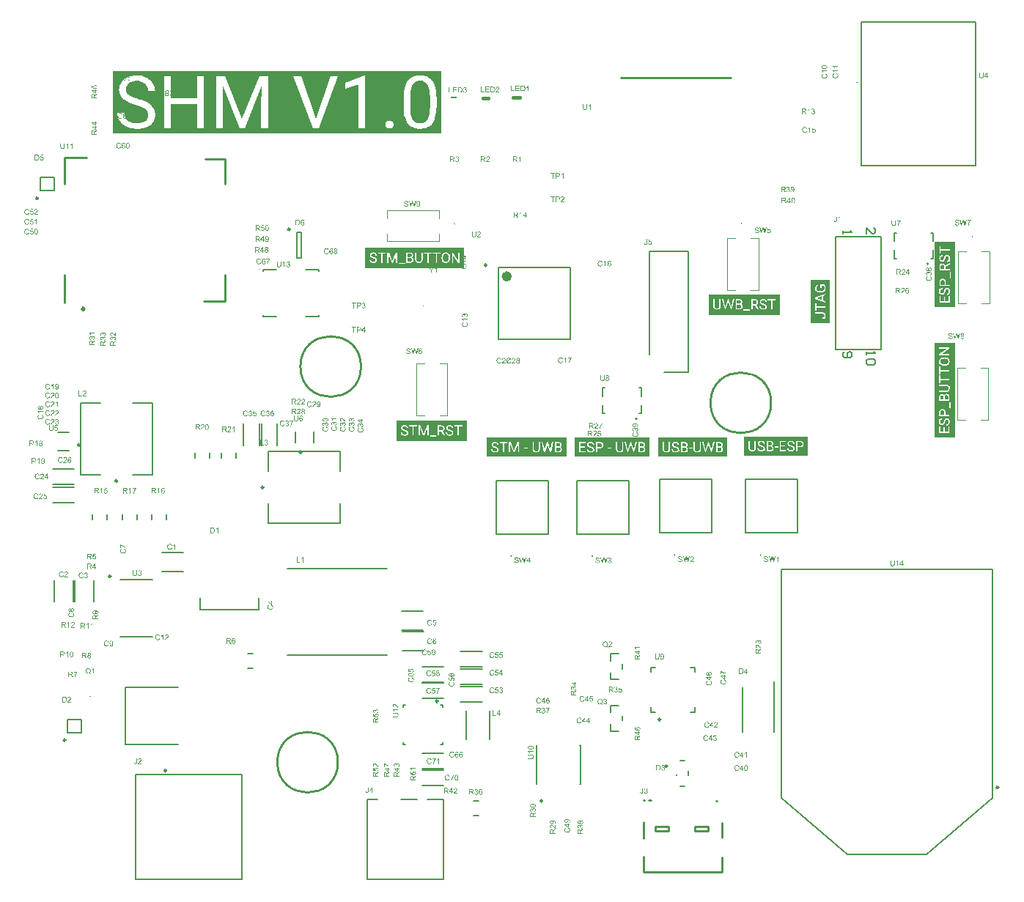
<source format=gto>
G04*
G04 #@! TF.GenerationSoftware,Altium Limited,Altium Designer,21.9.1 (22)*
G04*
G04 Layer_Color=65535*
%FSLAX25Y25*%
%MOIN*%
G70*
G04*
G04 #@! TF.SameCoordinates,CDD0097E-41E7-41F5-A71D-9F4D08275E7E*
G04*
G04*
G04 #@! TF.FilePolarity,Positive*
G04*
G01*
G75*
%ADD10C,0.01000*%
%ADD11C,0.00394*%
%ADD12C,0.00984*%
%ADD13C,0.00787*%
%ADD14C,0.02362*%
%ADD15C,0.00500*%
%ADD16C,0.01575*%
%ADD17C,0.00600*%
%ADD18R,0.03150X0.00591*%
G36*
X956709Y742214D02*
X956871D01*
Y742556D01*
X957155D01*
Y742214D01*
X957759D01*
Y741904D01*
X957155D01*
Y740809D01*
X956871D01*
X956709Y740923D01*
Y740121D01*
X957759D01*
Y739811D01*
X956709D01*
Y736802D01*
X956758Y736808D01*
X956853Y736826D01*
X956948Y736848D01*
X957042Y736877D01*
X957046D01*
X957053Y736881D01*
X957064Y736888D01*
X957082Y736896D01*
X957126Y736917D01*
X957177Y736950D01*
X957235Y736990D01*
X957297Y737041D01*
X957352Y737099D01*
X957403Y737169D01*
Y737172D01*
X957406Y737180D01*
X957414Y737190D01*
X957421Y737205D01*
X957428Y737223D01*
X957439Y737245D01*
X957461Y737296D01*
X957483Y737361D01*
X957501Y737434D01*
X957516Y737514D01*
X957519Y737598D01*
Y737624D01*
X957516Y737645D01*
Y737671D01*
X957512Y737696D01*
X957497Y737762D01*
X957479Y737838D01*
X957450Y737915D01*
X957410Y737995D01*
X957388Y738035D01*
X957359Y738071D01*
X957355Y738075D01*
X957352Y738079D01*
X957341Y738090D01*
X957330Y738104D01*
X957312Y738119D01*
X957290Y738137D01*
X957268Y738159D01*
X957239Y738177D01*
X957206Y738199D01*
X957170Y738224D01*
X957133Y738246D01*
X957090Y738268D01*
X957042Y738286D01*
X956991Y738304D01*
X956937Y738322D01*
X956879Y738337D01*
X956962Y738672D01*
X956966D01*
X956981Y738668D01*
X957002Y738661D01*
X957031Y738650D01*
X957064Y738639D01*
X957104Y738625D01*
X957148Y738606D01*
X957195Y738585D01*
X957297Y738534D01*
X957399Y738468D01*
X957450Y738428D01*
X957501Y738388D01*
X957545Y738344D01*
X957588Y738293D01*
X957592Y738290D01*
X957599Y738282D01*
X957607Y738264D01*
X957621Y738246D01*
X957639Y738217D01*
X957658Y738188D01*
X957676Y738148D01*
X957694Y738108D01*
X957716Y738060D01*
X957734Y738009D01*
X957752Y737955D01*
X957770Y737897D01*
X957785Y737835D01*
X957792Y737769D01*
X957800Y737700D01*
X957803Y737627D01*
Y737587D01*
X957800Y737558D01*
Y737525D01*
X957796Y737485D01*
X957789Y737442D01*
X957781Y737391D01*
X957763Y737285D01*
X957734Y737176D01*
X957694Y737067D01*
X957668Y737016D01*
X957639Y736965D01*
X957636Y736961D01*
X957632Y736954D01*
X957621Y736939D01*
X957607Y736925D01*
X957592Y736903D01*
X957570Y736877D01*
X957545Y736848D01*
X957516Y736819D01*
X957483Y736790D01*
X957450Y736757D01*
X957366Y736692D01*
X957268Y736630D01*
X957159Y736575D01*
X957155D01*
X957144Y736568D01*
X957126Y736564D01*
X957104Y736553D01*
X957075Y736546D01*
X957039Y736535D01*
X956999Y736521D01*
X956955Y736510D01*
X956908Y736499D01*
X956853Y736484D01*
X956740Y736466D01*
X956613Y736451D01*
X956482Y736444D01*
X956478D01*
X956464D01*
X956442D01*
X956416Y736448D01*
X956380D01*
X956343Y736451D01*
X956296Y736455D01*
X956249Y736462D01*
X956143Y736481D01*
X956027Y736506D01*
X955910Y736543D01*
X955797Y736593D01*
X955794Y736597D01*
X955783Y736601D01*
X955768Y736608D01*
X955750Y736623D01*
X955725Y736637D01*
X955696Y736655D01*
X955630Y736703D01*
X955625Y736707D01*
X944326D01*
Y734735D01*
X944016D01*
Y736704D01*
X944012Y736701D01*
X943994Y736686D01*
X943972Y736664D01*
X943936Y736639D01*
X943896Y736606D01*
X943845Y736570D01*
X943787Y736530D01*
X943721Y736490D01*
X943718D01*
X943714Y736486D01*
X943692Y736471D01*
X943656Y736453D01*
X943612Y736431D01*
X943561Y736406D01*
X943507Y736380D01*
X943452Y736355D01*
X943397Y736333D01*
Y736631D01*
X943401D01*
X943408Y736639D01*
X943423Y736643D01*
X943441Y736653D01*
X943463Y736664D01*
X943488Y736679D01*
X943536Y736707D01*
X942608D01*
X941981Y735802D01*
Y734735D01*
X941646D01*
Y735802D01*
X941041Y736707D01*
X911659D01*
Y745919D01*
X956709D01*
Y742214D01*
D02*
G37*
G36*
X1012693Y809820D02*
Y809816D01*
Y809802D01*
Y809783D01*
Y809758D01*
X1012689Y809725D01*
Y809689D01*
X1012686Y809645D01*
X1012682Y809601D01*
X1012671Y809503D01*
X1012656Y809401D01*
X1012635Y809303D01*
X1012620Y809256D01*
X1012606Y809212D01*
Y809208D01*
X1012602Y809201D01*
X1012595Y809190D01*
X1012587Y809175D01*
X1012566Y809136D01*
X1012533Y809085D01*
X1012489Y809026D01*
X1012438Y808968D01*
X1012373Y808906D01*
X1012292Y808852D01*
X1012289D01*
X1012282Y808844D01*
X1012271Y808841D01*
X1012253Y808830D01*
X1012231Y808819D01*
X1012201Y808808D01*
X1012172Y808797D01*
X1012136Y808782D01*
X1012096Y808768D01*
X1012052Y808757D01*
X1012005Y808746D01*
X1011950Y808735D01*
X1011896Y808728D01*
X1011837Y808720D01*
X1011707Y808713D01*
X1011674D01*
X1011648Y808717D01*
X1011619D01*
X1011583Y808720D01*
X1011543Y808724D01*
X1011503Y808728D01*
X1011412Y808742D01*
X1011313Y808764D01*
X1011219Y808793D01*
X1011128Y808833D01*
X1011124D01*
X1011117Y808841D01*
X1011106Y808848D01*
X1011091Y808855D01*
X1011051Y808884D01*
X1011004Y808924D01*
X1010949Y808975D01*
X1010898Y809034D01*
X1010847Y809106D01*
X1010807Y809186D01*
Y809190D01*
X1010804Y809197D01*
X1010800Y809212D01*
X1010793Y809230D01*
X1010786Y809252D01*
X1010778Y809281D01*
X1010767Y809314D01*
X1010760Y809354D01*
X1010753Y809398D01*
X1010742Y809445D01*
X1010735Y809496D01*
X1010727Y809550D01*
X1010720Y809612D01*
X1010716Y809678D01*
X1010713Y809747D01*
Y809820D01*
Y811276D01*
X1011048D01*
Y809820D01*
Y809816D01*
Y809805D01*
Y809787D01*
Y809765D01*
X1011051Y809740D01*
Y809707D01*
X1011055Y809638D01*
X1011062Y809558D01*
X1011073Y809478D01*
X1011088Y809401D01*
X1011095Y809369D01*
X1011106Y809336D01*
X1011110Y809328D01*
X1011117Y809310D01*
X1011135Y809285D01*
X1011157Y809248D01*
X1011182Y809212D01*
X1011219Y809172D01*
X1011262Y809132D01*
X1011313Y809099D01*
X1011321Y809095D01*
X1011339Y809085D01*
X1011372Y809074D01*
X1011415Y809059D01*
X1011466Y809041D01*
X1011532Y809030D01*
X1011601Y809019D01*
X1011677Y809015D01*
X1011714D01*
X1011736Y809019D01*
X1011768D01*
X1011801Y809023D01*
X1011881Y809037D01*
X1011969Y809055D01*
X1012052Y809085D01*
X1012132Y809125D01*
X1012169Y809150D01*
X1012201Y809179D01*
X1012205Y809183D01*
X1012209Y809186D01*
X1012216Y809197D01*
X1012227Y809212D01*
X1012238Y809234D01*
X1012253Y809256D01*
X1012267Y809288D01*
X1012282Y809321D01*
X1012296Y809361D01*
X1012307Y809408D01*
X1012322Y809463D01*
X1012333Y809521D01*
X1012344Y809587D01*
X1012351Y809656D01*
X1012358Y809736D01*
Y809820D01*
Y811276D01*
X1012693D01*
Y809820D01*
D02*
G37*
G36*
X1014287Y808757D02*
X1013978D01*
Y810726D01*
X1013974Y810723D01*
X1013956Y810708D01*
X1013934Y810686D01*
X1013898Y810661D01*
X1013858Y810628D01*
X1013807Y810592D01*
X1013748Y810551D01*
X1013683Y810511D01*
X1013679D01*
X1013676Y810508D01*
X1013654Y810493D01*
X1013618Y810475D01*
X1013574Y810453D01*
X1013523Y810428D01*
X1013468Y810402D01*
X1013414Y810377D01*
X1013359Y810355D01*
Y810653D01*
X1013363D01*
X1013370Y810661D01*
X1013385Y810664D01*
X1013403Y810675D01*
X1013425Y810686D01*
X1013450Y810701D01*
X1013512Y810737D01*
X1013585Y810777D01*
X1013657Y810828D01*
X1013734Y810886D01*
X1013810Y810948D01*
X1013814Y810952D01*
X1013818Y810956D01*
X1013829Y810966D01*
X1013843Y810977D01*
X1013876Y811014D01*
X1013920Y811057D01*
X1013963Y811108D01*
X1014011Y811167D01*
X1014051Y811225D01*
X1014087Y811287D01*
X1014287D01*
Y808757D01*
D02*
G37*
G36*
X930396Y767300D02*
X930421D01*
X930490Y767292D01*
X930567Y767281D01*
X930647Y767263D01*
X930734Y767241D01*
X930814Y767212D01*
X930818D01*
X930825Y767208D01*
X930836Y767201D01*
X930851Y767194D01*
X930887Y767176D01*
X930934Y767143D01*
X930989Y767107D01*
X931044Y767059D01*
X931094Y767005D01*
X931142Y766943D01*
Y766939D01*
X931145Y766935D01*
X931153Y766925D01*
X931160Y766914D01*
X931178Y766877D01*
X931200Y766830D01*
X931225Y766772D01*
X931244Y766703D01*
X931262Y766630D01*
X931269Y766550D01*
X930949Y766524D01*
Y766528D01*
Y766535D01*
X930945Y766546D01*
X930942Y766564D01*
X930931Y766604D01*
X930916Y766659D01*
X930894Y766717D01*
X930861Y766775D01*
X930822Y766830D01*
X930770Y766881D01*
X930763Y766885D01*
X930745Y766899D01*
X930709Y766921D01*
X930661Y766943D01*
X930599Y766965D01*
X930527Y766986D01*
X930436Y767001D01*
X930334Y767005D01*
X930283D01*
X930261Y767001D01*
X930232Y766997D01*
X930166Y766990D01*
X930093Y766975D01*
X930021Y766957D01*
X929951Y766928D01*
X929922Y766910D01*
X929893Y766892D01*
X929886Y766888D01*
X929871Y766874D01*
X929850Y766848D01*
X929828Y766819D01*
X929802Y766779D01*
X929780Y766735D01*
X929766Y766684D01*
X929759Y766626D01*
Y766619D01*
Y766604D01*
X929762Y766579D01*
X929770Y766550D01*
X929780Y766513D01*
X929799Y766477D01*
X929821Y766440D01*
X929853Y766404D01*
X929857Y766400D01*
X929875Y766390D01*
X929890Y766379D01*
X929904Y766371D01*
X929926Y766360D01*
X929951Y766346D01*
X929984Y766335D01*
X930021Y766320D01*
X930061Y766306D01*
X930108Y766288D01*
X930159Y766273D01*
X930217Y766255D01*
X930283Y766240D01*
X930355Y766222D01*
X930359D01*
X930374Y766218D01*
X930396Y766215D01*
X930421Y766208D01*
X930454Y766200D01*
X930494Y766189D01*
X930534Y766178D01*
X930578Y766167D01*
X930672Y766142D01*
X930763Y766117D01*
X930807Y766102D01*
X930847Y766087D01*
X930883Y766076D01*
X930912Y766062D01*
X930916D01*
X930923Y766058D01*
X930934Y766051D01*
X930949Y766044D01*
X930989Y766022D01*
X931036Y765993D01*
X931091Y765953D01*
X931145Y765909D01*
X931196Y765858D01*
X931240Y765803D01*
X931244Y765796D01*
X931258Y765778D01*
X931273Y765745D01*
X931295Y765701D01*
X931313Y765651D01*
X931331Y765589D01*
X931342Y765520D01*
X931346Y765447D01*
Y765443D01*
Y765439D01*
Y765428D01*
Y765414D01*
X931338Y765374D01*
X931331Y765323D01*
X931316Y765265D01*
X931298Y765203D01*
X931269Y765137D01*
X931229Y765068D01*
Y765064D01*
X931225Y765061D01*
X931207Y765039D01*
X931182Y765006D01*
X931145Y764970D01*
X931098Y764926D01*
X931040Y764879D01*
X930974Y764835D01*
X930898Y764795D01*
X930894D01*
X930887Y764791D01*
X930876Y764788D01*
X930861Y764781D01*
X930840Y764773D01*
X930814Y764762D01*
X930756Y764748D01*
X930687Y764730D01*
X930603Y764711D01*
X930512Y764701D01*
X930414Y764697D01*
X930355D01*
X930326Y764701D01*
X930294D01*
X930257Y764704D01*
X930214Y764708D01*
X930123Y764722D01*
X930028Y764737D01*
X929933Y764762D01*
X929842Y764795D01*
X929839D01*
X929831Y764799D01*
X929821Y764806D01*
X929806Y764813D01*
X929762Y764835D01*
X929711Y764868D01*
X929653Y764912D01*
X929591Y764963D01*
X929533Y765025D01*
X929478Y765094D01*
Y765097D01*
X929471Y765105D01*
X929467Y765115D01*
X929457Y765130D01*
X929449Y765148D01*
X929438Y765170D01*
X929413Y765225D01*
X929387Y765294D01*
X929366Y765370D01*
X929351Y765458D01*
X929344Y765549D01*
X929657Y765578D01*
Y765574D01*
Y765570D01*
X929660Y765560D01*
Y765545D01*
X929668Y765512D01*
X929679Y765465D01*
X929693Y765418D01*
X929708Y765363D01*
X929733Y765312D01*
X929759Y765265D01*
X929762Y765261D01*
X929773Y765246D01*
X929791Y765221D01*
X929821Y765196D01*
X929857Y765163D01*
X929897Y765130D01*
X929951Y765097D01*
X930010Y765068D01*
X930013D01*
X930017Y765064D01*
X930028Y765061D01*
X930039Y765057D01*
X930075Y765046D01*
X930123Y765032D01*
X930181Y765017D01*
X930246Y765006D01*
X930319Y764999D01*
X930399Y764995D01*
X930432D01*
X930468Y764999D01*
X930512Y765003D01*
X930563Y765010D01*
X930621Y765017D01*
X930680Y765032D01*
X930734Y765050D01*
X930741Y765054D01*
X930760Y765061D01*
X930785Y765075D01*
X930818Y765090D01*
X930851Y765115D01*
X930887Y765141D01*
X930923Y765170D01*
X930952Y765206D01*
X930956Y765210D01*
X930963Y765225D01*
X930974Y765243D01*
X930989Y765272D01*
X931003Y765301D01*
X931014Y765338D01*
X931022Y765378D01*
X931025Y765421D01*
Y765425D01*
Y765443D01*
X931022Y765465D01*
X931018Y765494D01*
X931007Y765523D01*
X930996Y765560D01*
X930978Y765596D01*
X930952Y765629D01*
X930949Y765632D01*
X930938Y765643D01*
X930923Y765658D01*
X930898Y765680D01*
X930869Y765701D01*
X930829Y765727D01*
X930781Y765753D01*
X930727Y765774D01*
X930723Y765778D01*
X930705Y765782D01*
X930676Y765793D01*
X930658Y765796D01*
X930632Y765803D01*
X930607Y765814D01*
X930574Y765822D01*
X930538Y765833D01*
X930494Y765843D01*
X930450Y765854D01*
X930399Y765869D01*
X930341Y765883D01*
X930279Y765898D01*
X930276D01*
X930264Y765902D01*
X930246Y765905D01*
X930225Y765913D01*
X930195Y765920D01*
X930163Y765927D01*
X930090Y765949D01*
X930010Y765975D01*
X929926Y766000D01*
X929853Y766025D01*
X929821Y766040D01*
X929791Y766055D01*
X929788D01*
X929784Y766058D01*
X929762Y766073D01*
X929729Y766091D01*
X929693Y766120D01*
X929649Y766153D01*
X929606Y766193D01*
X929562Y766240D01*
X929526Y766291D01*
X929522Y766298D01*
X929511Y766317D01*
X929496Y766346D01*
X929482Y766382D01*
X929467Y766430D01*
X929453Y766484D01*
X929442Y766542D01*
X929438Y766604D01*
Y766608D01*
Y766611D01*
Y766622D01*
Y766637D01*
X929445Y766673D01*
X929453Y766721D01*
X929464Y766775D01*
X929482Y766837D01*
X929507Y766899D01*
X929544Y766961D01*
Y766965D01*
X929548Y766968D01*
X929566Y766990D01*
X929591Y767019D01*
X929624Y767056D01*
X929668Y767096D01*
X929722Y767139D01*
X929788Y767179D01*
X929860Y767216D01*
X929864D01*
X929871Y767219D01*
X929882Y767223D01*
X929897Y767230D01*
X929915Y767238D01*
X929941Y767245D01*
X929995Y767259D01*
X930064Y767274D01*
X930144Y767289D01*
X930228Y767300D01*
X930323Y767303D01*
X930370D01*
X930396Y767300D01*
D02*
G37*
G36*
X934123Y764741D02*
X933795D01*
X933267Y766659D01*
Y766663D01*
X933264Y766670D01*
X933260Y766681D01*
X933257Y766699D01*
X933246Y766739D01*
X933235Y766786D01*
X933220Y766837D01*
X933206Y766885D01*
X933195Y766925D01*
X933191Y766943D01*
X933187Y766954D01*
Y766950D01*
X933184Y766946D01*
X933180Y766925D01*
X933173Y766892D01*
X933162Y766852D01*
X933151Y766808D01*
X933136Y766757D01*
X933126Y766706D01*
X933111Y766659D01*
X932580Y764741D01*
X932230D01*
X931571Y767259D01*
X931917D01*
X932292Y765607D01*
Y765603D01*
X932296Y765596D01*
X932299Y765581D01*
X932303Y765563D01*
X932307Y765538D01*
X932314Y765512D01*
X932321Y765480D01*
X932328Y765443D01*
X932347Y765367D01*
X932365Y765279D01*
X932383Y765185D01*
X932401Y765090D01*
Y765094D01*
X932405Y765108D01*
X932412Y765126D01*
X932416Y765156D01*
X932423Y765185D01*
X932434Y765221D01*
X932452Y765301D01*
X932474Y765381D01*
X932481Y765421D01*
X932492Y765458D01*
X932500Y765490D01*
X932507Y765520D01*
X932514Y765541D01*
X932518Y765556D01*
X932994Y767259D01*
X933399D01*
X933755Y765982D01*
Y765978D01*
X933763Y765960D01*
X933770Y765935D01*
X933777Y765902D01*
X933788Y765858D01*
X933803Y765811D01*
X933817Y765756D01*
X933832Y765694D01*
X933850Y765625D01*
X933864Y765556D01*
X933897Y765407D01*
X933930Y765250D01*
X933955Y765090D01*
Y765094D01*
X933959Y765101D01*
Y765115D01*
X933966Y765134D01*
X933970Y765156D01*
X933977Y765181D01*
X933981Y765214D01*
X933992Y765250D01*
X934010Y765330D01*
X934032Y765425D01*
X934054Y765527D01*
X934083Y765640D01*
X934476Y767259D01*
X934814D01*
X934123Y764741D01*
D02*
G37*
G36*
X935834Y767267D02*
X935852D01*
X935877Y767263D01*
X935939Y767252D01*
X936008Y767238D01*
X936085Y767212D01*
X936161Y767179D01*
X936238Y767136D01*
X936241D01*
X936245Y767128D01*
X936256Y767121D01*
X936271Y767110D01*
X936307Y767081D01*
X936354Y767041D01*
X936402Y766986D01*
X936456Y766921D01*
X936504Y766845D01*
X936547Y766757D01*
Y766753D01*
X936551Y766746D01*
X936558Y766732D01*
X936565Y766713D01*
X936573Y766688D01*
X936584Y766655D01*
X936591Y766619D01*
X936602Y766579D01*
X936613Y766531D01*
X936624Y766477D01*
X936631Y766419D01*
X936638Y766357D01*
X936646Y766288D01*
X936653Y766215D01*
X936656Y766135D01*
Y766051D01*
Y766047D01*
Y766029D01*
Y766004D01*
Y765971D01*
X936653Y765931D01*
Y765883D01*
X936649Y765829D01*
X936642Y765774D01*
X936631Y765651D01*
X936613Y765520D01*
X936587Y765396D01*
X936569Y765334D01*
X936551Y765279D01*
Y765276D01*
X936547Y765268D01*
X936540Y765254D01*
X936533Y765232D01*
X936522Y765210D01*
X936507Y765181D01*
X936471Y765119D01*
X936427Y765050D01*
X936376Y764977D01*
X936311Y764908D01*
X936238Y764846D01*
X936234D01*
X936227Y764839D01*
X936216Y764832D01*
X936201Y764824D01*
X936180Y764813D01*
X936158Y764799D01*
X936129Y764784D01*
X936100Y764773D01*
X936030Y764744D01*
X935947Y764719D01*
X935856Y764704D01*
X935754Y764697D01*
X935725D01*
X935706Y764701D01*
X935681D01*
X935652Y764704D01*
X935583Y764719D01*
X935506Y764737D01*
X935426Y764766D01*
X935346Y764806D01*
X935306Y764832D01*
X935270Y764861D01*
X935266Y764864D01*
X935262Y764868D01*
X935251Y764879D01*
X935240Y764890D01*
X935226Y764908D01*
X935208Y764930D01*
X935171Y764981D01*
X935135Y765046D01*
X935098Y765126D01*
X935069Y765217D01*
X935048Y765323D01*
X935346Y765348D01*
Y765345D01*
X935350Y765338D01*
Y765330D01*
X935353Y765316D01*
X935364Y765276D01*
X935379Y765232D01*
X935397Y765181D01*
X935422Y765130D01*
X935452Y765083D01*
X935488Y765043D01*
X935492Y765039D01*
X935506Y765028D01*
X935532Y765014D01*
X935561Y764999D01*
X935601Y764981D01*
X935648Y764966D01*
X935703Y764955D01*
X935761Y764952D01*
X935786D01*
X935812Y764955D01*
X935845Y764959D01*
X935885Y764966D01*
X935925Y764977D01*
X935968Y764992D01*
X936008Y765014D01*
X936012Y765017D01*
X936027Y765025D01*
X936049Y765039D01*
X936070Y765061D01*
X936100Y765086D01*
X936129Y765115D01*
X936158Y765148D01*
X936187Y765188D01*
X936191Y765192D01*
X936198Y765210D01*
X936212Y765236D01*
X936227Y765268D01*
X936245Y765312D01*
X936263Y765363D01*
X936281Y765421D01*
X936300Y765487D01*
Y765490D01*
X936303Y765494D01*
Y765505D01*
X936307Y765520D01*
X936314Y765556D01*
X936325Y765603D01*
X936332Y765661D01*
X936340Y765723D01*
X936343Y765793D01*
X936347Y765865D01*
Y765869D01*
Y765880D01*
Y765898D01*
Y765927D01*
X936343Y765920D01*
X936329Y765902D01*
X936307Y765876D01*
X936281Y765840D01*
X936245Y765803D01*
X936201Y765763D01*
X936150Y765723D01*
X936092Y765687D01*
X936085Y765683D01*
X936063Y765672D01*
X936030Y765658D01*
X935990Y765643D01*
X935936Y765625D01*
X935877Y765611D01*
X935812Y765600D01*
X935743Y765596D01*
X935714D01*
X935692Y765600D01*
X935663Y765603D01*
X935633Y765607D01*
X935597Y765614D01*
X935561Y765625D01*
X935477Y765651D01*
X935433Y765669D01*
X935390Y765691D01*
X935342Y765716D01*
X935299Y765749D01*
X935255Y765782D01*
X935215Y765822D01*
X935211Y765825D01*
X935204Y765833D01*
X935197Y765843D01*
X935182Y765862D01*
X935164Y765887D01*
X935146Y765913D01*
X935128Y765945D01*
X935109Y765982D01*
X935087Y766022D01*
X935069Y766066D01*
X935051Y766117D01*
X935033Y766167D01*
X935018Y766226D01*
X935011Y766288D01*
X935004Y766349D01*
X935000Y766419D01*
Y766422D01*
Y766437D01*
Y766455D01*
X935004Y766480D01*
X935007Y766513D01*
X935011Y766553D01*
X935018Y766593D01*
X935029Y766641D01*
X935055Y766735D01*
X935073Y766786D01*
X935095Y766841D01*
X935120Y766892D01*
X935153Y766939D01*
X935186Y766990D01*
X935226Y767034D01*
X935229Y767037D01*
X935237Y767045D01*
X935248Y767056D01*
X935266Y767070D01*
X935288Y767088D01*
X935317Y767110D01*
X935346Y767128D01*
X935382Y767154D01*
X935419Y767176D01*
X935462Y767194D01*
X935561Y767234D01*
X935612Y767248D01*
X935670Y767259D01*
X935728Y767267D01*
X935790Y767270D01*
X935816D01*
X935834Y767267D01*
D02*
G37*
G36*
X1123089Y711669D02*
X1114292D01*
Y731299D01*
X1123089D01*
Y711669D01*
D02*
G37*
G36*
X1179981Y748879D02*
Y719000D01*
X1170769D01*
Y748879D01*
X1179981D01*
D02*
G37*
G36*
X946121Y798167D02*
X797000D01*
Y826532D01*
X946121D01*
Y798167D01*
D02*
G37*
G36*
X936945Y700267D02*
X936970D01*
X936999Y700263D01*
X937068Y700248D01*
X937145Y700230D01*
X937225Y700201D01*
X937305Y700157D01*
X937345Y700132D01*
X937382Y700103D01*
X937385Y700099D01*
X937389Y700096D01*
X937400Y700085D01*
X937411Y700074D01*
X937429Y700056D01*
X937443Y700034D01*
X937484Y699983D01*
X937523Y699917D01*
X937560Y699837D01*
X937593Y699746D01*
X937615Y699644D01*
X937305Y699619D01*
Y699622D01*
X937302Y699626D01*
X937298Y699648D01*
X937287Y699681D01*
X937272Y699721D01*
X937258Y699764D01*
X937236Y699808D01*
X937210Y699848D01*
X937185Y699881D01*
X937178Y699888D01*
X937163Y699903D01*
X937138Y699925D01*
X937101Y699950D01*
X937054Y699972D01*
X937003Y699994D01*
X936941Y700008D01*
X936876Y700016D01*
X936850D01*
X936821Y700012D01*
X936788Y700005D01*
X936745Y699994D01*
X936701Y699979D01*
X936657Y699961D01*
X936613Y699932D01*
X936606Y699928D01*
X936588Y699914D01*
X936563Y699888D01*
X936530Y699852D01*
X936493Y699808D01*
X936453Y699757D01*
X936417Y699692D01*
X936381Y699619D01*
Y699615D01*
X936377Y699608D01*
X936373Y699597D01*
X936366Y699582D01*
X936362Y699561D01*
X936355Y699535D01*
X936348Y699506D01*
X936341Y699470D01*
X936330Y699430D01*
X936322Y699386D01*
X936315Y699338D01*
X936311Y699288D01*
X936304Y699229D01*
X936300Y699171D01*
X936297Y699106D01*
Y699040D01*
X936300Y699044D01*
X936315Y699065D01*
X936341Y699095D01*
X936373Y699131D01*
X936410Y699175D01*
X936457Y699215D01*
X936508Y699255D01*
X936566Y699291D01*
X936570D01*
X936574Y699295D01*
X936595Y699306D01*
X936628Y699317D01*
X936672Y699335D01*
X936723Y699349D01*
X936781Y699360D01*
X936843Y699371D01*
X936908Y699375D01*
X936938D01*
X936959Y699371D01*
X936988Y699368D01*
X937018Y699364D01*
X937054Y699357D01*
X937090Y699346D01*
X937174Y699320D01*
X937218Y699302D01*
X937261Y699277D01*
X937305Y699251D01*
X937352Y699222D01*
X937396Y699186D01*
X937436Y699146D01*
X937440Y699142D01*
X937447Y699135D01*
X937458Y699124D01*
X937469Y699106D01*
X937487Y699080D01*
X937505Y699055D01*
X937523Y699022D01*
X937545Y698985D01*
X937567Y698945D01*
X937585Y698902D01*
X937604Y698851D01*
X937622Y698800D01*
X937633Y698745D01*
X937644Y698683D01*
X937651Y698621D01*
X937655Y698556D01*
Y698552D01*
Y698545D01*
Y698534D01*
Y698516D01*
X937651Y698494D01*
Y698472D01*
X937640Y698414D01*
X937629Y698345D01*
X937611Y698272D01*
X937585Y698192D01*
X937549Y698115D01*
Y698112D01*
X937545Y698108D01*
X937538Y698097D01*
X937531Y698083D01*
X937509Y698046D01*
X937476Y697999D01*
X937436Y697948D01*
X937389Y697897D01*
X937331Y697846D01*
X937269Y697802D01*
X937265D01*
X937261Y697799D01*
X937251Y697791D01*
X937236Y697788D01*
X937200Y697770D01*
X937152Y697752D01*
X937090Y697730D01*
X937021Y697715D01*
X936945Y697701D01*
X936861Y697697D01*
X936843D01*
X936825Y697701D01*
X936796D01*
X936763Y697704D01*
X936726Y697711D01*
X936683Y697722D01*
X936639Y697733D01*
X936588Y697748D01*
X936537Y697766D01*
X936486Y697788D01*
X936432Y697817D01*
X936381Y697850D01*
X936330Y697886D01*
X936279Y697930D01*
X936231Y697981D01*
X936228Y697984D01*
X936220Y697995D01*
X936209Y698010D01*
X936195Y698035D01*
X936173Y698068D01*
X936155Y698105D01*
X936133Y698152D01*
X936111Y698203D01*
X936086Y698265D01*
X936064Y698334D01*
X936046Y698410D01*
X936028Y698494D01*
X936009Y698589D01*
X935998Y698691D01*
X935991Y698800D01*
X935987Y698916D01*
Y698920D01*
Y698924D01*
Y698935D01*
Y698949D01*
X935991Y698985D01*
Y699036D01*
X935995Y699095D01*
X936002Y699164D01*
X936009Y699240D01*
X936020Y699324D01*
X936035Y699408D01*
X936053Y699499D01*
X936075Y699586D01*
X936100Y699673D01*
X936133Y699757D01*
X936169Y699837D01*
X936209Y699914D01*
X936257Y699979D01*
X936260Y699983D01*
X936268Y699990D01*
X936282Y700005D01*
X936300Y700027D01*
X936322Y700048D01*
X936351Y700070D01*
X936388Y700099D01*
X936424Y700125D01*
X936468Y700150D01*
X936515Y700179D01*
X936570Y700201D01*
X936624Y700227D01*
X936686Y700245D01*
X936752Y700259D01*
X936821Y700267D01*
X936894Y700270D01*
X936923D01*
X936945Y700267D01*
D02*
G37*
G36*
X931397Y700300D02*
X931423D01*
X931492Y700292D01*
X931569Y700281D01*
X931649Y700263D01*
X931736Y700241D01*
X931816Y700212D01*
X931820D01*
X931827Y700209D01*
X931838Y700201D01*
X931852Y700194D01*
X931889Y700176D01*
X931936Y700143D01*
X931991Y700107D01*
X932045Y700059D01*
X932096Y700005D01*
X932144Y699943D01*
Y699939D01*
X932147Y699935D01*
X932154Y699925D01*
X932162Y699914D01*
X932180Y699877D01*
X932202Y699830D01*
X932227Y699772D01*
X932246Y699703D01*
X932264Y699630D01*
X932271Y699550D01*
X931951Y699524D01*
Y699528D01*
Y699535D01*
X931947Y699546D01*
X931943Y699564D01*
X931933Y699604D01*
X931918Y699659D01*
X931896Y699717D01*
X931863Y699775D01*
X931823Y699830D01*
X931772Y699881D01*
X931765Y699885D01*
X931747Y699899D01*
X931710Y699921D01*
X931663Y699943D01*
X931601Y699965D01*
X931528Y699986D01*
X931437Y700001D01*
X931336Y700005D01*
X931285D01*
X931263Y700001D01*
X931234Y699997D01*
X931168Y699990D01*
X931095Y699975D01*
X931022Y699957D01*
X930953Y699928D01*
X930924Y699910D01*
X930895Y699892D01*
X930888Y699888D01*
X930873Y699874D01*
X930851Y699848D01*
X930830Y699819D01*
X930804Y699779D01*
X930782Y699735D01*
X930768Y699684D01*
X930760Y699626D01*
Y699619D01*
Y699604D01*
X930764Y699579D01*
X930771Y699550D01*
X930782Y699513D01*
X930800Y699477D01*
X930822Y699440D01*
X930855Y699404D01*
X930859Y699400D01*
X930877Y699390D01*
X930891Y699379D01*
X930906Y699371D01*
X930928Y699360D01*
X930953Y699346D01*
X930986Y699335D01*
X931022Y699320D01*
X931063Y699306D01*
X931110Y699288D01*
X931161Y699273D01*
X931219Y699255D01*
X931285Y699240D01*
X931357Y699222D01*
X931361D01*
X931376Y699218D01*
X931397Y699215D01*
X931423Y699207D01*
X931456Y699200D01*
X931496Y699189D01*
X931536Y699178D01*
X931579Y699167D01*
X931674Y699142D01*
X931765Y699117D01*
X931809Y699102D01*
X931849Y699087D01*
X931885Y699076D01*
X931914Y699062D01*
X931918D01*
X931925Y699058D01*
X931936Y699051D01*
X931951Y699044D01*
X931991Y699022D01*
X932038Y698993D01*
X932093Y698953D01*
X932147Y698909D01*
X932198Y698858D01*
X932242Y698803D01*
X932246Y698796D01*
X932260Y698778D01*
X932275Y698745D01*
X932296Y698701D01*
X932315Y698651D01*
X932333Y698589D01*
X932344Y698520D01*
X932347Y698447D01*
Y698443D01*
Y698439D01*
Y698428D01*
Y698414D01*
X932340Y698374D01*
X932333Y698323D01*
X932318Y698265D01*
X932300Y698203D01*
X932271Y698137D01*
X932231Y698068D01*
Y698065D01*
X932227Y698061D01*
X932209Y698039D01*
X932184Y698006D01*
X932147Y697970D01*
X932100Y697926D01*
X932042Y697879D01*
X931976Y697835D01*
X931900Y697795D01*
X931896D01*
X931889Y697791D01*
X931878Y697788D01*
X931863Y697781D01*
X931841Y697773D01*
X931816Y697762D01*
X931758Y697748D01*
X931689Y697730D01*
X931605Y697711D01*
X931514Y697701D01*
X931416Y697697D01*
X931357D01*
X931328Y697701D01*
X931295D01*
X931259Y697704D01*
X931215Y697708D01*
X931124Y697722D01*
X931030Y697737D01*
X930935Y697762D01*
X930844Y697795D01*
X930840D01*
X930833Y697799D01*
X930822Y697806D01*
X930808Y697813D01*
X930764Y697835D01*
X930713Y697868D01*
X930655Y697912D01*
X930593Y697963D01*
X930535Y698025D01*
X930480Y698094D01*
Y698097D01*
X930473Y698105D01*
X930469Y698115D01*
X930458Y698130D01*
X930451Y698148D01*
X930440Y698170D01*
X930415Y698225D01*
X930389Y698294D01*
X930367Y698370D01*
X930353Y698458D01*
X930345Y698549D01*
X930659Y698578D01*
Y698574D01*
Y698570D01*
X930662Y698560D01*
Y698545D01*
X930669Y698512D01*
X930680Y698465D01*
X930695Y698418D01*
X930709Y698363D01*
X930735Y698312D01*
X930760Y698265D01*
X930764Y698261D01*
X930775Y698246D01*
X930793Y698221D01*
X930822Y698196D01*
X930859Y698163D01*
X930899Y698130D01*
X930953Y698097D01*
X931012Y698068D01*
X931015D01*
X931019Y698065D01*
X931030Y698061D01*
X931041Y698057D01*
X931077Y698046D01*
X931124Y698032D01*
X931183Y698017D01*
X931248Y698006D01*
X931321Y697999D01*
X931401Y697995D01*
X931434D01*
X931470Y697999D01*
X931514Y698003D01*
X931565Y698010D01*
X931623Y698017D01*
X931681Y698032D01*
X931736Y698050D01*
X931743Y698054D01*
X931761Y698061D01*
X931787Y698075D01*
X931820Y698090D01*
X931852Y698115D01*
X931889Y698141D01*
X931925Y698170D01*
X931954Y698207D01*
X931958Y698210D01*
X931965Y698225D01*
X931976Y698243D01*
X931991Y698272D01*
X932005Y698301D01*
X932016Y698338D01*
X932024Y698378D01*
X932027Y698421D01*
Y698425D01*
Y698443D01*
X932024Y698465D01*
X932020Y698494D01*
X932009Y698523D01*
X931998Y698560D01*
X931980Y698596D01*
X931954Y698629D01*
X931951Y698632D01*
X931940Y698643D01*
X931925Y698658D01*
X931900Y698680D01*
X931871Y698701D01*
X931831Y698727D01*
X931783Y698752D01*
X931729Y698774D01*
X931725Y698778D01*
X931707Y698782D01*
X931678Y698793D01*
X931660Y698796D01*
X931634Y698803D01*
X931608Y698814D01*
X931576Y698822D01*
X931539Y698833D01*
X931496Y698843D01*
X931452Y698854D01*
X931401Y698869D01*
X931343Y698883D01*
X931281Y698898D01*
X931277D01*
X931266Y698902D01*
X931248Y698905D01*
X931226Y698913D01*
X931197Y698920D01*
X931164Y698927D01*
X931092Y698949D01*
X931012Y698975D01*
X930928Y699000D01*
X930855Y699025D01*
X930822Y699040D01*
X930793Y699055D01*
X930789D01*
X930786Y699058D01*
X930764Y699073D01*
X930731Y699091D01*
X930695Y699120D01*
X930651Y699153D01*
X930608Y699193D01*
X930564Y699240D01*
X930527Y699291D01*
X930524Y699298D01*
X930513Y699317D01*
X930498Y699346D01*
X930484Y699382D01*
X930469Y699430D01*
X930455Y699484D01*
X930444Y699542D01*
X930440Y699604D01*
Y699608D01*
Y699612D01*
Y699622D01*
Y699637D01*
X930447Y699673D01*
X930455Y699721D01*
X930466Y699775D01*
X930484Y699837D01*
X930509Y699899D01*
X930546Y699961D01*
Y699965D01*
X930549Y699968D01*
X930567Y699990D01*
X930593Y700019D01*
X930626Y700056D01*
X930669Y700096D01*
X930724Y700139D01*
X930789Y700179D01*
X930862Y700216D01*
X930866D01*
X930873Y700219D01*
X930884Y700223D01*
X930899Y700230D01*
X930917Y700238D01*
X930942Y700245D01*
X930997Y700259D01*
X931066Y700274D01*
X931146Y700289D01*
X931230Y700300D01*
X931325Y700303D01*
X931372D01*
X931397Y700300D01*
D02*
G37*
G36*
X935125Y697741D02*
X934797D01*
X934269Y699659D01*
Y699662D01*
X934266Y699670D01*
X934262Y699681D01*
X934258Y699699D01*
X934247Y699739D01*
X934237Y699786D01*
X934222Y699837D01*
X934208Y699885D01*
X934197Y699925D01*
X934193Y699943D01*
X934189Y699954D01*
Y699950D01*
X934186Y699946D01*
X934182Y699925D01*
X934175Y699892D01*
X934164Y699852D01*
X934153Y699808D01*
X934138Y699757D01*
X934127Y699706D01*
X934113Y699659D01*
X933581Y697741D01*
X933232D01*
X932573Y700259D01*
X932919D01*
X933294Y698607D01*
Y698603D01*
X933298Y698596D01*
X933301Y698581D01*
X933305Y698563D01*
X933308Y698538D01*
X933316Y698512D01*
X933323Y698480D01*
X933330Y698443D01*
X933348Y698367D01*
X933367Y698279D01*
X933385Y698185D01*
X933403Y698090D01*
Y698094D01*
X933407Y698108D01*
X933414Y698126D01*
X933418Y698155D01*
X933425Y698185D01*
X933436Y698221D01*
X933454Y698301D01*
X933476Y698381D01*
X933483Y698421D01*
X933494Y698458D01*
X933501Y698490D01*
X933509Y698520D01*
X933516Y698541D01*
X933519Y698556D01*
X933996Y700259D01*
X934400D01*
X934757Y698982D01*
Y698978D01*
X934764Y698960D01*
X934772Y698935D01*
X934779Y698902D01*
X934790Y698858D01*
X934804Y698811D01*
X934819Y698756D01*
X934834Y698694D01*
X934852Y698625D01*
X934866Y698556D01*
X934899Y698407D01*
X934932Y698250D01*
X934957Y698090D01*
Y698094D01*
X934961Y698101D01*
Y698115D01*
X934968Y698134D01*
X934972Y698155D01*
X934979Y698181D01*
X934983Y698214D01*
X934994Y698250D01*
X935012Y698330D01*
X935034Y698425D01*
X935056Y698527D01*
X935085Y698640D01*
X935478Y700259D01*
X935816D01*
X935125Y697741D01*
D02*
G37*
G36*
X910155Y667714D02*
X910759D01*
Y667404D01*
X910155D01*
Y666309D01*
X909871D01*
X908241Y667462D01*
Y667714D01*
X909871D01*
Y668056D01*
X910155D01*
Y667714D01*
D02*
G37*
G36*
X910071Y666105D02*
X910101Y666101D01*
X910133Y666094D01*
X910170Y666086D01*
X910210Y666079D01*
X910297Y666050D01*
X910345Y666028D01*
X910388Y666007D01*
X910435Y665977D01*
X910483Y665945D01*
X910530Y665908D01*
X910574Y665865D01*
X910577Y665861D01*
X910585Y665854D01*
X910596Y665839D01*
X910610Y665821D01*
X910628Y665799D01*
X910647Y665770D01*
X910668Y665737D01*
X910687Y665697D01*
X910709Y665657D01*
X910730Y665610D01*
X910748Y665562D01*
X910767Y665508D01*
X910781Y665449D01*
X910792Y665388D01*
X910800Y665326D01*
X910803Y665257D01*
Y665224D01*
X910800Y665202D01*
X910796Y665173D01*
X910792Y665140D01*
X910785Y665104D01*
X910778Y665064D01*
X910756Y664976D01*
X910719Y664885D01*
X910698Y664838D01*
X910672Y664794D01*
X910639Y664751D01*
X910607Y664707D01*
X910603Y664703D01*
X910596Y664696D01*
X910585Y664685D01*
X910570Y664674D01*
X910552Y664656D01*
X910526Y664638D01*
X910501Y664616D01*
X910468Y664594D01*
X910432Y664572D01*
X910395Y664550D01*
X910308Y664510D01*
X910206Y664478D01*
X910152Y664467D01*
X910093Y664460D01*
X910053Y664769D01*
X910057D01*
X910064Y664773D01*
X910079Y664776D01*
X910097Y664780D01*
X910119Y664783D01*
X910144Y664791D01*
X910199Y664809D01*
X910264Y664834D01*
X910326Y664867D01*
X910384Y664903D01*
X910435Y664947D01*
X910439Y664955D01*
X910454Y664969D01*
X910472Y664998D01*
X910490Y665035D01*
X910512Y665078D01*
X910530Y665133D01*
X910545Y665195D01*
X910548Y665260D01*
Y665282D01*
X910545Y665297D01*
X910541Y665337D01*
X910530Y665388D01*
X910512Y665446D01*
X910486Y665508D01*
X910450Y665570D01*
X910399Y665628D01*
X910392Y665635D01*
X910370Y665653D01*
X910337Y665675D01*
X910293Y665704D01*
X910239Y665733D01*
X910177Y665755D01*
X910104Y665773D01*
X910024Y665781D01*
X910021D01*
X910013D01*
X910002D01*
X909988Y665777D01*
X909948Y665773D01*
X909900Y665763D01*
X909842Y665748D01*
X909784Y665723D01*
X909726Y665686D01*
X909671Y665639D01*
X909664Y665631D01*
X909649Y665613D01*
X909627Y665584D01*
X909602Y665544D01*
X909576Y665493D01*
X909555Y665431D01*
X909540Y665362D01*
X909533Y665286D01*
Y665253D01*
X909536Y665228D01*
X909540Y665195D01*
X909547Y665158D01*
X909555Y665115D01*
X909566Y665067D01*
X909293Y665104D01*
Y665122D01*
X909296Y665136D01*
Y665184D01*
X909289Y665224D01*
X909282Y665271D01*
X909271Y665326D01*
X909252Y665388D01*
X909227Y665446D01*
X909194Y665508D01*
Y665511D01*
X909191Y665515D01*
X909176Y665533D01*
X909151Y665559D01*
X909118Y665588D01*
X909070Y665617D01*
X909016Y665642D01*
X908954Y665661D01*
X908918Y665668D01*
X908878D01*
X908874D01*
X908870D01*
X908848D01*
X908819Y665661D01*
X908779Y665653D01*
X908736Y665639D01*
X908688Y665621D01*
X908641Y665591D01*
X908597Y665552D01*
X908594Y665548D01*
X908579Y665530D01*
X908561Y665504D01*
X908539Y665471D01*
X908521Y665428D01*
X908503Y665377D01*
X908488Y665318D01*
X908484Y665253D01*
Y665224D01*
X908492Y665191D01*
X908499Y665147D01*
X908514Y665100D01*
X908532Y665053D01*
X908561Y665002D01*
X908597Y664955D01*
X908601Y664951D01*
X908619Y664936D01*
X908645Y664915D01*
X908681Y664889D01*
X908728Y664863D01*
X908787Y664838D01*
X908856Y664816D01*
X908936Y664802D01*
X908881Y664492D01*
X908878D01*
X908867Y664496D01*
X908852Y664500D01*
X908830Y664503D01*
X908805Y664510D01*
X908776Y664521D01*
X908706Y664543D01*
X908626Y664580D01*
X908546Y664623D01*
X908470Y664678D01*
X908401Y664747D01*
X908397Y664751D01*
X908393Y664758D01*
X908386Y664769D01*
X908375Y664783D01*
X908361Y664802D01*
X908346Y664827D01*
X908332Y664853D01*
X908313Y664885D01*
X908284Y664958D01*
X908255Y665042D01*
X908237Y665140D01*
X908230Y665191D01*
Y665282D01*
X908233Y665322D01*
X908241Y665370D01*
X908251Y665428D01*
X908270Y665493D01*
X908292Y665559D01*
X908321Y665624D01*
Y665628D01*
X908324Y665631D01*
X908335Y665653D01*
X908357Y665686D01*
X908383Y665723D01*
X908419Y665766D01*
X908459Y665810D01*
X908506Y665854D01*
X908561Y665890D01*
X908568Y665894D01*
X908586Y665905D01*
X908619Y665919D01*
X908659Y665937D01*
X908706Y665955D01*
X908761Y665970D01*
X908823Y665981D01*
X908885Y665985D01*
X908892D01*
X908914D01*
X908943Y665981D01*
X908983Y665974D01*
X909030Y665963D01*
X909081Y665945D01*
X909132Y665923D01*
X909183Y665894D01*
X909191Y665890D01*
X909205Y665879D01*
X909231Y665857D01*
X909260Y665828D01*
X909293Y665792D01*
X909329Y665748D01*
X909362Y665697D01*
X909394Y665635D01*
Y665639D01*
X909398Y665646D01*
X909402Y665657D01*
X909405Y665672D01*
X909420Y665712D01*
X909442Y665763D01*
X909471Y665821D01*
X909507Y665879D01*
X909555Y665934D01*
X909609Y665985D01*
X909616Y665988D01*
X909638Y666003D01*
X909675Y666025D01*
X909722Y666046D01*
X909780Y666068D01*
X909849Y666090D01*
X909929Y666105D01*
X910017Y666108D01*
X910021D01*
X910031D01*
X910050D01*
X910071Y666105D01*
D02*
G37*
G36*
X909980Y664168D02*
X910002Y664161D01*
X910031Y664150D01*
X910064Y664139D01*
X910104Y664125D01*
X910148Y664106D01*
X910195Y664084D01*
X910297Y664034D01*
X910399Y663968D01*
X910450Y663928D01*
X910501Y663888D01*
X910545Y663844D01*
X910588Y663793D01*
X910592Y663790D01*
X910599Y663782D01*
X910607Y663764D01*
X910621Y663746D01*
X910639Y663717D01*
X910658Y663688D01*
X910676Y663648D01*
X910694Y663608D01*
X910716Y663560D01*
X910734Y663509D01*
X910752Y663455D01*
X910770Y663397D01*
X910785Y663335D01*
X910792Y663269D01*
X910800Y663200D01*
X910803Y663127D01*
Y663087D01*
X910800Y663058D01*
Y663025D01*
X910796Y662985D01*
X910789Y662942D01*
X910781Y662891D01*
X910763Y662785D01*
X910734Y662676D01*
X910694Y662567D01*
X910668Y662516D01*
X910639Y662465D01*
X910636Y662461D01*
X910632Y662454D01*
X910621Y662439D01*
X910607Y662425D01*
X910592Y662403D01*
X910570Y662377D01*
X910545Y662348D01*
X910516Y662319D01*
X910483Y662290D01*
X910450Y662257D01*
X910366Y662192D01*
X910268Y662130D01*
X910159Y662075D01*
X910155D01*
X910144Y662068D01*
X910126Y662064D01*
X910104Y662053D01*
X910075Y662046D01*
X910039Y662035D01*
X909999Y662021D01*
X909955Y662010D01*
X909908Y661999D01*
X909853Y661984D01*
X909740Y661966D01*
X909613Y661951D01*
X909482Y661944D01*
X909478D01*
X909464D01*
X909442D01*
X909416Y661948D01*
X909380D01*
X909344Y661951D01*
X909296Y661955D01*
X909249Y661962D01*
X909143Y661981D01*
X909027Y662006D01*
X908910Y662043D01*
X908797Y662093D01*
X908794Y662097D01*
X908783Y662101D01*
X908768Y662108D01*
X908750Y662123D01*
X908725Y662137D01*
X908696Y662155D01*
X908630Y662203D01*
X908557Y662264D01*
X908484Y662337D01*
X908412Y662421D01*
X908350Y662519D01*
X908346Y662523D01*
X908342Y662534D01*
X908335Y662548D01*
X908324Y662567D01*
X908313Y662596D01*
X908302Y662625D01*
X908288Y662661D01*
X908273Y662701D01*
X908259Y662745D01*
X908244Y662792D01*
X908222Y662894D01*
X908204Y663011D01*
X908197Y663131D01*
Y663167D01*
X908200Y663193D01*
X908204Y663226D01*
X908208Y663266D01*
X908211Y663306D01*
X908222Y663353D01*
X908244Y663451D01*
X908277Y663560D01*
X908299Y663615D01*
X908324Y663666D01*
X908357Y663717D01*
X908390Y663768D01*
X908393Y663771D01*
X908397Y663779D01*
X908408Y663793D01*
X908426Y663811D01*
X908444Y663830D01*
X908470Y663855D01*
X908499Y663881D01*
X908528Y663910D01*
X908564Y663939D01*
X908608Y663968D01*
X908652Y664001D01*
X908699Y664030D01*
X908754Y664055D01*
X908808Y664084D01*
X908867Y664106D01*
X908932Y664128D01*
X909009Y663801D01*
X909005D01*
X908998Y663797D01*
X908983Y663790D01*
X908965Y663782D01*
X908943Y663775D01*
X908914Y663764D01*
X908856Y663735D01*
X908790Y663699D01*
X908725Y663655D01*
X908663Y663600D01*
X908608Y663542D01*
X908601Y663535D01*
X908586Y663513D01*
X908568Y663477D01*
X908543Y663429D01*
X908521Y663368D01*
X908499Y663298D01*
X908484Y663215D01*
X908481Y663124D01*
Y663095D01*
X908484Y663076D01*
Y663051D01*
X908488Y663022D01*
X908499Y662953D01*
X908514Y662876D01*
X908539Y662796D01*
X908575Y662712D01*
X908623Y662636D01*
Y662632D01*
X908630Y662629D01*
X908648Y662603D01*
X908677Y662570D01*
X908721Y662530D01*
X908776Y662483D01*
X908838Y662439D01*
X908914Y662399D01*
X908998Y662363D01*
X909001D01*
X909009Y662359D01*
X909019Y662356D01*
X909038Y662352D01*
X909060Y662345D01*
X909085Y662337D01*
X909147Y662326D01*
X909220Y662312D01*
X909300Y662297D01*
X909387Y662290D01*
X909482Y662286D01*
X909485D01*
X909496D01*
X909515D01*
X909536D01*
X909562Y662290D01*
X909595D01*
X909631Y662294D01*
X909671Y662297D01*
X909758Y662308D01*
X909853Y662326D01*
X909948Y662348D01*
X910042Y662377D01*
X910046D01*
X910053Y662381D01*
X910064Y662388D01*
X910082Y662396D01*
X910126Y662417D01*
X910177Y662450D01*
X910235Y662490D01*
X910297Y662541D01*
X910352Y662599D01*
X910403Y662669D01*
Y662672D01*
X910406Y662679D01*
X910414Y662690D01*
X910421Y662705D01*
X910428Y662723D01*
X910439Y662745D01*
X910461Y662796D01*
X910483Y662861D01*
X910501Y662934D01*
X910516Y663014D01*
X910519Y663098D01*
Y663124D01*
X910516Y663145D01*
Y663171D01*
X910512Y663196D01*
X910497Y663262D01*
X910479Y663338D01*
X910450Y663415D01*
X910410Y663495D01*
X910388Y663535D01*
X910359Y663571D01*
X910355Y663575D01*
X910352Y663579D01*
X910341Y663589D01*
X910330Y663604D01*
X910312Y663619D01*
X910290Y663637D01*
X910268Y663659D01*
X910239Y663677D01*
X910206Y663699D01*
X910170Y663724D01*
X910133Y663746D01*
X910090Y663768D01*
X910042Y663786D01*
X909991Y663804D01*
X909937Y663823D01*
X909879Y663837D01*
X909962Y664172D01*
X909966D01*
X909980Y664168D01*
D02*
G37*
G36*
X906071Y668558D02*
X906101Y668554D01*
X906133Y668547D01*
X906170Y668539D01*
X906210Y668532D01*
X906297Y668503D01*
X906345Y668481D01*
X906388Y668459D01*
X906435Y668430D01*
X906483Y668397D01*
X906530Y668361D01*
X906574Y668317D01*
X906577Y668314D01*
X906585Y668306D01*
X906596Y668292D01*
X906610Y668274D01*
X906628Y668252D01*
X906647Y668223D01*
X906668Y668190D01*
X906687Y668150D01*
X906709Y668110D01*
X906730Y668063D01*
X906748Y668015D01*
X906767Y667961D01*
X906781Y667902D01*
X906792Y667840D01*
X906800Y667779D01*
X906803Y667709D01*
Y667677D01*
X906800Y667655D01*
X906796Y667626D01*
X906792Y667593D01*
X906785Y667557D01*
X906778Y667517D01*
X906756Y667429D01*
X906719Y667338D01*
X906698Y667291D01*
X906672Y667247D01*
X906639Y667204D01*
X906607Y667160D01*
X906603Y667156D01*
X906596Y667149D01*
X906585Y667138D01*
X906570Y667127D01*
X906552Y667109D01*
X906526Y667091D01*
X906501Y667069D01*
X906468Y667047D01*
X906432Y667025D01*
X906395Y667003D01*
X906308Y666963D01*
X906206Y666930D01*
X906152Y666920D01*
X906093Y666912D01*
X906053Y667222D01*
X906057D01*
X906064Y667225D01*
X906079Y667229D01*
X906097Y667233D01*
X906119Y667236D01*
X906144Y667244D01*
X906199Y667262D01*
X906264Y667287D01*
X906326Y667320D01*
X906384Y667356D01*
X906435Y667400D01*
X906439Y667407D01*
X906454Y667422D01*
X906472Y667451D01*
X906490Y667487D01*
X906512Y667531D01*
X906530Y667586D01*
X906545Y667648D01*
X906548Y667713D01*
Y667735D01*
X906545Y667750D01*
X906541Y667790D01*
X906530Y667840D01*
X906512Y667899D01*
X906486Y667961D01*
X906450Y668022D01*
X906399Y668081D01*
X906392Y668088D01*
X906370Y668106D01*
X906337Y668128D01*
X906293Y668157D01*
X906239Y668186D01*
X906177Y668208D01*
X906104Y668226D01*
X906024Y668234D01*
X906021D01*
X906013D01*
X906002D01*
X905988Y668230D01*
X905948Y668226D01*
X905900Y668215D01*
X905842Y668201D01*
X905784Y668175D01*
X905726Y668139D01*
X905671Y668092D01*
X905664Y668084D01*
X905649Y668066D01*
X905627Y668037D01*
X905602Y667997D01*
X905576Y667946D01*
X905555Y667884D01*
X905540Y667815D01*
X905533Y667739D01*
Y667706D01*
X905536Y667680D01*
X905540Y667648D01*
X905547Y667611D01*
X905555Y667567D01*
X905565Y667520D01*
X905293Y667557D01*
Y667575D01*
X905296Y667589D01*
Y667637D01*
X905289Y667677D01*
X905282Y667724D01*
X905271Y667779D01*
X905252Y667840D01*
X905227Y667899D01*
X905194Y667961D01*
Y667964D01*
X905191Y667968D01*
X905176Y667986D01*
X905151Y668012D01*
X905118Y668041D01*
X905070Y668070D01*
X905016Y668095D01*
X904954Y668114D01*
X904918Y668121D01*
X904878D01*
X904874D01*
X904870D01*
X904848D01*
X904819Y668114D01*
X904779Y668106D01*
X904736Y668092D01*
X904688Y668074D01*
X904641Y668044D01*
X904597Y668004D01*
X904594Y668001D01*
X904579Y667982D01*
X904561Y667957D01*
X904539Y667924D01*
X904521Y667881D01*
X904503Y667830D01*
X904488Y667771D01*
X904484Y667706D01*
Y667677D01*
X904492Y667644D01*
X904499Y667600D01*
X904514Y667553D01*
X904532Y667506D01*
X904561Y667455D01*
X904597Y667407D01*
X904601Y667404D01*
X904619Y667389D01*
X904645Y667367D01*
X904681Y667342D01*
X904728Y667316D01*
X904787Y667291D01*
X904856Y667269D01*
X904936Y667254D01*
X904881Y666945D01*
X904878D01*
X904867Y666949D01*
X904852Y666952D01*
X904830Y666956D01*
X904805Y666963D01*
X904776Y666974D01*
X904706Y666996D01*
X904626Y667032D01*
X904546Y667076D01*
X904470Y667131D01*
X904401Y667200D01*
X904397Y667204D01*
X904393Y667211D01*
X904386Y667222D01*
X904375Y667236D01*
X904361Y667254D01*
X904346Y667280D01*
X904332Y667305D01*
X904313Y667338D01*
X904284Y667411D01*
X904255Y667495D01*
X904237Y667593D01*
X904230Y667644D01*
Y667735D01*
X904233Y667775D01*
X904241Y667822D01*
X904251Y667881D01*
X904270Y667946D01*
X904292Y668012D01*
X904321Y668077D01*
Y668081D01*
X904324Y668084D01*
X904335Y668106D01*
X904357Y668139D01*
X904383Y668175D01*
X904419Y668219D01*
X904459Y668263D01*
X904506Y668306D01*
X904561Y668343D01*
X904568Y668347D01*
X904586Y668357D01*
X904619Y668372D01*
X904659Y668390D01*
X904706Y668408D01*
X904761Y668423D01*
X904823Y668434D01*
X904885Y668437D01*
X904892D01*
X904914D01*
X904943Y668434D01*
X904983Y668427D01*
X905030Y668416D01*
X905081Y668397D01*
X905132Y668376D01*
X905183Y668347D01*
X905191Y668343D01*
X905205Y668332D01*
X905231Y668310D01*
X905260Y668281D01*
X905293Y668245D01*
X905329Y668201D01*
X905362Y668150D01*
X905394Y668088D01*
Y668092D01*
X905398Y668099D01*
X905402Y668110D01*
X905405Y668124D01*
X905420Y668164D01*
X905442Y668215D01*
X905471Y668274D01*
X905507Y668332D01*
X905555Y668387D01*
X905609Y668437D01*
X905616Y668441D01*
X905638Y668456D01*
X905675Y668477D01*
X905722Y668499D01*
X905780Y668521D01*
X905849Y668543D01*
X905929Y668558D01*
X906017Y668561D01*
X906021D01*
X906031D01*
X906050D01*
X906071Y668558D01*
D02*
G37*
G36*
Y666599D02*
X906101Y666596D01*
X906133Y666588D01*
X906170Y666581D01*
X906210Y666574D01*
X906297Y666545D01*
X906345Y666523D01*
X906388Y666501D01*
X906435Y666472D01*
X906483Y666439D01*
X906530Y666403D01*
X906574Y666359D01*
X906577Y666355D01*
X906585Y666348D01*
X906596Y666334D01*
X906610Y666315D01*
X906628Y666293D01*
X906647Y666264D01*
X906668Y666232D01*
X906687Y666192D01*
X906709Y666152D01*
X906730Y666104D01*
X906748Y666057D01*
X906767Y666002D01*
X906781Y665944D01*
X906792Y665882D01*
X906800Y665820D01*
X906803Y665751D01*
Y665718D01*
X906800Y665697D01*
X906796Y665667D01*
X906792Y665635D01*
X906785Y665598D01*
X906778Y665558D01*
X906756Y665471D01*
X906719Y665380D01*
X906698Y665333D01*
X906672Y665289D01*
X906639Y665245D01*
X906607Y665202D01*
X906603Y665198D01*
X906596Y665191D01*
X906585Y665180D01*
X906570Y665169D01*
X906552Y665151D01*
X906526Y665132D01*
X906501Y665110D01*
X906468Y665089D01*
X906432Y665067D01*
X906395Y665045D01*
X906308Y665005D01*
X906206Y664972D01*
X906152Y664961D01*
X906093Y664954D01*
X906053Y665263D01*
X906057D01*
X906064Y665267D01*
X906079Y665271D01*
X906097Y665274D01*
X906119Y665278D01*
X906144Y665285D01*
X906199Y665303D01*
X906264Y665329D01*
X906326Y665362D01*
X906384Y665398D01*
X906435Y665442D01*
X906439Y665449D01*
X906454Y665464D01*
X906472Y665493D01*
X906490Y665529D01*
X906512Y665573D01*
X906530Y665627D01*
X906545Y665689D01*
X906548Y665755D01*
Y665777D01*
X906545Y665791D01*
X906541Y665831D01*
X906530Y665882D01*
X906512Y665940D01*
X906486Y666002D01*
X906450Y666064D01*
X906399Y666122D01*
X906392Y666130D01*
X906370Y666148D01*
X906337Y666170D01*
X906293Y666199D01*
X906239Y666228D01*
X906177Y666250D01*
X906104Y666268D01*
X906024Y666275D01*
X906021D01*
X906013D01*
X906002D01*
X905988Y666272D01*
X905948Y666268D01*
X905900Y666257D01*
X905842Y666243D01*
X905784Y666217D01*
X905726Y666181D01*
X905671Y666133D01*
X905664Y666126D01*
X905649Y666108D01*
X905627Y666079D01*
X905602Y666039D01*
X905576Y665988D01*
X905555Y665926D01*
X905540Y665857D01*
X905533Y665780D01*
Y665747D01*
X905536Y665722D01*
X905540Y665689D01*
X905547Y665653D01*
X905555Y665609D01*
X905565Y665562D01*
X905293Y665598D01*
Y665617D01*
X905296Y665631D01*
Y665678D01*
X905289Y665718D01*
X905282Y665766D01*
X905271Y665820D01*
X905252Y665882D01*
X905227Y665940D01*
X905194Y666002D01*
Y666006D01*
X905191Y666010D01*
X905176Y666028D01*
X905151Y666053D01*
X905118Y666082D01*
X905070Y666112D01*
X905016Y666137D01*
X904954Y666155D01*
X904918Y666162D01*
X904878D01*
X904874D01*
X904870D01*
X904848D01*
X904819Y666155D01*
X904779Y666148D01*
X904736Y666133D01*
X904688Y666115D01*
X904641Y666086D01*
X904597Y666046D01*
X904594Y666042D01*
X904579Y666024D01*
X904561Y665999D01*
X904539Y665966D01*
X904521Y665922D01*
X904503Y665871D01*
X904488Y665813D01*
X904484Y665747D01*
Y665718D01*
X904492Y665686D01*
X904499Y665642D01*
X904514Y665595D01*
X904532Y665547D01*
X904561Y665496D01*
X904597Y665449D01*
X904601Y665445D01*
X904619Y665431D01*
X904645Y665409D01*
X904681Y665383D01*
X904728Y665358D01*
X904787Y665333D01*
X904856Y665311D01*
X904936Y665296D01*
X904881Y664987D01*
X904878D01*
X904867Y664990D01*
X904852Y664994D01*
X904830Y664998D01*
X904805Y665005D01*
X904776Y665016D01*
X904706Y665038D01*
X904626Y665074D01*
X904546Y665118D01*
X904470Y665172D01*
X904401Y665242D01*
X904397Y665245D01*
X904393Y665252D01*
X904386Y665263D01*
X904375Y665278D01*
X904361Y665296D01*
X904346Y665322D01*
X904332Y665347D01*
X904313Y665380D01*
X904284Y665453D01*
X904255Y665536D01*
X904237Y665635D01*
X904230Y665686D01*
Y665777D01*
X904233Y665817D01*
X904241Y665864D01*
X904251Y665922D01*
X904270Y665988D01*
X904292Y666053D01*
X904321Y666119D01*
Y666122D01*
X904324Y666126D01*
X904335Y666148D01*
X904357Y666181D01*
X904383Y666217D01*
X904419Y666261D01*
X904459Y666304D01*
X904506Y666348D01*
X904561Y666385D01*
X904568Y666388D01*
X904586Y666399D01*
X904619Y666414D01*
X904659Y666432D01*
X904706Y666450D01*
X904761Y666465D01*
X904823Y666475D01*
X904885Y666479D01*
X904892D01*
X904914D01*
X904943Y666475D01*
X904983Y666468D01*
X905030Y666457D01*
X905081Y666439D01*
X905132Y666417D01*
X905183Y666388D01*
X905191Y666385D01*
X905205Y666374D01*
X905231Y666352D01*
X905260Y666323D01*
X905293Y666286D01*
X905329Y666243D01*
X905362Y666192D01*
X905394Y666130D01*
Y666133D01*
X905398Y666141D01*
X905402Y666152D01*
X905405Y666166D01*
X905420Y666206D01*
X905442Y666257D01*
X905471Y666315D01*
X905507Y666374D01*
X905555Y666428D01*
X905609Y666479D01*
X905616Y666483D01*
X905638Y666497D01*
X905675Y666519D01*
X905722Y666541D01*
X905780Y666563D01*
X905849Y666585D01*
X905929Y666599D01*
X906017Y666603D01*
X906021D01*
X906031D01*
X906050D01*
X906071Y666599D01*
D02*
G37*
G36*
X905980Y664663D02*
X906002Y664655D01*
X906031Y664645D01*
X906064Y664634D01*
X906104Y664619D01*
X906148Y664601D01*
X906195Y664579D01*
X906297Y664528D01*
X906399Y664463D01*
X906450Y664423D01*
X906501Y664383D01*
X906545Y664339D01*
X906588Y664288D01*
X906592Y664284D01*
X906599Y664277D01*
X906607Y664259D01*
X906621Y664241D01*
X906639Y664211D01*
X906658Y664182D01*
X906676Y664142D01*
X906694Y664102D01*
X906716Y664055D01*
X906734Y664004D01*
X906752Y663949D01*
X906770Y663891D01*
X906785Y663829D01*
X906792Y663764D01*
X906800Y663695D01*
X906803Y663622D01*
Y663582D01*
X906800Y663553D01*
Y663520D01*
X906796Y663480D01*
X906789Y663436D01*
X906781Y663385D01*
X906763Y663280D01*
X906734Y663170D01*
X906694Y663061D01*
X906668Y663010D01*
X906639Y662959D01*
X906636Y662956D01*
X906632Y662948D01*
X906621Y662934D01*
X906607Y662919D01*
X906592Y662897D01*
X906570Y662872D01*
X906545Y662843D01*
X906516Y662814D01*
X906483Y662785D01*
X906450Y662752D01*
X906366Y662686D01*
X906268Y662624D01*
X906159Y662570D01*
X906155D01*
X906144Y662563D01*
X906126Y662559D01*
X906104Y662548D01*
X906075Y662541D01*
X906039Y662530D01*
X905999Y662515D01*
X905955Y662504D01*
X905908Y662493D01*
X905853Y662479D01*
X905740Y662461D01*
X905613Y662446D01*
X905482Y662439D01*
X905478D01*
X905464D01*
X905442D01*
X905416Y662442D01*
X905380D01*
X905344Y662446D01*
X905296Y662450D01*
X905249Y662457D01*
X905143Y662475D01*
X905027Y662501D01*
X904910Y662537D01*
X904797Y662588D01*
X904794Y662592D01*
X904783Y662595D01*
X904768Y662603D01*
X904750Y662617D01*
X904725Y662632D01*
X904696Y662650D01*
X904630Y662697D01*
X904557Y662759D01*
X904484Y662832D01*
X904412Y662916D01*
X904350Y663014D01*
X904346Y663018D01*
X904342Y663028D01*
X904335Y663043D01*
X904324Y663061D01*
X904313Y663090D01*
X904302Y663119D01*
X904288Y663156D01*
X904273Y663196D01*
X904259Y663240D01*
X904244Y663287D01*
X904222Y663389D01*
X904204Y663505D01*
X904197Y663625D01*
Y663662D01*
X904200Y663687D01*
X904204Y663720D01*
X904208Y663760D01*
X904211Y663800D01*
X904222Y663847D01*
X904244Y663946D01*
X904277Y664055D01*
X904299Y664110D01*
X904324Y664160D01*
X904357Y664211D01*
X904390Y664262D01*
X904393Y664266D01*
X904397Y664273D01*
X904408Y664288D01*
X904426Y664306D01*
X904444Y664324D01*
X904470Y664350D01*
X904499Y664375D01*
X904528Y664404D01*
X904564Y664433D01*
X904608Y664463D01*
X904652Y664495D01*
X904699Y664525D01*
X904754Y664550D01*
X904808Y664579D01*
X904867Y664601D01*
X904932Y664623D01*
X905009Y664295D01*
X905005D01*
X904998Y664291D01*
X904983Y664284D01*
X904965Y664277D01*
X904943Y664270D01*
X904914Y664259D01*
X904856Y664230D01*
X904790Y664193D01*
X904725Y664150D01*
X904663Y664095D01*
X904608Y664037D01*
X904601Y664029D01*
X904586Y664008D01*
X904568Y663971D01*
X904543Y663924D01*
X904521Y663862D01*
X904499Y663793D01*
X904484Y663709D01*
X904481Y663618D01*
Y663589D01*
X904484Y663571D01*
Y663545D01*
X904488Y663516D01*
X904499Y663447D01*
X904514Y663371D01*
X904539Y663291D01*
X904575Y663207D01*
X904623Y663130D01*
Y663127D01*
X904630Y663123D01*
X904648Y663098D01*
X904677Y663065D01*
X904721Y663025D01*
X904776Y662978D01*
X904838Y662934D01*
X904914Y662894D01*
X904998Y662857D01*
X905001D01*
X905009Y662854D01*
X905019Y662850D01*
X905038Y662846D01*
X905060Y662839D01*
X905085Y662832D01*
X905147Y662821D01*
X905220Y662806D01*
X905300Y662792D01*
X905387Y662785D01*
X905482Y662781D01*
X905485D01*
X905496D01*
X905515D01*
X905536D01*
X905562Y662785D01*
X905595D01*
X905631Y662788D01*
X905671Y662792D01*
X905758Y662803D01*
X905853Y662821D01*
X905948Y662843D01*
X906042Y662872D01*
X906046D01*
X906053Y662876D01*
X906064Y662883D01*
X906082Y662890D01*
X906126Y662912D01*
X906177Y662945D01*
X906235Y662985D01*
X906297Y663036D01*
X906352Y663094D01*
X906403Y663163D01*
Y663167D01*
X906406Y663174D01*
X906414Y663185D01*
X906421Y663200D01*
X906428Y663218D01*
X906439Y663240D01*
X906461Y663291D01*
X906483Y663356D01*
X906501Y663429D01*
X906516Y663509D01*
X906519Y663593D01*
Y663618D01*
X906516Y663640D01*
Y663665D01*
X906512Y663691D01*
X906497Y663756D01*
X906479Y663833D01*
X906450Y663909D01*
X906410Y663989D01*
X906388Y664029D01*
X906359Y664066D01*
X906355Y664070D01*
X906352Y664073D01*
X906341Y664084D01*
X906330Y664099D01*
X906312Y664113D01*
X906290Y664131D01*
X906268Y664153D01*
X906239Y664171D01*
X906206Y664193D01*
X906170Y664219D01*
X906133Y664241D01*
X906090Y664262D01*
X906042Y664281D01*
X905991Y664299D01*
X905937Y664317D01*
X905879Y664332D01*
X905962Y664666D01*
X905966D01*
X905980Y664663D01*
D02*
G37*
G36*
X902759Y666878D02*
X902756D01*
X902741D01*
X902719D01*
X902690Y666881D01*
X902658Y666885D01*
X902621Y666892D01*
X902585Y666900D01*
X902545Y666914D01*
X902541D01*
X902537Y666918D01*
X902516Y666925D01*
X902483Y666940D01*
X902439Y666961D01*
X902388Y666991D01*
X902330Y667027D01*
X902272Y667067D01*
X902210Y667118D01*
X902206D01*
X902203Y667125D01*
X902181Y667143D01*
X902148Y667176D01*
X902101Y667224D01*
X902046Y667278D01*
X901980Y667347D01*
X901908Y667431D01*
X901831Y667522D01*
X901828Y667526D01*
X901817Y667540D01*
X901799Y667562D01*
X901777Y667588D01*
X901748Y667620D01*
X901715Y667660D01*
X901678Y667700D01*
X901638Y667748D01*
X901551Y667839D01*
X901464Y667930D01*
X901420Y667973D01*
X901376Y668013D01*
X901336Y668050D01*
X901296Y668079D01*
X901293D01*
X901289Y668086D01*
X901278Y668093D01*
X901263Y668101D01*
X901223Y668126D01*
X901176Y668155D01*
X901118Y668181D01*
X901056Y668206D01*
X900987Y668221D01*
X900921Y668228D01*
X900918D01*
X900914D01*
X900892Y668224D01*
X900856Y668221D01*
X900816Y668210D01*
X900765Y668195D01*
X900714Y668170D01*
X900663Y668137D01*
X900612Y668093D01*
X900605Y668086D01*
X900590Y668068D01*
X900572Y668043D01*
X900546Y668003D01*
X900525Y667951D01*
X900503Y667893D01*
X900488Y667824D01*
X900484Y667748D01*
Y667726D01*
X900488Y667711D01*
X900492Y667668D01*
X900503Y667617D01*
X900517Y667562D01*
X900543Y667500D01*
X900575Y667442D01*
X900619Y667387D01*
X900626Y667380D01*
X900645Y667366D01*
X900674Y667344D01*
X900717Y667322D01*
X900768Y667296D01*
X900834Y667275D01*
X900907Y667260D01*
X900990Y667253D01*
X900958Y666936D01*
X900954D01*
X900943Y666940D01*
X900925D01*
X900899Y666943D01*
X900870Y666951D01*
X900838Y666958D01*
X900797Y666969D01*
X900757Y666980D01*
X900670Y667009D01*
X900583Y667053D01*
X900539Y667078D01*
X900495Y667111D01*
X900455Y667143D01*
X900419Y667180D01*
X900415Y667183D01*
X900412Y667191D01*
X900401Y667202D01*
X900390Y667220D01*
X900375Y667242D01*
X900361Y667267D01*
X900342Y667296D01*
X900324Y667333D01*
X900306Y667373D01*
X900288Y667416D01*
X900273Y667464D01*
X900259Y667515D01*
X900248Y667569D01*
X900237Y667628D01*
X900233Y667690D01*
X900230Y667755D01*
Y667791D01*
X900233Y667817D01*
X900237Y667846D01*
X900241Y667882D01*
X900248Y667922D01*
X900255Y667963D01*
X900281Y668057D01*
X900317Y668152D01*
X900339Y668199D01*
X900364Y668246D01*
X900397Y668290D01*
X900434Y668330D01*
X900437Y668334D01*
X900441Y668341D01*
X900455Y668348D01*
X900470Y668363D01*
X900488Y668381D01*
X900514Y668399D01*
X900539Y668418D01*
X900572Y668439D01*
X900641Y668476D01*
X900728Y668512D01*
X900772Y668527D01*
X900823Y668534D01*
X900874Y668541D01*
X900928Y668545D01*
X900936D01*
X900954D01*
X900983Y668541D01*
X901023Y668538D01*
X901067Y668530D01*
X901118Y668516D01*
X901172Y668501D01*
X901227Y668479D01*
X901234Y668476D01*
X901252Y668468D01*
X901282Y668454D01*
X901322Y668432D01*
X901365Y668403D01*
X901420Y668366D01*
X901474Y668323D01*
X901536Y668272D01*
X901544Y668265D01*
X901565Y668246D01*
X901584Y668228D01*
X901602Y668210D01*
X901624Y668188D01*
X901653Y668159D01*
X901682Y668130D01*
X901715Y668093D01*
X901751Y668057D01*
X901791Y668013D01*
X901831Y667966D01*
X901879Y667915D01*
X901926Y667857D01*
X901977Y667799D01*
X901980Y667795D01*
X901988Y667788D01*
X901999Y667773D01*
X902013Y667755D01*
X902035Y667733D01*
X902057Y667708D01*
X902104Y667649D01*
X902159Y667588D01*
X902213Y667529D01*
X902261Y667478D01*
X902279Y667456D01*
X902297Y667438D01*
X902301Y667435D01*
X902312Y667424D01*
X902326Y667409D01*
X902348Y667391D01*
X902374Y667373D01*
X902399Y667351D01*
X902461Y667307D01*
Y668548D01*
X902759D01*
Y666878D01*
D02*
G37*
G36*
X902071Y666612D02*
X902101Y666608D01*
X902133Y666601D01*
X902170Y666594D01*
X902210Y666586D01*
X902297Y666557D01*
X902345Y666536D01*
X902388Y666514D01*
X902435Y666485D01*
X902483Y666452D01*
X902530Y666416D01*
X902574Y666372D01*
X902577Y666368D01*
X902585Y666361D01*
X902596Y666346D01*
X902610Y666328D01*
X902628Y666306D01*
X902647Y666277D01*
X902668Y666244D01*
X902687Y666204D01*
X902709Y666164D01*
X902730Y666117D01*
X902748Y666070D01*
X902767Y666015D01*
X902781Y665957D01*
X902792Y665895D01*
X902800Y665833D01*
X902803Y665764D01*
Y665731D01*
X902800Y665709D01*
X902796Y665680D01*
X902792Y665647D01*
X902785Y665611D01*
X902778Y665571D01*
X902756Y665484D01*
X902719Y665393D01*
X902698Y665345D01*
X902672Y665302D01*
X902639Y665258D01*
X902607Y665214D01*
X902603Y665211D01*
X902596Y665203D01*
X902585Y665192D01*
X902570Y665181D01*
X902552Y665163D01*
X902526Y665145D01*
X902501Y665123D01*
X902468Y665101D01*
X902432Y665080D01*
X902395Y665058D01*
X902308Y665018D01*
X902206Y664985D01*
X902152Y664974D01*
X902093Y664967D01*
X902053Y665276D01*
X902057D01*
X902064Y665280D01*
X902079Y665283D01*
X902097Y665287D01*
X902119Y665291D01*
X902144Y665298D01*
X902199Y665316D01*
X902264Y665342D01*
X902326Y665374D01*
X902384Y665411D01*
X902435Y665454D01*
X902439Y665462D01*
X902454Y665476D01*
X902472Y665506D01*
X902490Y665542D01*
X902512Y665586D01*
X902530Y665640D01*
X902545Y665702D01*
X902548Y665767D01*
Y665789D01*
X902545Y665804D01*
X902541Y665844D01*
X902530Y665895D01*
X902512Y665953D01*
X902486Y666015D01*
X902450Y666077D01*
X902399Y666135D01*
X902392Y666143D01*
X902370Y666161D01*
X902337Y666183D01*
X902293Y666212D01*
X902239Y666241D01*
X902177Y666263D01*
X902104Y666281D01*
X902024Y666288D01*
X902020D01*
X902013D01*
X902002D01*
X901988Y666284D01*
X901948Y666281D01*
X901900Y666270D01*
X901842Y666255D01*
X901784Y666230D01*
X901726Y666193D01*
X901671Y666146D01*
X901664Y666139D01*
X901649Y666121D01*
X901627Y666091D01*
X901602Y666051D01*
X901576Y666001D01*
X901555Y665939D01*
X901540Y665870D01*
X901533Y665793D01*
Y665760D01*
X901536Y665735D01*
X901540Y665702D01*
X901547Y665666D01*
X901555Y665622D01*
X901565Y665575D01*
X901293Y665611D01*
Y665629D01*
X901296Y665644D01*
Y665691D01*
X901289Y665731D01*
X901282Y665778D01*
X901271Y665833D01*
X901252Y665895D01*
X901227Y665953D01*
X901194Y666015D01*
Y666019D01*
X901191Y666022D01*
X901176Y666041D01*
X901151Y666066D01*
X901118Y666095D01*
X901070Y666124D01*
X901016Y666150D01*
X900954Y666168D01*
X900918Y666175D01*
X900878D01*
X900874D01*
X900870D01*
X900848D01*
X900819Y666168D01*
X900779Y666161D01*
X900736Y666146D01*
X900688Y666128D01*
X900641Y666099D01*
X900597Y666059D01*
X900594Y666055D01*
X900579Y666037D01*
X900561Y666011D01*
X900539Y665979D01*
X900521Y665935D01*
X900503Y665884D01*
X900488Y665826D01*
X900484Y665760D01*
Y665731D01*
X900492Y665698D01*
X900499Y665655D01*
X900514Y665607D01*
X900532Y665560D01*
X900561Y665509D01*
X900597Y665462D01*
X900601Y665458D01*
X900619Y665444D01*
X900645Y665422D01*
X900681Y665396D01*
X900728Y665371D01*
X900787Y665345D01*
X900856Y665323D01*
X900936Y665309D01*
X900881Y664999D01*
X900878D01*
X900867Y665003D01*
X900852Y665007D01*
X900830Y665010D01*
X900805Y665018D01*
X900776Y665029D01*
X900706Y665051D01*
X900626Y665087D01*
X900546Y665131D01*
X900470Y665185D01*
X900401Y665254D01*
X900397Y665258D01*
X900393Y665265D01*
X900386Y665276D01*
X900375Y665291D01*
X900361Y665309D01*
X900346Y665334D01*
X900332Y665360D01*
X900313Y665393D01*
X900284Y665465D01*
X900255Y665549D01*
X900237Y665647D01*
X900230Y665698D01*
Y665789D01*
X900233Y665829D01*
X900241Y665877D01*
X900251Y665935D01*
X900270Y666001D01*
X900292Y666066D01*
X900321Y666131D01*
Y666135D01*
X900324Y666139D01*
X900335Y666161D01*
X900357Y666193D01*
X900383Y666230D01*
X900419Y666273D01*
X900459Y666317D01*
X900506Y666361D01*
X900561Y666397D01*
X900568Y666401D01*
X900586Y666412D01*
X900619Y666426D01*
X900659Y666445D01*
X900706Y666463D01*
X900761Y666477D01*
X900823Y666488D01*
X900885Y666492D01*
X900892D01*
X900914D01*
X900943Y666488D01*
X900983Y666481D01*
X901030Y666470D01*
X901081Y666452D01*
X901132Y666430D01*
X901183Y666401D01*
X901191Y666397D01*
X901205Y666386D01*
X901231Y666364D01*
X901260Y666335D01*
X901293Y666299D01*
X901329Y666255D01*
X901362Y666204D01*
X901394Y666143D01*
Y666146D01*
X901398Y666153D01*
X901402Y666164D01*
X901405Y666179D01*
X901420Y666219D01*
X901442Y666270D01*
X901471Y666328D01*
X901507Y666386D01*
X901555Y666441D01*
X901609Y666492D01*
X901616Y666496D01*
X901638Y666510D01*
X901675Y666532D01*
X901722Y666554D01*
X901780Y666576D01*
X901849Y666598D01*
X901929Y666612D01*
X902017Y666616D01*
X902020D01*
X902031D01*
X902050D01*
X902071Y666612D01*
D02*
G37*
G36*
X901980Y664676D02*
X902002Y664668D01*
X902031Y664657D01*
X902064Y664646D01*
X902104Y664632D01*
X902148Y664614D01*
X902195Y664592D01*
X902297Y664541D01*
X902399Y664475D01*
X902450Y664435D01*
X902501Y664395D01*
X902545Y664352D01*
X902588Y664301D01*
X902592Y664297D01*
X902599Y664290D01*
X902607Y664271D01*
X902621Y664253D01*
X902639Y664224D01*
X902658Y664195D01*
X902676Y664155D01*
X902694Y664115D01*
X902716Y664068D01*
X902734Y664017D01*
X902752Y663962D01*
X902770Y663904D01*
X902785Y663842D01*
X902792Y663776D01*
X902800Y663707D01*
X902803Y663634D01*
Y663594D01*
X902800Y663565D01*
Y663533D01*
X902796Y663492D01*
X902789Y663449D01*
X902781Y663398D01*
X902763Y663292D01*
X902734Y663183D01*
X902694Y663074D01*
X902668Y663023D01*
X902639Y662972D01*
X902636Y662968D01*
X902632Y662961D01*
X902621Y662947D01*
X902607Y662932D01*
X902592Y662910D01*
X902570Y662885D01*
X902545Y662855D01*
X902516Y662826D01*
X902483Y662797D01*
X902450Y662765D01*
X902366Y662699D01*
X902268Y662637D01*
X902159Y662582D01*
X902155D01*
X902144Y662575D01*
X902126Y662572D01*
X902104Y662561D01*
X902075Y662553D01*
X902039Y662542D01*
X901999Y662528D01*
X901955Y662517D01*
X901908Y662506D01*
X901853Y662492D01*
X901740Y662473D01*
X901613Y662459D01*
X901482Y662452D01*
X901478D01*
X901464D01*
X901442D01*
X901416Y662455D01*
X901380D01*
X901344Y662459D01*
X901296Y662462D01*
X901249Y662470D01*
X901143Y662488D01*
X901027Y662513D01*
X900910Y662550D01*
X900797Y662601D01*
X900794Y662604D01*
X900783Y662608D01*
X900768Y662615D01*
X900750Y662630D01*
X900725Y662644D01*
X900696Y662663D01*
X900630Y662710D01*
X900557Y662772D01*
X900484Y662845D01*
X900412Y662928D01*
X900350Y663027D01*
X900346Y663030D01*
X900342Y663041D01*
X900335Y663056D01*
X900324Y663074D01*
X900313Y663103D01*
X900302Y663132D01*
X900288Y663169D01*
X900273Y663209D01*
X900259Y663252D01*
X900244Y663300D01*
X900222Y663402D01*
X900204Y663518D01*
X900197Y663638D01*
Y663674D01*
X900200Y663700D01*
X900204Y663733D01*
X900208Y663773D01*
X900211Y663813D01*
X900222Y663860D01*
X900244Y663959D01*
X900277Y664068D01*
X900299Y664122D01*
X900324Y664173D01*
X900357Y664224D01*
X900390Y664275D01*
X900393Y664279D01*
X900397Y664286D01*
X900408Y664301D01*
X900426Y664319D01*
X900444Y664337D01*
X900470Y664362D01*
X900499Y664388D01*
X900528Y664417D01*
X900564Y664446D01*
X900608Y664475D01*
X900652Y664508D01*
X900699Y664537D01*
X900754Y664563D01*
X900808Y664592D01*
X900867Y664614D01*
X900932Y664636D01*
X901009Y664308D01*
X901005D01*
X900998Y664304D01*
X900983Y664297D01*
X900965Y664290D01*
X900943Y664282D01*
X900914Y664271D01*
X900856Y664242D01*
X900790Y664206D01*
X900725Y664162D01*
X900663Y664108D01*
X900608Y664049D01*
X900601Y664042D01*
X900586Y664020D01*
X900568Y663984D01*
X900543Y663937D01*
X900521Y663875D01*
X900499Y663806D01*
X900484Y663722D01*
X900481Y663631D01*
Y663602D01*
X900484Y663584D01*
Y663558D01*
X900488Y663529D01*
X900499Y663460D01*
X900514Y663383D01*
X900539Y663303D01*
X900575Y663219D01*
X900623Y663143D01*
Y663139D01*
X900630Y663136D01*
X900648Y663110D01*
X900677Y663078D01*
X900721Y663037D01*
X900776Y662990D01*
X900838Y662947D01*
X900914Y662907D01*
X900998Y662870D01*
X901001D01*
X901009Y662866D01*
X901019Y662863D01*
X901038Y662859D01*
X901060Y662852D01*
X901085Y662845D01*
X901147Y662834D01*
X901220Y662819D01*
X901300Y662805D01*
X901387Y662797D01*
X901482Y662794D01*
X901485D01*
X901496D01*
X901515D01*
X901536D01*
X901562Y662797D01*
X901595D01*
X901631Y662801D01*
X901671Y662805D01*
X901758Y662816D01*
X901853Y662834D01*
X901948Y662855D01*
X902042Y662885D01*
X902046D01*
X902053Y662888D01*
X902064Y662896D01*
X902082Y662903D01*
X902126Y662925D01*
X902177Y662957D01*
X902235Y662997D01*
X902297Y663049D01*
X902352Y663107D01*
X902403Y663176D01*
Y663179D01*
X902406Y663187D01*
X902414Y663198D01*
X902421Y663212D01*
X902428Y663231D01*
X902439Y663252D01*
X902461Y663303D01*
X902483Y663369D01*
X902501Y663442D01*
X902516Y663522D01*
X902519Y663605D01*
Y663631D01*
X902516Y663653D01*
Y663678D01*
X902512Y663704D01*
X902497Y663769D01*
X902479Y663846D01*
X902450Y663922D01*
X902410Y664002D01*
X902388Y664042D01*
X902359Y664079D01*
X902355Y664082D01*
X902352Y664086D01*
X902341Y664097D01*
X902330Y664111D01*
X902312Y664126D01*
X902290Y664144D01*
X902268Y664166D01*
X902239Y664184D01*
X902206Y664206D01*
X902170Y664231D01*
X902133Y664253D01*
X902090Y664275D01*
X902042Y664293D01*
X901991Y664312D01*
X901937Y664330D01*
X901879Y664344D01*
X901962Y664679D01*
X901966D01*
X901980Y664676D01*
D02*
G37*
G36*
X898759Y668008D02*
X896790D01*
X896794Y668004D01*
X896808Y667986D01*
X896830Y667964D01*
X896856Y667928D01*
X896889Y667888D01*
X896925Y667837D01*
X896965Y667779D01*
X897005Y667713D01*
Y667709D01*
X897009Y667706D01*
X897023Y667684D01*
X897041Y667648D01*
X897063Y667604D01*
X897089Y667553D01*
X897114Y667498D01*
X897140Y667444D01*
X897161Y667389D01*
X896863D01*
Y667393D01*
X896856Y667400D01*
X896852Y667415D01*
X896841Y667433D01*
X896830Y667455D01*
X896816Y667480D01*
X896779Y667542D01*
X896739Y667615D01*
X896688Y667688D01*
X896630Y667764D01*
X896568Y667840D01*
X896564Y667844D01*
X896561Y667848D01*
X896550Y667859D01*
X896539Y667873D01*
X896503Y667906D01*
X896459Y667950D01*
X896408Y667993D01*
X896350Y668041D01*
X896292Y668081D01*
X896230Y668117D01*
Y668317D01*
X898759D01*
Y668008D01*
D02*
G37*
G36*
X898071Y666843D02*
X898101Y666840D01*
X898133Y666832D01*
X898170Y666825D01*
X898210Y666818D01*
X898297Y666789D01*
X898345Y666767D01*
X898388Y666745D01*
X898435Y666716D01*
X898483Y666683D01*
X898530Y666647D01*
X898574Y666603D01*
X898577Y666599D01*
X898585Y666592D01*
X898596Y666577D01*
X898610Y666559D01*
X898628Y666537D01*
X898647Y666508D01*
X898668Y666475D01*
X898687Y666435D01*
X898709Y666395D01*
X898730Y666348D01*
X898748Y666301D01*
X898767Y666246D01*
X898781Y666188D01*
X898792Y666126D01*
X898800Y666064D01*
X898803Y665995D01*
Y665962D01*
X898800Y665940D01*
X898796Y665911D01*
X898792Y665879D01*
X898785Y665842D01*
X898778Y665802D01*
X898756Y665715D01*
X898719Y665624D01*
X898698Y665576D01*
X898672Y665533D01*
X898639Y665489D01*
X898607Y665445D01*
X898603Y665442D01*
X898596Y665435D01*
X898585Y665424D01*
X898570Y665413D01*
X898552Y665394D01*
X898526Y665376D01*
X898501Y665354D01*
X898468Y665333D01*
X898432Y665311D01*
X898395Y665289D01*
X898308Y665249D01*
X898206Y665216D01*
X898152Y665205D01*
X898093Y665198D01*
X898053Y665507D01*
X898057D01*
X898064Y665511D01*
X898079Y665515D01*
X898097Y665518D01*
X898119Y665522D01*
X898144Y665529D01*
X898199Y665547D01*
X898264Y665573D01*
X898326Y665606D01*
X898384Y665642D01*
X898435Y665686D01*
X898439Y665693D01*
X898454Y665707D01*
X898472Y665737D01*
X898490Y665773D01*
X898512Y665817D01*
X898530Y665871D01*
X898545Y665933D01*
X898548Y665999D01*
Y666020D01*
X898545Y666035D01*
X898541Y666075D01*
X898530Y666126D01*
X898512Y666184D01*
X898486Y666246D01*
X898450Y666308D01*
X898399Y666366D01*
X898392Y666374D01*
X898370Y666392D01*
X898337Y666414D01*
X898293Y666443D01*
X898239Y666472D01*
X898177Y666494D01*
X898104Y666512D01*
X898024Y666519D01*
X898020D01*
X898013D01*
X898002D01*
X897988Y666516D01*
X897948Y666512D01*
X897900Y666501D01*
X897842Y666486D01*
X897784Y666461D01*
X897726Y666425D01*
X897671Y666377D01*
X897664Y666370D01*
X897649Y666352D01*
X897627Y666323D01*
X897602Y666283D01*
X897576Y666232D01*
X897555Y666170D01*
X897540Y666101D01*
X897533Y666024D01*
Y665991D01*
X897536Y665966D01*
X897540Y665933D01*
X897547Y665897D01*
X897555Y665853D01*
X897565Y665806D01*
X897293Y665842D01*
Y665860D01*
X897296Y665875D01*
Y665922D01*
X897289Y665962D01*
X897282Y666010D01*
X897271Y666064D01*
X897252Y666126D01*
X897227Y666184D01*
X897194Y666246D01*
Y666250D01*
X897191Y666254D01*
X897176Y666272D01*
X897151Y666297D01*
X897118Y666326D01*
X897071Y666355D01*
X897016Y666381D01*
X896954Y666399D01*
X896918Y666406D01*
X896878D01*
X896874D01*
X896870D01*
X896848D01*
X896819Y666399D01*
X896779Y666392D01*
X896736Y666377D01*
X896688Y666359D01*
X896641Y666330D01*
X896597Y666290D01*
X896594Y666286D01*
X896579Y666268D01*
X896561Y666243D01*
X896539Y666210D01*
X896521Y666166D01*
X896503Y666115D01*
X896488Y666057D01*
X896484Y665991D01*
Y665962D01*
X896492Y665930D01*
X896499Y665886D01*
X896514Y665838D01*
X896532Y665791D01*
X896561Y665740D01*
X896597Y665693D01*
X896601Y665689D01*
X896619Y665675D01*
X896645Y665653D01*
X896681Y665627D01*
X896728Y665602D01*
X896787Y665576D01*
X896856Y665555D01*
X896936Y665540D01*
X896881Y665231D01*
X896878D01*
X896867Y665234D01*
X896852Y665238D01*
X896830Y665242D01*
X896805Y665249D01*
X896776Y665260D01*
X896706Y665282D01*
X896626Y665318D01*
X896546Y665362D01*
X896470Y665416D01*
X896401Y665485D01*
X896397Y665489D01*
X896393Y665496D01*
X896386Y665507D01*
X896375Y665522D01*
X896361Y665540D01*
X896346Y665565D01*
X896332Y665591D01*
X896313Y665624D01*
X896284Y665697D01*
X896255Y665780D01*
X896237Y665879D01*
X896230Y665930D01*
Y666020D01*
X896233Y666061D01*
X896241Y666108D01*
X896251Y666166D01*
X896270Y666232D01*
X896292Y666297D01*
X896321Y666363D01*
Y666366D01*
X896324Y666370D01*
X896335Y666392D01*
X896357Y666425D01*
X896383Y666461D01*
X896419Y666505D01*
X896459Y666548D01*
X896506Y666592D01*
X896561Y666628D01*
X896568Y666632D01*
X896586Y666643D01*
X896619Y666657D01*
X896659Y666676D01*
X896706Y666694D01*
X896761Y666709D01*
X896823Y666719D01*
X896885Y666723D01*
X896892D01*
X896914D01*
X896943Y666719D01*
X896983Y666712D01*
X897030Y666701D01*
X897081Y666683D01*
X897132Y666661D01*
X897183Y666632D01*
X897191Y666628D01*
X897205Y666617D01*
X897231Y666596D01*
X897260Y666567D01*
X897293Y666530D01*
X897329Y666486D01*
X897362Y666435D01*
X897394Y666374D01*
Y666377D01*
X897398Y666385D01*
X897402Y666395D01*
X897405Y666410D01*
X897420Y666450D01*
X897442Y666501D01*
X897471Y666559D01*
X897507Y666617D01*
X897555Y666672D01*
X897609Y666723D01*
X897616Y666727D01*
X897638Y666741D01*
X897675Y666763D01*
X897722Y666785D01*
X897780Y666807D01*
X897849Y666829D01*
X897929Y666843D01*
X898017Y666847D01*
X898020D01*
X898031D01*
X898050D01*
X898071Y666843D01*
D02*
G37*
G36*
X897980Y664907D02*
X898002Y664899D01*
X898031Y664888D01*
X898064Y664878D01*
X898104Y664863D01*
X898148Y664845D01*
X898195Y664823D01*
X898297Y664772D01*
X898399Y664707D01*
X898450Y664666D01*
X898501Y664626D01*
X898545Y664583D01*
X898588Y664532D01*
X898592Y664528D01*
X898599Y664521D01*
X898607Y664503D01*
X898621Y664484D01*
X898639Y664455D01*
X898658Y664426D01*
X898676Y664386D01*
X898694Y664346D01*
X898716Y664299D01*
X898734Y664248D01*
X898752Y664193D01*
X898770Y664135D01*
X898785Y664073D01*
X898792Y664008D01*
X898800Y663938D01*
X898803Y663866D01*
Y663826D01*
X898800Y663797D01*
Y663764D01*
X898796Y663724D01*
X898789Y663680D01*
X898781Y663629D01*
X898763Y663523D01*
X898734Y663414D01*
X898694Y663305D01*
X898668Y663254D01*
X898639Y663203D01*
X898636Y663200D01*
X898632Y663192D01*
X898621Y663178D01*
X898607Y663163D01*
X898592Y663141D01*
X898570Y663116D01*
X898545Y663087D01*
X898516Y663058D01*
X898483Y663028D01*
X898450Y662996D01*
X898366Y662930D01*
X898268Y662868D01*
X898159Y662814D01*
X898155D01*
X898144Y662806D01*
X898126Y662803D01*
X898104Y662792D01*
X898075Y662785D01*
X898039Y662774D01*
X897999Y662759D01*
X897955Y662748D01*
X897908Y662737D01*
X897853Y662723D01*
X897740Y662705D01*
X897613Y662690D01*
X897482Y662683D01*
X897478D01*
X897464D01*
X897442D01*
X897416Y662686D01*
X897380D01*
X897344Y662690D01*
X897296Y662694D01*
X897249Y662701D01*
X897143Y662719D01*
X897027Y662745D01*
X896910Y662781D01*
X896797Y662832D01*
X896794Y662836D01*
X896783Y662839D01*
X896768Y662846D01*
X896750Y662861D01*
X896725Y662876D01*
X896696Y662894D01*
X896630Y662941D01*
X896557Y663003D01*
X896484Y663076D01*
X896412Y663160D01*
X896350Y663258D01*
X896346Y663261D01*
X896342Y663272D01*
X896335Y663287D01*
X896324Y663305D01*
X896313Y663334D01*
X896302Y663363D01*
X896288Y663400D01*
X896273Y663440D01*
X896259Y663483D01*
X896244Y663531D01*
X896222Y663633D01*
X896204Y663749D01*
X896197Y663869D01*
Y663906D01*
X896200Y663931D01*
X896204Y663964D01*
X896208Y664004D01*
X896211Y664044D01*
X896222Y664091D01*
X896244Y664190D01*
X896277Y664299D01*
X896299Y664353D01*
X896324Y664404D01*
X896357Y664455D01*
X896390Y664506D01*
X896393Y664510D01*
X896397Y664517D01*
X896408Y664532D01*
X896426Y664550D01*
X896444Y664568D01*
X896470Y664594D01*
X896499Y664619D01*
X896528Y664648D01*
X896564Y664677D01*
X896608Y664707D01*
X896652Y664739D01*
X896699Y664768D01*
X896754Y664794D01*
X896808Y664823D01*
X896867Y664845D01*
X896932Y664867D01*
X897009Y664539D01*
X897005D01*
X896998Y664535D01*
X896983Y664528D01*
X896965Y664521D01*
X896943Y664514D01*
X896914Y664503D01*
X896856Y664473D01*
X896790Y664437D01*
X896725Y664393D01*
X896663Y664339D01*
X896608Y664281D01*
X896601Y664273D01*
X896586Y664252D01*
X896568Y664215D01*
X896543Y664168D01*
X896521Y664106D01*
X896499Y664037D01*
X896484Y663953D01*
X896481Y663862D01*
Y663833D01*
X896484Y663815D01*
Y663789D01*
X896488Y663760D01*
X896499Y663691D01*
X896514Y663615D01*
X896539Y663534D01*
X896575Y663451D01*
X896623Y663374D01*
Y663371D01*
X896630Y663367D01*
X896648Y663342D01*
X896677Y663309D01*
X896721Y663269D01*
X896776Y663221D01*
X896838Y663178D01*
X896914Y663138D01*
X896998Y663101D01*
X897001D01*
X897009Y663098D01*
X897019Y663094D01*
X897038Y663090D01*
X897060Y663083D01*
X897085Y663076D01*
X897147Y663065D01*
X897220Y663050D01*
X897300Y663036D01*
X897387Y663028D01*
X897482Y663025D01*
X897485D01*
X897496D01*
X897515D01*
X897536D01*
X897562Y663028D01*
X897595D01*
X897631Y663032D01*
X897671Y663036D01*
X897758Y663047D01*
X897853Y663065D01*
X897948Y663087D01*
X898042Y663116D01*
X898046D01*
X898053Y663119D01*
X898064Y663127D01*
X898082Y663134D01*
X898126Y663156D01*
X898177Y663189D01*
X898235Y663229D01*
X898297Y663280D01*
X898352Y663338D01*
X898403Y663407D01*
Y663411D01*
X898406Y663418D01*
X898414Y663429D01*
X898421Y663443D01*
X898428Y663462D01*
X898439Y663483D01*
X898461Y663534D01*
X898483Y663600D01*
X898501Y663673D01*
X898516Y663753D01*
X898519Y663836D01*
Y663862D01*
X898516Y663884D01*
Y663909D01*
X898512Y663935D01*
X898497Y664000D01*
X898479Y664077D01*
X898450Y664153D01*
X898410Y664233D01*
X898388Y664273D01*
X898359Y664310D01*
X898355Y664313D01*
X898352Y664317D01*
X898341Y664328D01*
X898330Y664342D01*
X898312Y664357D01*
X898290Y664375D01*
X898268Y664397D01*
X898239Y664415D01*
X898206Y664437D01*
X898170Y664463D01*
X898133Y664484D01*
X898090Y664506D01*
X898042Y664525D01*
X897991Y664543D01*
X897937Y664561D01*
X897879Y664575D01*
X897962Y664910D01*
X897966D01*
X897980Y664907D01*
D02*
G37*
G36*
X893631Y668554D02*
X893675D01*
X893722Y668550D01*
X893773Y668547D01*
X893890Y668536D01*
X894010Y668518D01*
X894126Y668496D01*
X894181Y668481D01*
X894235Y668463D01*
X894239D01*
X894246Y668459D01*
X894261Y668452D01*
X894279Y668445D01*
X894304Y668437D01*
X894330Y668423D01*
X894392Y668394D01*
X894457Y668357D01*
X894530Y668310D01*
X894596Y668256D01*
X894658Y668190D01*
Y668186D01*
X894665Y668183D01*
X894672Y668172D01*
X894679Y668157D01*
X894690Y668139D01*
X894705Y668121D01*
X894730Y668066D01*
X894756Y668001D01*
X894781Y667924D01*
X894796Y667833D01*
X894803Y667735D01*
Y667699D01*
X894800Y667673D01*
X894796Y667644D01*
X894789Y667608D01*
X894781Y667567D01*
X894770Y667524D01*
X894756Y667480D01*
X894741Y667433D01*
X894719Y667385D01*
X894694Y667338D01*
X894665Y667291D01*
X894628Y667244D01*
X894588Y667200D01*
X894545Y667160D01*
X894541Y667156D01*
X894530Y667149D01*
X894512Y667138D01*
X894483Y667120D01*
X894450Y667102D01*
X894406Y667083D01*
X894355Y667058D01*
X894297Y667036D01*
X894232Y667014D01*
X894155Y666992D01*
X894071Y666971D01*
X893977Y666952D01*
X893875Y666934D01*
X893766Y666923D01*
X893646Y666916D01*
X893518Y666912D01*
X893515D01*
X893500D01*
X893474D01*
X893445D01*
X893405Y666916D01*
X893362D01*
X893314Y666920D01*
X893260Y666923D01*
X893147Y666934D01*
X893027Y666952D01*
X892907Y666974D01*
X892852Y666989D01*
X892797Y667003D01*
X892794D01*
X892787Y667007D01*
X892772Y667014D01*
X892754Y667022D01*
X892728Y667029D01*
X892703Y667043D01*
X892641Y667072D01*
X892575Y667109D01*
X892506Y667156D01*
X892437Y667211D01*
X892379Y667276D01*
Y667280D01*
X892372Y667284D01*
X892364Y667295D01*
X892357Y667309D01*
X892342Y667327D01*
X892332Y667349D01*
X892302Y667404D01*
X892277Y667469D01*
X892251Y667546D01*
X892237Y667637D01*
X892230Y667735D01*
Y667768D01*
X892233Y667808D01*
X892241Y667855D01*
X892251Y667910D01*
X892266Y667968D01*
X892284Y668030D01*
X892313Y668088D01*
Y668092D01*
X892317Y668095D01*
X892328Y668114D01*
X892346Y668143D01*
X892372Y668179D01*
X892408Y668219D01*
X892448Y668263D01*
X892495Y668303D01*
X892550Y668343D01*
X892557Y668347D01*
X892575Y668361D01*
X892608Y668376D01*
X892655Y668401D01*
X892710Y668423D01*
X892772Y668452D01*
X892845Y668477D01*
X892925Y668499D01*
X892929D01*
X892936Y668503D01*
X892947Y668507D01*
X892965Y668510D01*
X892987Y668514D01*
X893012Y668518D01*
X893045Y668525D01*
X893081Y668529D01*
X893121Y668536D01*
X893165Y668539D01*
X893216Y668543D01*
X893267Y668550D01*
X893325Y668554D01*
X893384D01*
X893449Y668558D01*
X893518D01*
X893522D01*
X893536D01*
X893562D01*
X893591D01*
X893631Y668554D01*
D02*
G37*
G36*
X894071Y666603D02*
X894101Y666599D01*
X894133Y666592D01*
X894170Y666585D01*
X894210Y666577D01*
X894297Y666548D01*
X894345Y666527D01*
X894388Y666505D01*
X894436Y666475D01*
X894483Y666443D01*
X894530Y666406D01*
X894574Y666363D01*
X894577Y666359D01*
X894585Y666352D01*
X894596Y666337D01*
X894610Y666319D01*
X894628Y666297D01*
X894647Y666268D01*
X894668Y666235D01*
X894687Y666195D01*
X894709Y666155D01*
X894730Y666108D01*
X894748Y666061D01*
X894767Y666006D01*
X894781Y665948D01*
X894792Y665886D01*
X894800Y665824D01*
X894803Y665755D01*
Y665722D01*
X894800Y665700D01*
X894796Y665671D01*
X894792Y665638D01*
X894785Y665602D01*
X894778Y665562D01*
X894756Y665475D01*
X894719Y665383D01*
X894698Y665336D01*
X894672Y665293D01*
X894639Y665249D01*
X894607Y665205D01*
X894603Y665202D01*
X894596Y665194D01*
X894585Y665183D01*
X894570Y665172D01*
X894552Y665154D01*
X894526Y665136D01*
X894501Y665114D01*
X894468Y665092D01*
X894432Y665070D01*
X894395Y665049D01*
X894308Y665009D01*
X894206Y664976D01*
X894152Y664965D01*
X894093Y664958D01*
X894053Y665267D01*
X894057D01*
X894064Y665271D01*
X894079Y665274D01*
X894097Y665278D01*
X894119Y665282D01*
X894144Y665289D01*
X894199Y665307D01*
X894264Y665333D01*
X894326Y665365D01*
X894384Y665402D01*
X894436Y665445D01*
X894439Y665453D01*
X894454Y665467D01*
X894472Y665496D01*
X894490Y665533D01*
X894512Y665576D01*
X894530Y665631D01*
X894545Y665693D01*
X894548Y665758D01*
Y665780D01*
X894545Y665795D01*
X894541Y665835D01*
X894530Y665886D01*
X894512Y665944D01*
X894486Y666006D01*
X894450Y666068D01*
X894399Y666126D01*
X894392Y666133D01*
X894370Y666152D01*
X894337Y666173D01*
X894293Y666202D01*
X894239Y666232D01*
X894177Y666254D01*
X894104Y666272D01*
X894024Y666279D01*
X894020D01*
X894013D01*
X894002D01*
X893988Y666275D01*
X893948Y666272D01*
X893900Y666261D01*
X893842Y666246D01*
X893784Y666221D01*
X893726Y666184D01*
X893671Y666137D01*
X893664Y666130D01*
X893649Y666112D01*
X893627Y666082D01*
X893602Y666042D01*
X893576Y665991D01*
X893555Y665930D01*
X893540Y665860D01*
X893533Y665784D01*
Y665751D01*
X893536Y665726D01*
X893540Y665693D01*
X893547Y665657D01*
X893555Y665613D01*
X893565Y665565D01*
X893293Y665602D01*
Y665620D01*
X893296Y665635D01*
Y665682D01*
X893289Y665722D01*
X893282Y665769D01*
X893271Y665824D01*
X893252Y665886D01*
X893227Y665944D01*
X893194Y666006D01*
Y666010D01*
X893191Y666013D01*
X893176Y666031D01*
X893151Y666057D01*
X893118Y666086D01*
X893071Y666115D01*
X893016Y666141D01*
X892954Y666159D01*
X892918Y666166D01*
X892878D01*
X892874D01*
X892870D01*
X892848D01*
X892819Y666159D01*
X892779Y666152D01*
X892736Y666137D01*
X892688Y666119D01*
X892641Y666090D01*
X892597Y666050D01*
X892594Y666046D01*
X892579Y666028D01*
X892561Y666002D01*
X892539Y665970D01*
X892521Y665926D01*
X892503Y665875D01*
X892488Y665817D01*
X892484Y665751D01*
Y665722D01*
X892492Y665689D01*
X892499Y665646D01*
X892514Y665598D01*
X892532Y665551D01*
X892561Y665500D01*
X892597Y665453D01*
X892601Y665449D01*
X892619Y665435D01*
X892645Y665413D01*
X892681Y665387D01*
X892728Y665362D01*
X892787Y665336D01*
X892856Y665314D01*
X892936Y665300D01*
X892881Y664990D01*
X892878D01*
X892867Y664994D01*
X892852Y664998D01*
X892830Y665001D01*
X892805Y665009D01*
X892776Y665020D01*
X892706Y665041D01*
X892626Y665078D01*
X892546Y665121D01*
X892470Y665176D01*
X892401Y665245D01*
X892397Y665249D01*
X892393Y665256D01*
X892386Y665267D01*
X892375Y665282D01*
X892361Y665300D01*
X892346Y665325D01*
X892332Y665351D01*
X892313Y665383D01*
X892284Y665456D01*
X892255Y665540D01*
X892237Y665638D01*
X892230Y665689D01*
Y665780D01*
X892233Y665820D01*
X892241Y665868D01*
X892251Y665926D01*
X892270Y665991D01*
X892292Y666057D01*
X892321Y666122D01*
Y666126D01*
X892324Y666130D01*
X892335Y666152D01*
X892357Y666184D01*
X892383Y666221D01*
X892419Y666264D01*
X892459Y666308D01*
X892506Y666352D01*
X892561Y666388D01*
X892568Y666392D01*
X892586Y666403D01*
X892619Y666417D01*
X892659Y666435D01*
X892706Y666454D01*
X892761Y666468D01*
X892823Y666479D01*
X892885Y666483D01*
X892892D01*
X892914D01*
X892943Y666479D01*
X892983Y666472D01*
X893030Y666461D01*
X893081Y666443D01*
X893132Y666421D01*
X893183Y666392D01*
X893191Y666388D01*
X893205Y666377D01*
X893231Y666355D01*
X893260Y666326D01*
X893293Y666290D01*
X893329Y666246D01*
X893362Y666195D01*
X893394Y666133D01*
Y666137D01*
X893398Y666144D01*
X893402Y666155D01*
X893405Y666170D01*
X893420Y666210D01*
X893442Y666261D01*
X893471Y666319D01*
X893507Y666377D01*
X893555Y666432D01*
X893609Y666483D01*
X893616Y666486D01*
X893638Y666501D01*
X893675Y666523D01*
X893722Y666545D01*
X893780Y666567D01*
X893849Y666588D01*
X893929Y666603D01*
X894017Y666607D01*
X894020D01*
X894031D01*
X894050D01*
X894071Y666603D01*
D02*
G37*
G36*
X893981Y664666D02*
X894002Y664659D01*
X894031Y664648D01*
X894064Y664637D01*
X894104Y664623D01*
X894148Y664605D01*
X894195Y664583D01*
X894297Y664532D01*
X894399Y664466D01*
X894450Y664426D01*
X894501Y664386D01*
X894545Y664342D01*
X894588Y664291D01*
X894592Y664288D01*
X894599Y664281D01*
X894607Y664262D01*
X894621Y664244D01*
X894639Y664215D01*
X894658Y664186D01*
X894676Y664146D01*
X894694Y664106D01*
X894716Y664059D01*
X894734Y664008D01*
X894752Y663953D01*
X894770Y663895D01*
X894785Y663833D01*
X894792Y663767D01*
X894800Y663698D01*
X894803Y663625D01*
Y663585D01*
X894800Y663556D01*
Y663523D01*
X894796Y663483D01*
X894789Y663440D01*
X894781Y663389D01*
X894763Y663283D01*
X894734Y663174D01*
X894694Y663065D01*
X894668Y663014D01*
X894639Y662963D01*
X894636Y662959D01*
X894632Y662952D01*
X894621Y662937D01*
X894607Y662923D01*
X894592Y662901D01*
X894570Y662876D01*
X894545Y662846D01*
X894516Y662817D01*
X894483Y662788D01*
X894450Y662755D01*
X894366Y662690D01*
X894268Y662628D01*
X894159Y662573D01*
X894155D01*
X894144Y662566D01*
X894126Y662563D01*
X894104Y662552D01*
X894075Y662544D01*
X894039Y662533D01*
X893999Y662519D01*
X893955Y662508D01*
X893908Y662497D01*
X893853Y662482D01*
X893740Y662464D01*
X893613Y662450D01*
X893482Y662442D01*
X893478D01*
X893464D01*
X893442D01*
X893416Y662446D01*
X893380D01*
X893344Y662450D01*
X893296Y662453D01*
X893249Y662461D01*
X893143Y662479D01*
X893027Y662504D01*
X892910Y662541D01*
X892797Y662592D01*
X892794Y662595D01*
X892783Y662599D01*
X892768Y662606D01*
X892750Y662621D01*
X892725Y662635D01*
X892696Y662653D01*
X892630Y662701D01*
X892557Y662763D01*
X892484Y662836D01*
X892412Y662919D01*
X892350Y663018D01*
X892346Y663021D01*
X892342Y663032D01*
X892335Y663047D01*
X892324Y663065D01*
X892313Y663094D01*
X892302Y663123D01*
X892288Y663160D01*
X892273Y663200D01*
X892259Y663243D01*
X892244Y663291D01*
X892222Y663392D01*
X892204Y663509D01*
X892197Y663629D01*
Y663665D01*
X892200Y663691D01*
X892204Y663724D01*
X892208Y663764D01*
X892211Y663804D01*
X892222Y663851D01*
X892244Y663949D01*
X892277Y664059D01*
X892299Y664113D01*
X892324Y664164D01*
X892357Y664215D01*
X892390Y664266D01*
X892393Y664270D01*
X892397Y664277D01*
X892408Y664291D01*
X892426Y664310D01*
X892444Y664328D01*
X892470Y664353D01*
X892499Y664379D01*
X892528Y664408D01*
X892564Y664437D01*
X892608Y664466D01*
X892652Y664499D01*
X892699Y664528D01*
X892754Y664554D01*
X892808Y664583D01*
X892867Y664605D01*
X892932Y664626D01*
X893009Y664299D01*
X893005D01*
X892998Y664295D01*
X892983Y664288D01*
X892965Y664281D01*
X892943Y664273D01*
X892914Y664262D01*
X892856Y664233D01*
X892790Y664197D01*
X892725Y664153D01*
X892663Y664099D01*
X892608Y664040D01*
X892601Y664033D01*
X892586Y664011D01*
X892568Y663975D01*
X892543Y663928D01*
X892521Y663866D01*
X892499Y663797D01*
X892484Y663713D01*
X892481Y663622D01*
Y663593D01*
X892484Y663574D01*
Y663549D01*
X892488Y663520D01*
X892499Y663451D01*
X892514Y663374D01*
X892539Y663294D01*
X892575Y663210D01*
X892623Y663134D01*
Y663130D01*
X892630Y663127D01*
X892648Y663101D01*
X892677Y663068D01*
X892721Y663028D01*
X892776Y662981D01*
X892838Y662937D01*
X892914Y662897D01*
X892998Y662861D01*
X893001D01*
X893009Y662857D01*
X893019Y662854D01*
X893038Y662850D01*
X893060Y662843D01*
X893085Y662836D01*
X893147Y662825D01*
X893220Y662810D01*
X893300Y662795D01*
X893387Y662788D01*
X893482Y662785D01*
X893485D01*
X893496D01*
X893515D01*
X893536D01*
X893562Y662788D01*
X893595D01*
X893631Y662792D01*
X893671Y662795D01*
X893758Y662806D01*
X893853Y662825D01*
X893948Y662846D01*
X894042Y662876D01*
X894046D01*
X894053Y662879D01*
X894064Y662886D01*
X894082Y662894D01*
X894126Y662916D01*
X894177Y662948D01*
X894235Y662988D01*
X894297Y663039D01*
X894352Y663098D01*
X894403Y663167D01*
Y663170D01*
X894406Y663178D01*
X894414Y663189D01*
X894421Y663203D01*
X894428Y663221D01*
X894439Y663243D01*
X894461Y663294D01*
X894483Y663360D01*
X894501Y663433D01*
X894516Y663513D01*
X894519Y663596D01*
Y663622D01*
X894516Y663644D01*
Y663669D01*
X894512Y663695D01*
X894497Y663760D01*
X894479Y663836D01*
X894450Y663913D01*
X894410Y663993D01*
X894388Y664033D01*
X894359Y664070D01*
X894355Y664073D01*
X894352Y664077D01*
X894341Y664088D01*
X894330Y664102D01*
X894312Y664117D01*
X894290Y664135D01*
X894268Y664157D01*
X894239Y664175D01*
X894206Y664197D01*
X894170Y664222D01*
X894133Y664244D01*
X894090Y664266D01*
X894042Y664284D01*
X893991Y664302D01*
X893937Y664321D01*
X893879Y664335D01*
X893962Y664670D01*
X893966D01*
X893981Y664666D01*
D02*
G37*
G36*
X883563Y677326D02*
X883593Y677322D01*
X883629Y677319D01*
X883669Y677312D01*
X883709Y677304D01*
X883804Y677279D01*
X883898Y677242D01*
X883946Y677221D01*
X883993Y677195D01*
X884037Y677162D01*
X884077Y677126D01*
X884080Y677122D01*
X884088Y677119D01*
X884095Y677104D01*
X884109Y677090D01*
X884128Y677071D01*
X884146Y677046D01*
X884164Y677020D01*
X884186Y676988D01*
X884222Y676919D01*
X884259Y676831D01*
X884273Y676787D01*
X884280Y676736D01*
X884288Y676685D01*
X884291Y676631D01*
Y676624D01*
Y676605D01*
X884288Y676576D01*
X884284Y676536D01*
X884277Y676493D01*
X884262Y676442D01*
X884248Y676387D01*
X884226Y676332D01*
X884222Y676325D01*
X884215Y676307D01*
X884200Y676278D01*
X884179Y676238D01*
X884149Y676194D01*
X884113Y676139D01*
X884069Y676085D01*
X884018Y676023D01*
X884011Y676016D01*
X883993Y675994D01*
X883975Y675976D01*
X883957Y675957D01*
X883935Y675936D01*
X883906Y675907D01*
X883877Y675877D01*
X883840Y675845D01*
X883804Y675808D01*
X883760Y675768D01*
X883713Y675728D01*
X883662Y675681D01*
X883603Y675634D01*
X883545Y675583D01*
X883542Y675579D01*
X883534Y675572D01*
X883520Y675561D01*
X883502Y675546D01*
X883480Y675524D01*
X883454Y675502D01*
X883396Y675455D01*
X883334Y675401D01*
X883276Y675346D01*
X883225Y675299D01*
X883203Y675281D01*
X883185Y675262D01*
X883181Y675259D01*
X883170Y675248D01*
X883156Y675233D01*
X883138Y675211D01*
X883119Y675186D01*
X883097Y675160D01*
X883054Y675099D01*
X884295D01*
Y674800D01*
X882624D01*
Y674804D01*
Y674818D01*
Y674840D01*
X882628Y674869D01*
X882632Y674902D01*
X882639Y674938D01*
X882646Y674975D01*
X882661Y675015D01*
Y675018D01*
X882664Y675022D01*
X882672Y675044D01*
X882686Y675077D01*
X882708Y675120D01*
X882737Y675171D01*
X882774Y675230D01*
X882814Y675288D01*
X882865Y675350D01*
Y675353D01*
X882872Y675357D01*
X882890Y675379D01*
X882923Y675412D01*
X882970Y675459D01*
X883025Y675513D01*
X883094Y675579D01*
X883178Y675652D01*
X883269Y675728D01*
X883272Y675732D01*
X883287Y675743D01*
X883309Y675761D01*
X883334Y675783D01*
X883367Y675812D01*
X883407Y675845D01*
X883447Y675881D01*
X883494Y675921D01*
X883585Y676009D01*
X883676Y676096D01*
X883720Y676139D01*
X883760Y676183D01*
X883796Y676223D01*
X883825Y676263D01*
Y676267D01*
X883833Y676271D01*
X883840Y676281D01*
X883847Y676296D01*
X883873Y676336D01*
X883902Y676383D01*
X883927Y676442D01*
X883953Y676504D01*
X883967Y676573D01*
X883975Y676638D01*
Y676642D01*
Y676646D01*
X883971Y676667D01*
X883967Y676704D01*
X883957Y676744D01*
X883942Y676795D01*
X883916Y676846D01*
X883884Y676897D01*
X883840Y676948D01*
X883833Y676955D01*
X883815Y676969D01*
X883789Y676988D01*
X883749Y677013D01*
X883698Y677035D01*
X883640Y677057D01*
X883571Y677071D01*
X883494Y677075D01*
X883472D01*
X883458Y677071D01*
X883414Y677068D01*
X883363Y677057D01*
X883309Y677042D01*
X883247Y677017D01*
X883189Y676984D01*
X883134Y676940D01*
X883127Y676933D01*
X883112Y676915D01*
X883090Y676886D01*
X883068Y676842D01*
X883043Y676791D01*
X883021Y676726D01*
X883006Y676653D01*
X882999Y676569D01*
X882683Y676602D01*
Y676605D01*
X882686Y676616D01*
Y676635D01*
X882690Y676660D01*
X882697Y676689D01*
X882704Y676722D01*
X882715Y676762D01*
X882726Y676802D01*
X882755Y676889D01*
X882799Y676977D01*
X882825Y677020D01*
X882857Y677064D01*
X882890Y677104D01*
X882926Y677141D01*
X882930Y677144D01*
X882937Y677148D01*
X882948Y677159D01*
X882967Y677170D01*
X882988Y677184D01*
X883014Y677199D01*
X883043Y677217D01*
X883079Y677235D01*
X883119Y677253D01*
X883163Y677272D01*
X883210Y677286D01*
X883261Y677301D01*
X883316Y677312D01*
X883374Y677322D01*
X883436Y677326D01*
X883502Y677330D01*
X883538D01*
X883563Y677326D01*
D02*
G37*
G36*
X881605D02*
X881634Y677322D01*
X881671Y677319D01*
X881711Y677312D01*
X881751Y677304D01*
X881845Y677279D01*
X881940Y677242D01*
X881987Y677221D01*
X882035Y677195D01*
X882078Y677162D01*
X882118Y677126D01*
X882122Y677122D01*
X882129Y677119D01*
X882137Y677104D01*
X882151Y677090D01*
X882169Y677071D01*
X882187Y677046D01*
X882206Y677020D01*
X882228Y676988D01*
X882264Y676919D01*
X882300Y676831D01*
X882315Y676787D01*
X882322Y676736D01*
X882329Y676685D01*
X882333Y676631D01*
Y676624D01*
Y676605D01*
X882329Y676576D01*
X882326Y676536D01*
X882319Y676493D01*
X882304Y676442D01*
X882289Y676387D01*
X882268Y676332D01*
X882264Y676325D01*
X882257Y676307D01*
X882242Y676278D01*
X882220Y676238D01*
X882191Y676194D01*
X882155Y676139D01*
X882111Y676085D01*
X882060Y676023D01*
X882053Y676016D01*
X882035Y675994D01*
X882016Y675976D01*
X881998Y675957D01*
X881976Y675936D01*
X881947Y675907D01*
X881918Y675877D01*
X881882Y675845D01*
X881845Y675808D01*
X881802Y675768D01*
X881754Y675728D01*
X881703Y675681D01*
X881645Y675634D01*
X881587Y675583D01*
X881583Y675579D01*
X881576Y675572D01*
X881561Y675561D01*
X881543Y675546D01*
X881521Y675524D01*
X881496Y675502D01*
X881438Y675455D01*
X881376Y675401D01*
X881318Y675346D01*
X881267Y675299D01*
X881245Y675281D01*
X881227Y675262D01*
X881223Y675259D01*
X881212Y675248D01*
X881197Y675233D01*
X881179Y675211D01*
X881161Y675186D01*
X881139Y675160D01*
X881096Y675099D01*
X882337D01*
Y674800D01*
X880666D01*
Y674804D01*
Y674818D01*
Y674840D01*
X880670Y674869D01*
X880673Y674902D01*
X880681Y674938D01*
X880688Y674975D01*
X880702Y675015D01*
Y675018D01*
X880706Y675022D01*
X880713Y675044D01*
X880728Y675077D01*
X880750Y675120D01*
X880779Y675171D01*
X880815Y675230D01*
X880855Y675288D01*
X880906Y675350D01*
Y675353D01*
X880914Y675357D01*
X880932Y675379D01*
X880964Y675412D01*
X881012Y675459D01*
X881066Y675513D01*
X881136Y675579D01*
X881219Y675652D01*
X881310Y675728D01*
X881314Y675732D01*
X881328Y675743D01*
X881350Y675761D01*
X881376Y675783D01*
X881409Y675812D01*
X881449Y675845D01*
X881489Y675881D01*
X881536Y675921D01*
X881627Y676009D01*
X881718Y676096D01*
X881762Y676139D01*
X881802Y676183D01*
X881838Y676223D01*
X881867Y676263D01*
Y676267D01*
X881874Y676271D01*
X881882Y676281D01*
X881889Y676296D01*
X881915Y676336D01*
X881944Y676383D01*
X881969Y676442D01*
X881995Y676504D01*
X882009Y676573D01*
X882016Y676638D01*
Y676642D01*
Y676646D01*
X882013Y676667D01*
X882009Y676704D01*
X881998Y676744D01*
X881984Y676795D01*
X881958Y676846D01*
X881925Y676897D01*
X881882Y676948D01*
X881874Y676955D01*
X881856Y676969D01*
X881831Y676988D01*
X881791Y677013D01*
X881740Y677035D01*
X881682Y677057D01*
X881612Y677071D01*
X881536Y677075D01*
X881514D01*
X881500Y677071D01*
X881456Y677068D01*
X881405Y677057D01*
X881350Y677042D01*
X881288Y677017D01*
X881230Y676984D01*
X881176Y676940D01*
X881168Y676933D01*
X881154Y676915D01*
X881132Y676886D01*
X881110Y676842D01*
X881085Y676791D01*
X881063Y676726D01*
X881048Y676653D01*
X881041Y676569D01*
X880724Y676602D01*
Y676605D01*
X880728Y676616D01*
Y676635D01*
X880731Y676660D01*
X880739Y676689D01*
X880746Y676722D01*
X880757Y676762D01*
X880768Y676802D01*
X880797Y676889D01*
X880841Y676977D01*
X880866Y677020D01*
X880899Y677064D01*
X880932Y677104D01*
X880968Y677141D01*
X880972Y677144D01*
X880979Y677148D01*
X880990Y677159D01*
X881008Y677170D01*
X881030Y677184D01*
X881056Y677199D01*
X881085Y677217D01*
X881121Y677235D01*
X881161Y677253D01*
X881205Y677272D01*
X881252Y677286D01*
X881303Y677301D01*
X881358Y677312D01*
X881416Y677322D01*
X881478Y677326D01*
X881543Y677330D01*
X881580D01*
X881605Y677326D01*
D02*
G37*
G36*
X879498Y677315D02*
X879530D01*
X879607Y677312D01*
X879687Y677301D01*
X879774Y677290D01*
X879854Y677272D01*
X879894Y677261D01*
X879927Y677250D01*
X879931D01*
X879934Y677246D01*
X879956Y677235D01*
X879989Y677221D01*
X880029Y677195D01*
X880073Y677162D01*
X880120Y677119D01*
X880164Y677068D01*
X880207Y677009D01*
Y677006D01*
X880211Y677002D01*
X880226Y676980D01*
X880240Y676944D01*
X880262Y676897D01*
X880280Y676842D01*
X880298Y676777D01*
X880309Y676707D01*
X880313Y676631D01*
Y676627D01*
Y676620D01*
Y676605D01*
X880309Y676587D01*
Y676562D01*
X880306Y676536D01*
X880291Y676474D01*
X880269Y676402D01*
X880240Y676325D01*
X880196Y676249D01*
X880167Y676212D01*
X880138Y676176D01*
X880135Y676172D01*
X880131Y676169D01*
X880120Y676158D01*
X880105Y676147D01*
X880087Y676132D01*
X880065Y676118D01*
X880036Y676099D01*
X880007Y676078D01*
X879971Y676059D01*
X879931Y676041D01*
X879887Y676019D01*
X879840Y676001D01*
X879785Y675987D01*
X879731Y675968D01*
X879669Y675957D01*
X879603Y675947D01*
X879610Y675943D01*
X879625Y675936D01*
X879647Y675921D01*
X879676Y675907D01*
X879741Y675867D01*
X879774Y675841D01*
X879803Y675819D01*
X879811Y675812D01*
X879829Y675794D01*
X879858Y675765D01*
X879894Y675728D01*
X879934Y675677D01*
X879982Y675623D01*
X880029Y675557D01*
X880080Y675484D01*
X880513Y674800D01*
X880098D01*
X879767Y675324D01*
Y675328D01*
X879760Y675335D01*
X879752Y675346D01*
X879741Y675361D01*
X879716Y675401D01*
X879683Y675452D01*
X879643Y675506D01*
X879603Y675564D01*
X879563Y675619D01*
X879527Y675670D01*
X879523Y675674D01*
X879512Y675688D01*
X879494Y675710D01*
X879468Y675736D01*
X879414Y675790D01*
X879385Y675816D01*
X879356Y675837D01*
X879352Y675841D01*
X879345Y675845D01*
X879330Y675852D01*
X879308Y675863D01*
X879286Y675874D01*
X879261Y675885D01*
X879203Y675903D01*
X879199D01*
X879192Y675907D01*
X879177D01*
X879159Y675910D01*
X879134Y675914D01*
X879104D01*
X879064Y675917D01*
X878635D01*
Y674800D01*
X878300D01*
Y677319D01*
X879468D01*
X879498Y677315D01*
D02*
G37*
G36*
X881605Y672826D02*
X881634Y672823D01*
X881671Y672819D01*
X881711Y672812D01*
X881751Y672804D01*
X881845Y672779D01*
X881940Y672742D01*
X881987Y672721D01*
X882035Y672695D01*
X882078Y672662D01*
X882118Y672626D01*
X882122Y672622D01*
X882129Y672619D01*
X882137Y672604D01*
X882151Y672590D01*
X882169Y672571D01*
X882187Y672546D01*
X882206Y672520D01*
X882228Y672488D01*
X882264Y672418D01*
X882300Y672331D01*
X882315Y672287D01*
X882322Y672236D01*
X882329Y672186D01*
X882333Y672131D01*
Y672124D01*
Y672105D01*
X882329Y672076D01*
X882326Y672036D01*
X882319Y671993D01*
X882304Y671942D01*
X882289Y671887D01*
X882268Y671832D01*
X882264Y671825D01*
X882257Y671807D01*
X882242Y671778D01*
X882220Y671738D01*
X882191Y671694D01*
X882155Y671639D01*
X882111Y671585D01*
X882060Y671523D01*
X882053Y671516D01*
X882035Y671494D01*
X882016Y671476D01*
X881998Y671457D01*
X881976Y671436D01*
X881947Y671407D01*
X881918Y671377D01*
X881882Y671345D01*
X881845Y671308D01*
X881802Y671268D01*
X881754Y671228D01*
X881703Y671181D01*
X881645Y671134D01*
X881587Y671083D01*
X881583Y671079D01*
X881576Y671072D01*
X881561Y671061D01*
X881543Y671046D01*
X881521Y671024D01*
X881496Y671002D01*
X881438Y670955D01*
X881376Y670901D01*
X881318Y670846D01*
X881267Y670799D01*
X881245Y670781D01*
X881227Y670762D01*
X881223Y670759D01*
X881212Y670748D01*
X881197Y670733D01*
X881179Y670711D01*
X881161Y670686D01*
X881139Y670660D01*
X881096Y670599D01*
X882337D01*
Y670300D01*
X880666D01*
Y670304D01*
Y670318D01*
Y670340D01*
X880670Y670369D01*
X880673Y670402D01*
X880681Y670438D01*
X880688Y670475D01*
X880702Y670515D01*
Y670518D01*
X880706Y670522D01*
X880713Y670544D01*
X880728Y670577D01*
X880750Y670620D01*
X880779Y670671D01*
X880815Y670729D01*
X880855Y670788D01*
X880906Y670850D01*
Y670853D01*
X880914Y670857D01*
X880932Y670879D01*
X880964Y670912D01*
X881012Y670959D01*
X881066Y671013D01*
X881136Y671079D01*
X881219Y671152D01*
X881310Y671228D01*
X881314Y671232D01*
X881328Y671243D01*
X881350Y671261D01*
X881376Y671283D01*
X881409Y671312D01*
X881449Y671345D01*
X881489Y671381D01*
X881536Y671421D01*
X881627Y671509D01*
X881718Y671596D01*
X881762Y671639D01*
X881802Y671683D01*
X881838Y671723D01*
X881867Y671763D01*
Y671767D01*
X881874Y671771D01*
X881882Y671781D01*
X881889Y671796D01*
X881915Y671836D01*
X881944Y671883D01*
X881969Y671942D01*
X881995Y672004D01*
X882009Y672073D01*
X882016Y672138D01*
Y672142D01*
Y672146D01*
X882013Y672167D01*
X882009Y672204D01*
X881998Y672244D01*
X881984Y672295D01*
X881958Y672346D01*
X881925Y672397D01*
X881882Y672448D01*
X881874Y672455D01*
X881856Y672469D01*
X881831Y672488D01*
X881791Y672513D01*
X881740Y672535D01*
X881682Y672557D01*
X881612Y672571D01*
X881536Y672575D01*
X881514D01*
X881500Y672571D01*
X881456Y672568D01*
X881405Y672557D01*
X881350Y672542D01*
X881288Y672517D01*
X881230Y672484D01*
X881176Y672440D01*
X881168Y672433D01*
X881154Y672415D01*
X881132Y672386D01*
X881110Y672342D01*
X881085Y672291D01*
X881063Y672226D01*
X881048Y672153D01*
X881041Y672069D01*
X880724Y672102D01*
Y672105D01*
X880728Y672116D01*
Y672135D01*
X880731Y672160D01*
X880739Y672189D01*
X880746Y672222D01*
X880757Y672262D01*
X880768Y672302D01*
X880797Y672389D01*
X880841Y672477D01*
X880866Y672520D01*
X880899Y672564D01*
X880932Y672604D01*
X880968Y672641D01*
X880972Y672644D01*
X880979Y672648D01*
X880990Y672659D01*
X881008Y672670D01*
X881030Y672684D01*
X881056Y672699D01*
X881085Y672717D01*
X881121Y672735D01*
X881161Y672753D01*
X881205Y672772D01*
X881252Y672786D01*
X881303Y672801D01*
X881358Y672812D01*
X881416Y672823D01*
X881478Y672826D01*
X881543Y672830D01*
X881580D01*
X881605Y672826D01*
D02*
G37*
G36*
X879498Y672815D02*
X879530D01*
X879607Y672812D01*
X879687Y672801D01*
X879774Y672790D01*
X879854Y672772D01*
X879894Y672761D01*
X879927Y672750D01*
X879931D01*
X879934Y672746D01*
X879956Y672735D01*
X879989Y672721D01*
X880029Y672695D01*
X880073Y672662D01*
X880120Y672619D01*
X880164Y672568D01*
X880207Y672509D01*
Y672506D01*
X880211Y672502D01*
X880226Y672480D01*
X880240Y672444D01*
X880262Y672397D01*
X880280Y672342D01*
X880298Y672276D01*
X880309Y672207D01*
X880313Y672131D01*
Y672127D01*
Y672120D01*
Y672105D01*
X880309Y672087D01*
Y672062D01*
X880306Y672036D01*
X880291Y671974D01*
X880269Y671902D01*
X880240Y671825D01*
X880196Y671749D01*
X880167Y671712D01*
X880138Y671676D01*
X880135Y671672D01*
X880131Y671669D01*
X880120Y671658D01*
X880105Y671647D01*
X880087Y671632D01*
X880065Y671618D01*
X880036Y671599D01*
X880007Y671578D01*
X879971Y671559D01*
X879931Y671541D01*
X879887Y671519D01*
X879840Y671501D01*
X879785Y671487D01*
X879731Y671468D01*
X879669Y671457D01*
X879603Y671447D01*
X879610Y671443D01*
X879625Y671436D01*
X879647Y671421D01*
X879676Y671407D01*
X879741Y671367D01*
X879774Y671341D01*
X879803Y671319D01*
X879811Y671312D01*
X879829Y671294D01*
X879858Y671265D01*
X879894Y671228D01*
X879934Y671177D01*
X879982Y671123D01*
X880029Y671057D01*
X880080Y670984D01*
X880513Y670300D01*
X880098D01*
X879767Y670824D01*
Y670828D01*
X879760Y670835D01*
X879752Y670846D01*
X879741Y670861D01*
X879716Y670901D01*
X879683Y670952D01*
X879643Y671006D01*
X879603Y671064D01*
X879563Y671119D01*
X879527Y671170D01*
X879523Y671174D01*
X879512Y671188D01*
X879494Y671210D01*
X879468Y671236D01*
X879414Y671290D01*
X879385Y671316D01*
X879356Y671337D01*
X879352Y671341D01*
X879345Y671345D01*
X879330Y671352D01*
X879308Y671363D01*
X879286Y671374D01*
X879261Y671385D01*
X879203Y671403D01*
X879199D01*
X879192Y671407D01*
X879177D01*
X879159Y671410D01*
X879134Y671414D01*
X879104D01*
X879064Y671418D01*
X878635D01*
Y670300D01*
X878300D01*
Y672819D01*
X879468D01*
X879498Y672815D01*
D02*
G37*
G36*
X883542Y672826D02*
X883571Y672823D01*
X883603Y672819D01*
X883640Y672815D01*
X883676Y672804D01*
X883764Y672783D01*
X883851Y672750D01*
X883895Y672728D01*
X883938Y672702D01*
X883978Y672670D01*
X884018Y672637D01*
X884022Y672633D01*
X884026Y672630D01*
X884037Y672619D01*
X884051Y672604D01*
X884066Y672582D01*
X884084Y672560D01*
X884120Y672506D01*
X884157Y672437D01*
X884190Y672357D01*
X884215Y672266D01*
X884219Y672218D01*
X884222Y672167D01*
Y672164D01*
Y672160D01*
Y672138D01*
X884219Y672105D01*
X884211Y672065D01*
X884200Y672014D01*
X884182Y671964D01*
X884160Y671912D01*
X884128Y671862D01*
X884124Y671854D01*
X884109Y671840D01*
X884088Y671818D01*
X884058Y671789D01*
X884018Y671756D01*
X883971Y671723D01*
X883916Y671691D01*
X883851Y671661D01*
X883855D01*
X883862Y671658D01*
X883873Y671654D01*
X883887Y671647D01*
X883931Y671629D01*
X883982Y671603D01*
X884037Y671567D01*
X884095Y671527D01*
X884149Y671476D01*
X884200Y671418D01*
Y671414D01*
X884204Y671410D01*
X884219Y671388D01*
X884241Y671352D01*
X884262Y671305D01*
X884284Y671246D01*
X884306Y671177D01*
X884321Y671101D01*
X884324Y671017D01*
Y671013D01*
Y671002D01*
Y670984D01*
X884321Y670962D01*
X884317Y670937D01*
X884313Y670904D01*
X884306Y670868D01*
X884295Y670828D01*
X884270Y670744D01*
X884251Y670697D01*
X884226Y670653D01*
X884200Y670606D01*
X884171Y670562D01*
X884135Y670518D01*
X884095Y670475D01*
X884091Y670471D01*
X884084Y670464D01*
X884073Y670453D01*
X884055Y670442D01*
X884029Y670424D01*
X884004Y670406D01*
X883971Y670387D01*
X883935Y670365D01*
X883895Y670344D01*
X883847Y670326D01*
X883796Y670307D01*
X883745Y670289D01*
X883687Y670278D01*
X883625Y670267D01*
X883563Y670260D01*
X883494Y670256D01*
X883458D01*
X883432Y670260D01*
X883400Y670264D01*
X883363Y670267D01*
X883323Y670274D01*
X883280Y670285D01*
X883181Y670311D01*
X883130Y670329D01*
X883083Y670347D01*
X883032Y670373D01*
X882981Y670402D01*
X882934Y670435D01*
X882890Y670475D01*
X882886Y670478D01*
X882879Y670486D01*
X882868Y670497D01*
X882854Y670515D01*
X882839Y670537D01*
X882817Y670562D01*
X882799Y670591D01*
X882777Y670628D01*
X882755Y670664D01*
X882737Y670708D01*
X882701Y670799D01*
X882686Y670853D01*
X882675Y670908D01*
X882668Y670966D01*
X882664Y671024D01*
Y671028D01*
Y671035D01*
Y671050D01*
X882668Y671064D01*
Y671086D01*
X882672Y671112D01*
X882679Y671170D01*
X882693Y671236D01*
X882715Y671301D01*
X882748Y671370D01*
X882788Y671436D01*
Y671439D01*
X882795Y671443D01*
X882810Y671461D01*
X882839Y671490D01*
X882879Y671527D01*
X882930Y671563D01*
X882992Y671603D01*
X883061Y671636D01*
X883145Y671661D01*
X883141D01*
X883138Y671665D01*
X883127Y671669D01*
X883112Y671676D01*
X883079Y671691D01*
X883036Y671712D01*
X882988Y671741D01*
X882941Y671778D01*
X882897Y671818D01*
X882857Y671862D01*
X882854Y671869D01*
X882843Y671883D01*
X882828Y671912D01*
X882814Y671949D01*
X882795Y671996D01*
X882781Y672051D01*
X882770Y672113D01*
X882766Y672178D01*
Y672182D01*
Y672189D01*
Y672204D01*
X882770Y672226D01*
X882774Y672247D01*
X882777Y672276D01*
X882792Y672338D01*
X882814Y672411D01*
X882850Y672488D01*
X882872Y672528D01*
X882897Y672568D01*
X882930Y672604D01*
X882963Y672641D01*
X882967Y672644D01*
X882974Y672648D01*
X882985Y672659D01*
X882999Y672670D01*
X883017Y672684D01*
X883043Y672699D01*
X883072Y672717D01*
X883101Y672735D01*
X883138Y672753D01*
X883178Y672772D01*
X883221Y672786D01*
X883269Y672801D01*
X883370Y672823D01*
X883429Y672826D01*
X883487Y672830D01*
X883520D01*
X883542Y672826D01*
D02*
G37*
G36*
X837799Y665783D02*
X837828Y665779D01*
X837864Y665776D01*
X837904Y665768D01*
X837944Y665761D01*
X838039Y665736D01*
X838133Y665699D01*
X838181Y665677D01*
X838228Y665652D01*
X838272Y665619D01*
X838312Y665583D01*
X838315Y665579D01*
X838323Y665576D01*
X838330Y665561D01*
X838344Y665547D01*
X838363Y665528D01*
X838381Y665503D01*
X838399Y665477D01*
X838421Y665445D01*
X838457Y665375D01*
X838494Y665288D01*
X838508Y665244D01*
X838516Y665193D01*
X838523Y665142D01*
X838527Y665088D01*
Y665081D01*
Y665062D01*
X838523Y665033D01*
X838519Y664993D01*
X838512Y664950D01*
X838497Y664899D01*
X838483Y664844D01*
X838461Y664789D01*
X838457Y664782D01*
X838450Y664764D01*
X838435Y664735D01*
X838414Y664695D01*
X838385Y664651D01*
X838348Y664597D01*
X838304Y664542D01*
X838253Y664480D01*
X838246Y664473D01*
X838228Y664451D01*
X838210Y664433D01*
X838192Y664415D01*
X838170Y664393D01*
X838141Y664363D01*
X838111Y664334D01*
X838075Y664302D01*
X838039Y664265D01*
X837995Y664225D01*
X837948Y664185D01*
X837897Y664138D01*
X837838Y664090D01*
X837780Y664040D01*
X837777Y664036D01*
X837769Y664029D01*
X837755Y664018D01*
X837737Y664003D01*
X837715Y663981D01*
X837689Y663960D01*
X837631Y663912D01*
X837569Y663858D01*
X837511Y663803D01*
X837460Y663756D01*
X837438Y663737D01*
X837420Y663719D01*
X837416Y663716D01*
X837405Y663705D01*
X837391Y663690D01*
X837373Y663668D01*
X837354Y663643D01*
X837333Y663617D01*
X837289Y663555D01*
X838530D01*
Y663257D01*
X836859D01*
Y663261D01*
Y663275D01*
Y663297D01*
X836863Y663326D01*
X836867Y663359D01*
X836874Y663395D01*
X836881Y663432D01*
X836896Y663472D01*
Y663475D01*
X836899Y663479D01*
X836907Y663501D01*
X836921Y663534D01*
X836943Y663577D01*
X836972Y663628D01*
X837009Y663687D01*
X837049Y663745D01*
X837100Y663807D01*
Y663810D01*
X837107Y663814D01*
X837125Y663836D01*
X837158Y663869D01*
X837205Y663916D01*
X837260Y663970D01*
X837329Y664036D01*
X837413Y664109D01*
X837504Y664185D01*
X837507Y664189D01*
X837522Y664200D01*
X837544Y664218D01*
X837569Y664240D01*
X837602Y664269D01*
X837642Y664302D01*
X837682Y664338D01*
X837729Y664378D01*
X837820Y664465D01*
X837911Y664553D01*
X837955Y664597D01*
X837995Y664640D01*
X838031Y664680D01*
X838061Y664720D01*
Y664724D01*
X838068Y664727D01*
X838075Y664738D01*
X838082Y664753D01*
X838108Y664793D01*
X838137Y664840D01*
X838163Y664899D01*
X838188Y664960D01*
X838202Y665030D01*
X838210Y665095D01*
Y665099D01*
Y665102D01*
X838206Y665124D01*
X838202Y665161D01*
X838192Y665201D01*
X838177Y665252D01*
X838152Y665303D01*
X838119Y665354D01*
X838075Y665405D01*
X838068Y665412D01*
X838050Y665426D01*
X838024Y665445D01*
X837984Y665470D01*
X837933Y665492D01*
X837875Y665514D01*
X837806Y665528D01*
X837729Y665532D01*
X837708D01*
X837693Y665528D01*
X837649Y665525D01*
X837598Y665514D01*
X837544Y665499D01*
X837482Y665474D01*
X837424Y665441D01*
X837369Y665397D01*
X837362Y665390D01*
X837347Y665372D01*
X837325Y665343D01*
X837303Y665299D01*
X837278Y665248D01*
X837256Y665182D01*
X837242Y665110D01*
X837234Y665026D01*
X836918Y665059D01*
Y665062D01*
X836921Y665073D01*
Y665092D01*
X836925Y665117D01*
X836932Y665146D01*
X836939Y665179D01*
X836950Y665219D01*
X836961Y665259D01*
X836990Y665346D01*
X837034Y665434D01*
X837060Y665477D01*
X837092Y665521D01*
X837125Y665561D01*
X837162Y665597D01*
X837165Y665601D01*
X837172Y665605D01*
X837183Y665616D01*
X837201Y665627D01*
X837223Y665641D01*
X837249Y665656D01*
X837278Y665674D01*
X837314Y665692D01*
X837354Y665710D01*
X837398Y665729D01*
X837445Y665743D01*
X837496Y665758D01*
X837551Y665768D01*
X837609Y665779D01*
X837671Y665783D01*
X837737Y665787D01*
X837773D01*
X837799Y665783D01*
D02*
G37*
G36*
X835691Y665772D02*
X835724D01*
X835800Y665768D01*
X835880Y665758D01*
X835968Y665747D01*
X836048Y665729D01*
X836088Y665718D01*
X836120Y665707D01*
X836124D01*
X836128Y665703D01*
X836150Y665692D01*
X836182Y665677D01*
X836222Y665652D01*
X836266Y665619D01*
X836313Y665576D01*
X836357Y665525D01*
X836401Y665466D01*
Y665463D01*
X836404Y665459D01*
X836419Y665437D01*
X836434Y665401D01*
X836455Y665354D01*
X836473Y665299D01*
X836492Y665234D01*
X836503Y665164D01*
X836506Y665088D01*
Y665084D01*
Y665077D01*
Y665062D01*
X836503Y665044D01*
Y665019D01*
X836499Y664993D01*
X836484Y664931D01*
X836463Y664858D01*
X836434Y664782D01*
X836390Y664706D01*
X836361Y664669D01*
X836332Y664633D01*
X836328Y664629D01*
X836324Y664626D01*
X836313Y664615D01*
X836299Y664604D01*
X836281Y664589D01*
X836259Y664575D01*
X836230Y664556D01*
X836201Y664535D01*
X836164Y664516D01*
X836124Y664498D01*
X836080Y664476D01*
X836033Y664458D01*
X835979Y664444D01*
X835924Y664425D01*
X835862Y664415D01*
X835797Y664403D01*
X835804Y664400D01*
X835818Y664393D01*
X835840Y664378D01*
X835869Y664363D01*
X835935Y664324D01*
X835968Y664298D01*
X835997Y664276D01*
X836004Y664269D01*
X836022Y664251D01*
X836051Y664221D01*
X836088Y664185D01*
X836128Y664134D01*
X836175Y664080D01*
X836222Y664014D01*
X836273Y663941D01*
X836707Y663257D01*
X836292D01*
X835960Y663781D01*
Y663785D01*
X835953Y663792D01*
X835946Y663803D01*
X835935Y663818D01*
X835909Y663858D01*
X835877Y663908D01*
X835837Y663963D01*
X835797Y664021D01*
X835756Y664076D01*
X835720Y664127D01*
X835716Y664130D01*
X835705Y664145D01*
X835687Y664167D01*
X835662Y664192D01*
X835607Y664247D01*
X835578Y664272D01*
X835549Y664294D01*
X835545Y664298D01*
X835538Y664302D01*
X835524Y664309D01*
X835502Y664320D01*
X835480Y664331D01*
X835454Y664342D01*
X835396Y664360D01*
X835392D01*
X835385Y664363D01*
X835371D01*
X835352Y664367D01*
X835327Y664371D01*
X835298D01*
X835258Y664374D01*
X834828D01*
Y663257D01*
X834493D01*
Y665776D01*
X835662D01*
X835691Y665772D01*
D02*
G37*
G36*
X839757Y665783D02*
X839804Y665776D01*
X839859Y665765D01*
X839917Y665750D01*
X839979Y665732D01*
X840037Y665703D01*
X840041D01*
X840044Y665699D01*
X840063Y665689D01*
X840092Y665670D01*
X840128Y665645D01*
X840168Y665608D01*
X840212Y665568D01*
X840252Y665521D01*
X840292Y665466D01*
X840296Y665459D01*
X840310Y665441D01*
X840325Y665408D01*
X840350Y665361D01*
X840372Y665306D01*
X840401Y665244D01*
X840427Y665172D01*
X840448Y665092D01*
Y665088D01*
X840452Y665081D01*
X840456Y665070D01*
X840459Y665052D01*
X840463Y665030D01*
X840467Y665004D01*
X840474Y664971D01*
X840477Y664935D01*
X840485Y664895D01*
X840488Y664851D01*
X840492Y664800D01*
X840499Y664749D01*
X840503Y664691D01*
Y664633D01*
X840507Y664567D01*
Y664498D01*
Y664495D01*
Y664480D01*
Y664455D01*
Y664425D01*
X840503Y664385D01*
Y664342D01*
X840499Y664294D01*
X840496Y664243D01*
X840485Y664127D01*
X840467Y664007D01*
X840445Y663890D01*
X840430Y663836D01*
X840412Y663781D01*
Y663777D01*
X840408Y663770D01*
X840401Y663756D01*
X840394Y663737D01*
X840386Y663712D01*
X840372Y663687D01*
X840343Y663625D01*
X840306Y663559D01*
X840259Y663486D01*
X840205Y663421D01*
X840139Y663359D01*
X840135D01*
X840132Y663352D01*
X840121Y663344D01*
X840106Y663337D01*
X840088Y663326D01*
X840070Y663311D01*
X840015Y663286D01*
X839950Y663261D01*
X839873Y663235D01*
X839782Y663221D01*
X839684Y663213D01*
X839648D01*
X839622Y663217D01*
X839593Y663221D01*
X839557Y663228D01*
X839517Y663235D01*
X839473Y663246D01*
X839429Y663261D01*
X839382Y663275D01*
X839335Y663297D01*
X839287Y663322D01*
X839240Y663352D01*
X839193Y663388D01*
X839149Y663428D01*
X839109Y663472D01*
X839105Y663475D01*
X839098Y663486D01*
X839087Y663505D01*
X839069Y663534D01*
X839051Y663566D01*
X839032Y663610D01*
X839007Y663661D01*
X838985Y663719D01*
X838963Y663785D01*
X838941Y663861D01*
X838920Y663945D01*
X838901Y664040D01*
X838883Y664142D01*
X838872Y664251D01*
X838865Y664371D01*
X838861Y664498D01*
Y664502D01*
Y664516D01*
Y664542D01*
Y664571D01*
X838865Y664611D01*
Y664655D01*
X838869Y664702D01*
X838872Y664757D01*
X838883Y664869D01*
X838901Y664990D01*
X838923Y665110D01*
X838938Y665164D01*
X838952Y665219D01*
Y665223D01*
X838956Y665230D01*
X838963Y665244D01*
X838971Y665263D01*
X838978Y665288D01*
X838992Y665313D01*
X839021Y665375D01*
X839058Y665441D01*
X839105Y665510D01*
X839160Y665579D01*
X839225Y665637D01*
X839229D01*
X839233Y665645D01*
X839244Y665652D01*
X839258Y665659D01*
X839276Y665674D01*
X839298Y665685D01*
X839353Y665714D01*
X839418Y665739D01*
X839495Y665765D01*
X839586Y665779D01*
X839684Y665787D01*
X839717D01*
X839757Y665783D01*
D02*
G37*
G36*
X852266Y662235D02*
X851957D01*
Y664204D01*
X851953Y664201D01*
X851935Y664186D01*
X851913Y664164D01*
X851877Y664139D01*
X851837Y664106D01*
X851786Y664070D01*
X851728Y664030D01*
X851662Y663990D01*
X851659D01*
X851655Y663986D01*
X851633Y663971D01*
X851597Y663953D01*
X851553Y663931D01*
X851502Y663906D01*
X851447Y663880D01*
X851393Y663855D01*
X851338Y663833D01*
Y664131D01*
X851342D01*
X851349Y664139D01*
X851364Y664143D01*
X851382Y664153D01*
X851404Y664164D01*
X851429Y664179D01*
X851491Y664215D01*
X851564Y664255D01*
X851637Y664306D01*
X851713Y664364D01*
X851790Y664426D01*
X851793Y664430D01*
X851797Y664434D01*
X851808Y664445D01*
X851822Y664456D01*
X851855Y664492D01*
X851899Y664536D01*
X851942Y664586D01*
X851990Y664645D01*
X852030Y664703D01*
X852066Y664765D01*
X852266D01*
Y662235D01*
D02*
G37*
G36*
X850039Y664761D02*
X850068Y664758D01*
X850104Y664754D01*
X850144Y664747D01*
X850184Y664739D01*
X850279Y664714D01*
X850374Y664677D01*
X850421Y664656D01*
X850468Y664630D01*
X850512Y664598D01*
X850552Y664561D01*
X850556Y664557D01*
X850563Y664554D01*
X850570Y664539D01*
X850585Y664525D01*
X850603Y664506D01*
X850621Y664481D01*
X850639Y664456D01*
X850661Y664423D01*
X850698Y664354D01*
X850734Y664266D01*
X850749Y664222D01*
X850756Y664172D01*
X850763Y664121D01*
X850767Y664066D01*
Y664059D01*
Y664041D01*
X850763Y664011D01*
X850759Y663971D01*
X850752Y663928D01*
X850738Y663877D01*
X850723Y663822D01*
X850701Y663767D01*
X850698Y663760D01*
X850690Y663742D01*
X850676Y663713D01*
X850654Y663673D01*
X850625Y663629D01*
X850588Y663575D01*
X850545Y663520D01*
X850494Y663458D01*
X850486Y663451D01*
X850468Y663429D01*
X850450Y663411D01*
X850432Y663393D01*
X850410Y663371D01*
X850381Y663342D01*
X850352Y663312D01*
X850315Y663280D01*
X850279Y663243D01*
X850235Y663203D01*
X850188Y663163D01*
X850137Y663116D01*
X850079Y663069D01*
X850021Y663018D01*
X850017Y663014D01*
X850010Y663007D01*
X849995Y662996D01*
X849977Y662981D01*
X849955Y662959D01*
X849930Y662938D01*
X849871Y662890D01*
X849809Y662836D01*
X849751Y662781D01*
X849700Y662734D01*
X849678Y662716D01*
X849660Y662697D01*
X849656Y662694D01*
X849646Y662683D01*
X849631Y662668D01*
X849613Y662646D01*
X849595Y662621D01*
X849573Y662596D01*
X849529Y662534D01*
X850770D01*
Y662235D01*
X849100D01*
Y662239D01*
Y662253D01*
Y662275D01*
X849103Y662304D01*
X849107Y662337D01*
X849114Y662373D01*
X849121Y662410D01*
X849136Y662450D01*
Y662454D01*
X849140Y662457D01*
X849147Y662479D01*
X849162Y662512D01*
X849183Y662555D01*
X849212Y662606D01*
X849249Y662665D01*
X849289Y662723D01*
X849340Y662785D01*
Y662788D01*
X849347Y662792D01*
X849365Y662814D01*
X849398Y662847D01*
X849445Y662894D01*
X849500Y662949D01*
X849569Y663014D01*
X849653Y663087D01*
X849744Y663163D01*
X849747Y663167D01*
X849762Y663178D01*
X849784Y663196D01*
X849809Y663218D01*
X849842Y663247D01*
X849882Y663280D01*
X849922Y663316D01*
X849970Y663356D01*
X850061Y663444D01*
X850152Y663531D01*
X850195Y663575D01*
X850235Y663618D01*
X850272Y663658D01*
X850301Y663698D01*
Y663702D01*
X850308Y663706D01*
X850315Y663717D01*
X850323Y663731D01*
X850348Y663771D01*
X850377Y663819D01*
X850403Y663877D01*
X850428Y663939D01*
X850443Y664008D01*
X850450Y664073D01*
Y664077D01*
Y664081D01*
X850446Y664102D01*
X850443Y664139D01*
X850432Y664179D01*
X850417Y664230D01*
X850392Y664281D01*
X850359Y664332D01*
X850315Y664383D01*
X850308Y664390D01*
X850290Y664404D01*
X850264Y664423D01*
X850224Y664448D01*
X850173Y664470D01*
X850115Y664492D01*
X850046Y664506D01*
X849970Y664510D01*
X849948D01*
X849933Y664506D01*
X849889Y664503D01*
X849839Y664492D01*
X849784Y664477D01*
X849722Y664452D01*
X849664Y664419D01*
X849609Y664375D01*
X849602Y664368D01*
X849587Y664350D01*
X849566Y664321D01*
X849544Y664277D01*
X849518Y664226D01*
X849496Y664161D01*
X849482Y664088D01*
X849475Y664004D01*
X849158Y664037D01*
Y664041D01*
X849162Y664051D01*
Y664070D01*
X849165Y664095D01*
X849172Y664124D01*
X849180Y664157D01*
X849191Y664197D01*
X849201Y664237D01*
X849231Y664325D01*
X849274Y664412D01*
X849300Y664456D01*
X849333Y664499D01*
X849365Y664539D01*
X849402Y664576D01*
X849405Y664579D01*
X849413Y664583D01*
X849424Y664594D01*
X849442Y664605D01*
X849464Y664619D01*
X849489Y664634D01*
X849518Y664652D01*
X849555Y664670D01*
X849595Y664688D01*
X849638Y664707D01*
X849686Y664721D01*
X849737Y664736D01*
X849791Y664747D01*
X849849Y664758D01*
X849911Y664761D01*
X849977Y664765D01*
X850013D01*
X850039Y664761D01*
D02*
G37*
G36*
X847931Y664750D02*
X847964D01*
X848040Y664747D01*
X848120Y664736D01*
X848208Y664725D01*
X848288Y664707D01*
X848328Y664696D01*
X848361Y664685D01*
X848364D01*
X848368Y664681D01*
X848390Y664670D01*
X848423Y664656D01*
X848463Y664630D01*
X848506Y664598D01*
X848554Y664554D01*
X848597Y664503D01*
X848641Y664445D01*
Y664441D01*
X848645Y664437D01*
X848659Y664416D01*
X848674Y664379D01*
X848696Y664332D01*
X848714Y664277D01*
X848732Y664212D01*
X848743Y664143D01*
X848746Y664066D01*
Y664062D01*
Y664055D01*
Y664041D01*
X848743Y664022D01*
Y663997D01*
X848739Y663971D01*
X848725Y663909D01*
X848703Y663837D01*
X848674Y663760D01*
X848630Y663684D01*
X848601Y663647D01*
X848572Y663611D01*
X848568Y663607D01*
X848565Y663604D01*
X848554Y663593D01*
X848539Y663582D01*
X848521Y663567D01*
X848499Y663553D01*
X848470Y663535D01*
X848441Y663513D01*
X848404Y663494D01*
X848364Y663476D01*
X848321Y663454D01*
X848273Y663436D01*
X848219Y663422D01*
X848164Y663404D01*
X848102Y663393D01*
X848037Y663382D01*
X848044Y663378D01*
X848059Y663371D01*
X848080Y663356D01*
X848110Y663342D01*
X848175Y663302D01*
X848208Y663276D01*
X848237Y663254D01*
X848244Y663247D01*
X848262Y663229D01*
X848291Y663200D01*
X848328Y663163D01*
X848368Y663112D01*
X848415Y663058D01*
X848463Y662992D01*
X848514Y662919D01*
X848947Y662235D01*
X848532D01*
X848201Y662759D01*
Y662763D01*
X848193Y662770D01*
X848186Y662781D01*
X848175Y662796D01*
X848150Y662836D01*
X848117Y662887D01*
X848077Y662941D01*
X848037Y662999D01*
X847997Y663054D01*
X847960Y663105D01*
X847957Y663109D01*
X847946Y663123D01*
X847927Y663145D01*
X847902Y663171D01*
X847847Y663225D01*
X847818Y663251D01*
X847789Y663272D01*
X847786Y663276D01*
X847778Y663280D01*
X847764Y663287D01*
X847742Y663298D01*
X847720Y663309D01*
X847695Y663320D01*
X847636Y663338D01*
X847633D01*
X847625Y663342D01*
X847611D01*
X847593Y663345D01*
X847567Y663349D01*
X847538D01*
X847498Y663353D01*
X847069D01*
Y662235D01*
X846734D01*
Y664754D01*
X847902D01*
X847931Y664750D01*
D02*
G37*
G36*
X767449Y684159D02*
X767481Y684155D01*
X767521Y684152D01*
X767561Y684148D01*
X767609Y684137D01*
X767707Y684115D01*
X767816Y684083D01*
X767871Y684061D01*
X767922Y684035D01*
X767973Y684002D01*
X768024Y683970D01*
X768027Y683966D01*
X768035Y683962D01*
X768049Y683951D01*
X768067Y683933D01*
X768085Y683915D01*
X768111Y683890D01*
X768137Y683860D01*
X768166Y683831D01*
X768195Y683795D01*
X768224Y683751D01*
X768257Y683708D01*
X768286Y683660D01*
X768311Y683606D01*
X768340Y683551D01*
X768362Y683493D01*
X768384Y683427D01*
X768056Y683351D01*
Y683355D01*
X768053Y683362D01*
X768046Y683376D01*
X768038Y683394D01*
X768031Y683416D01*
X768020Y683446D01*
X767991Y683504D01*
X767954Y683569D01*
X767911Y683635D01*
X767856Y683697D01*
X767798Y683751D01*
X767791Y683758D01*
X767769Y683773D01*
X767732Y683791D01*
X767685Y683817D01*
X767623Y683839D01*
X767554Y683860D01*
X767470Y683875D01*
X767379Y683879D01*
X767350D01*
X767332Y683875D01*
X767307D01*
X767277Y683871D01*
X767208Y683860D01*
X767132Y683846D01*
X767052Y683820D01*
X766968Y683784D01*
X766892Y683737D01*
X766888D01*
X766884Y683729D01*
X766859Y683711D01*
X766826Y683682D01*
X766786Y683638D01*
X766739Y683584D01*
X766695Y683522D01*
X766655Y683446D01*
X766619Y683362D01*
Y683358D01*
X766615Y683351D01*
X766611Y683340D01*
X766608Y683322D01*
X766600Y683300D01*
X766593Y683274D01*
X766582Y683213D01*
X766568Y683140D01*
X766553Y683060D01*
X766546Y682972D01*
X766542Y682878D01*
Y682874D01*
Y682863D01*
Y682845D01*
Y682823D01*
X766546Y682798D01*
Y682765D01*
X766549Y682728D01*
X766553Y682688D01*
X766564Y682601D01*
X766582Y682506D01*
X766604Y682412D01*
X766633Y682317D01*
Y682313D01*
X766637Y682306D01*
X766644Y682295D01*
X766651Y682277D01*
X766673Y682233D01*
X766706Y682182D01*
X766746Y682124D01*
X766797Y682062D01*
X766855Y682008D01*
X766924Y681957D01*
X766928D01*
X766935Y681953D01*
X766946Y681946D01*
X766961Y681939D01*
X766979Y681931D01*
X767001Y681920D01*
X767052Y681898D01*
X767117Y681877D01*
X767190Y681858D01*
X767270Y681844D01*
X767354Y681840D01*
X767379D01*
X767401Y681844D01*
X767427D01*
X767452Y681847D01*
X767518Y681862D01*
X767594Y681880D01*
X767671Y681909D01*
X767751Y681949D01*
X767791Y681971D01*
X767827Y682000D01*
X767831Y682004D01*
X767834Y682008D01*
X767845Y682019D01*
X767860Y682029D01*
X767874Y682048D01*
X767893Y682070D01*
X767914Y682091D01*
X767933Y682121D01*
X767954Y682153D01*
X767980Y682190D01*
X768002Y682226D01*
X768024Y682270D01*
X768042Y682317D01*
X768060Y682368D01*
X768078Y682423D01*
X768093Y682481D01*
X768428Y682397D01*
Y682394D01*
X768424Y682379D01*
X768417Y682357D01*
X768406Y682328D01*
X768395Y682295D01*
X768380Y682255D01*
X768362Y682211D01*
X768340Y682164D01*
X768289Y682062D01*
X768224Y681960D01*
X768184Y681909D01*
X768144Y681858D01*
X768100Y681815D01*
X768049Y681771D01*
X768046Y681767D01*
X768038Y681760D01*
X768020Y681753D01*
X768002Y681738D01*
X767973Y681720D01*
X767944Y681702D01*
X767904Y681684D01*
X767864Y681666D01*
X767816Y681644D01*
X767765Y681626D01*
X767711Y681607D01*
X767652Y681589D01*
X767591Y681574D01*
X767525Y681567D01*
X767456Y681560D01*
X767383Y681556D01*
X767343D01*
X767314Y681560D01*
X767281D01*
X767241Y681564D01*
X767197Y681571D01*
X767146Y681578D01*
X767041Y681596D01*
X766932Y681626D01*
X766822Y681666D01*
X766772Y681691D01*
X766720Y681720D01*
X766717Y681724D01*
X766710Y681727D01*
X766695Y681738D01*
X766680Y681753D01*
X766659Y681767D01*
X766633Y681789D01*
X766604Y681815D01*
X766575Y681844D01*
X766546Y681877D01*
X766513Y681909D01*
X766447Y681993D01*
X766386Y682091D01*
X766331Y682201D01*
Y682204D01*
X766324Y682215D01*
X766320Y682233D01*
X766309Y682255D01*
X766302Y682284D01*
X766291Y682321D01*
X766276Y682361D01*
X766265Y682404D01*
X766255Y682452D01*
X766240Y682506D01*
X766222Y682619D01*
X766207Y682747D01*
X766200Y682878D01*
Y682881D01*
Y682896D01*
Y682918D01*
X766204Y682943D01*
Y682980D01*
X766207Y683016D01*
X766211Y683063D01*
X766218Y683111D01*
X766236Y683216D01*
X766262Y683333D01*
X766298Y683449D01*
X766349Y683562D01*
X766353Y683566D01*
X766357Y683576D01*
X766364Y683591D01*
X766378Y683609D01*
X766393Y683635D01*
X766411Y683664D01*
X766458Y683729D01*
X766520Y683802D01*
X766593Y683875D01*
X766677Y683948D01*
X766775Y684010D01*
X766779Y684013D01*
X766790Y684017D01*
X766804Y684024D01*
X766822Y684035D01*
X766852Y684046D01*
X766881Y684057D01*
X766917Y684072D01*
X766957Y684086D01*
X767001Y684101D01*
X767048Y684115D01*
X767150Y684137D01*
X767267Y684155D01*
X767387Y684163D01*
X767423D01*
X767449Y684159D01*
D02*
G37*
G36*
X771503Y684126D02*
X771522D01*
X771547Y684123D01*
X771609Y684112D01*
X771678Y684097D01*
X771755Y684072D01*
X771831Y684039D01*
X771908Y683995D01*
X771911D01*
X771915Y683988D01*
X771926Y683981D01*
X771940Y683970D01*
X771977Y683941D01*
X772024Y683900D01*
X772071Y683846D01*
X772126Y683780D01*
X772173Y683704D01*
X772217Y683617D01*
Y683613D01*
X772221Y683606D01*
X772228Y683591D01*
X772235Y683573D01*
X772242Y683547D01*
X772253Y683515D01*
X772261Y683478D01*
X772271Y683438D01*
X772282Y683391D01*
X772293Y683336D01*
X772301Y683278D01*
X772308Y683216D01*
X772315Y683147D01*
X772323Y683074D01*
X772326Y682994D01*
Y682910D01*
Y682907D01*
Y682889D01*
Y682863D01*
Y682830D01*
X772323Y682790D01*
Y682743D01*
X772319Y682688D01*
X772312Y682634D01*
X772301Y682510D01*
X772282Y682379D01*
X772257Y682255D01*
X772239Y682193D01*
X772221Y682139D01*
Y682135D01*
X772217Y682128D01*
X772210Y682113D01*
X772202Y682091D01*
X772191Y682070D01*
X772177Y682040D01*
X772141Y681979D01*
X772097Y681909D01*
X772046Y681837D01*
X771980Y681767D01*
X771908Y681706D01*
X771904D01*
X771897Y681698D01*
X771886Y681691D01*
X771871Y681684D01*
X771849Y681673D01*
X771827Y681658D01*
X771798Y681644D01*
X771769Y681633D01*
X771700Y681604D01*
X771616Y681578D01*
X771525Y681564D01*
X771423Y681556D01*
X771394D01*
X771376Y681560D01*
X771351D01*
X771321Y681564D01*
X771252Y681578D01*
X771176Y681596D01*
X771096Y681626D01*
X771016Y681666D01*
X770976Y681691D01*
X770939Y681720D01*
X770936Y681724D01*
X770932Y681727D01*
X770921Y681738D01*
X770910Y681749D01*
X770896Y681767D01*
X770877Y681789D01*
X770841Y681840D01*
X770805Y681906D01*
X770768Y681986D01*
X770739Y682077D01*
X770717Y682182D01*
X771016Y682208D01*
Y682204D01*
X771019Y682197D01*
Y682190D01*
X771023Y682175D01*
X771034Y682135D01*
X771048Y682091D01*
X771067Y682040D01*
X771092Y681989D01*
X771121Y681942D01*
X771158Y681902D01*
X771161Y681898D01*
X771176Y681888D01*
X771201Y681873D01*
X771231Y681858D01*
X771271Y681840D01*
X771318Y681826D01*
X771372Y681815D01*
X771431Y681811D01*
X771456D01*
X771482Y681815D01*
X771514Y681818D01*
X771554Y681826D01*
X771594Y681837D01*
X771638Y681851D01*
X771678Y681873D01*
X771682Y681877D01*
X771696Y681884D01*
X771718Y681898D01*
X771740Y681920D01*
X771769Y681946D01*
X771798Y681975D01*
X771827Y682008D01*
X771857Y682048D01*
X771860Y682051D01*
X771868Y682070D01*
X771882Y682095D01*
X771897Y682128D01*
X771915Y682171D01*
X771933Y682222D01*
X771951Y682281D01*
X771969Y682346D01*
Y682350D01*
X771973Y682353D01*
Y682364D01*
X771977Y682379D01*
X771984Y682415D01*
X771995Y682463D01*
X772002Y682521D01*
X772009Y682583D01*
X772013Y682652D01*
X772017Y682725D01*
Y682728D01*
Y682739D01*
Y682758D01*
Y682787D01*
X772013Y682779D01*
X771999Y682761D01*
X771977Y682736D01*
X771951Y682699D01*
X771915Y682663D01*
X771871Y682623D01*
X771820Y682583D01*
X771762Y682546D01*
X771755Y682543D01*
X771733Y682532D01*
X771700Y682517D01*
X771660Y682503D01*
X771605Y682484D01*
X771547Y682470D01*
X771482Y682459D01*
X771413Y682455D01*
X771383D01*
X771361Y682459D01*
X771332Y682463D01*
X771303Y682466D01*
X771267Y682474D01*
X771231Y682484D01*
X771147Y682510D01*
X771103Y682528D01*
X771059Y682550D01*
X771012Y682576D01*
X770968Y682608D01*
X770925Y682641D01*
X770885Y682681D01*
X770881Y682685D01*
X770874Y682692D01*
X770866Y682703D01*
X770852Y682721D01*
X770834Y682747D01*
X770816Y682772D01*
X770797Y682805D01*
X770779Y682841D01*
X770757Y682881D01*
X770739Y682925D01*
X770721Y682976D01*
X770703Y683027D01*
X770688Y683085D01*
X770681Y683147D01*
X770674Y683209D01*
X770670Y683278D01*
Y683282D01*
Y683296D01*
Y683314D01*
X770674Y683340D01*
X770677Y683373D01*
X770681Y683413D01*
X770688Y683453D01*
X770699Y683500D01*
X770724Y683595D01*
X770743Y683646D01*
X770765Y683700D01*
X770790Y683751D01*
X770823Y683799D01*
X770856Y683849D01*
X770896Y683893D01*
X770899Y683897D01*
X770906Y683904D01*
X770917Y683915D01*
X770936Y683930D01*
X770958Y683948D01*
X770987Y683970D01*
X771016Y683988D01*
X771052Y684013D01*
X771089Y684035D01*
X771132Y684053D01*
X771231Y684093D01*
X771281Y684108D01*
X771340Y684119D01*
X771398Y684126D01*
X771460Y684130D01*
X771485D01*
X771503Y684126D01*
D02*
G37*
G36*
X769876Y681600D02*
X769567D01*
Y683569D01*
X769563Y683566D01*
X769545Y683551D01*
X769523Y683529D01*
X769487Y683504D01*
X769447Y683471D01*
X769396Y683435D01*
X769338Y683394D01*
X769272Y683355D01*
X769269D01*
X769265Y683351D01*
X769243Y683336D01*
X769207Y683318D01*
X769163Y683296D01*
X769112Y683271D01*
X769057Y683245D01*
X769003Y683220D01*
X768948Y683198D01*
Y683496D01*
X768952D01*
X768959Y683504D01*
X768974Y683507D01*
X768992Y683518D01*
X769014Y683529D01*
X769039Y683544D01*
X769101Y683580D01*
X769174Y683620D01*
X769247Y683671D01*
X769323Y683729D01*
X769400Y683791D01*
X769403Y683795D01*
X769407Y683799D01*
X769418Y683810D01*
X769432Y683820D01*
X769465Y683857D01*
X769509Y683900D01*
X769552Y683951D01*
X769600Y684010D01*
X769640Y684068D01*
X769676Y684130D01*
X769876D01*
Y681600D01*
D02*
G37*
G36*
X767449Y680159D02*
X767481Y680155D01*
X767521Y680152D01*
X767561Y680148D01*
X767609Y680137D01*
X767707Y680115D01*
X767816Y680083D01*
X767871Y680061D01*
X767922Y680035D01*
X767973Y680002D01*
X768024Y679970D01*
X768027Y679966D01*
X768035Y679962D01*
X768049Y679951D01*
X768067Y679933D01*
X768085Y679915D01*
X768111Y679890D01*
X768137Y679860D01*
X768166Y679831D01*
X768195Y679795D01*
X768224Y679751D01*
X768257Y679708D01*
X768286Y679660D01*
X768311Y679606D01*
X768340Y679551D01*
X768362Y679493D01*
X768384Y679427D01*
X768056Y679351D01*
Y679354D01*
X768053Y679362D01*
X768046Y679376D01*
X768038Y679394D01*
X768031Y679416D01*
X768020Y679446D01*
X767991Y679504D01*
X767954Y679569D01*
X767911Y679635D01*
X767856Y679697D01*
X767798Y679751D01*
X767791Y679759D01*
X767769Y679773D01*
X767732Y679791D01*
X767685Y679817D01*
X767623Y679839D01*
X767554Y679860D01*
X767470Y679875D01*
X767379Y679879D01*
X767350D01*
X767332Y679875D01*
X767307D01*
X767277Y679871D01*
X767208Y679860D01*
X767132Y679846D01*
X767052Y679820D01*
X766968Y679784D01*
X766892Y679737D01*
X766888D01*
X766884Y679729D01*
X766859Y679711D01*
X766826Y679682D01*
X766786Y679638D01*
X766739Y679584D01*
X766695Y679522D01*
X766655Y679446D01*
X766619Y679362D01*
Y679358D01*
X766615Y679351D01*
X766611Y679340D01*
X766608Y679322D01*
X766600Y679300D01*
X766593Y679274D01*
X766582Y679213D01*
X766568Y679140D01*
X766553Y679060D01*
X766546Y678972D01*
X766542Y678878D01*
Y678874D01*
Y678863D01*
Y678845D01*
Y678823D01*
X766546Y678798D01*
Y678765D01*
X766549Y678728D01*
X766553Y678688D01*
X766564Y678601D01*
X766582Y678506D01*
X766604Y678412D01*
X766633Y678317D01*
Y678313D01*
X766637Y678306D01*
X766644Y678295D01*
X766651Y678277D01*
X766673Y678233D01*
X766706Y678182D01*
X766746Y678124D01*
X766797Y678062D01*
X766855Y678008D01*
X766924Y677957D01*
X766928D01*
X766935Y677953D01*
X766946Y677946D01*
X766961Y677939D01*
X766979Y677931D01*
X767001Y677920D01*
X767052Y677899D01*
X767117Y677877D01*
X767190Y677858D01*
X767270Y677844D01*
X767354Y677840D01*
X767379D01*
X767401Y677844D01*
X767427D01*
X767452Y677847D01*
X767518Y677862D01*
X767594Y677880D01*
X767671Y677909D01*
X767751Y677949D01*
X767791Y677971D01*
X767827Y678000D01*
X767831Y678004D01*
X767834Y678008D01*
X767845Y678019D01*
X767860Y678029D01*
X767874Y678048D01*
X767893Y678070D01*
X767914Y678091D01*
X767933Y678121D01*
X767954Y678153D01*
X767980Y678190D01*
X768002Y678226D01*
X768024Y678270D01*
X768042Y678317D01*
X768060Y678368D01*
X768078Y678423D01*
X768093Y678481D01*
X768428Y678397D01*
Y678394D01*
X768424Y678379D01*
X768417Y678357D01*
X768406Y678328D01*
X768395Y678295D01*
X768380Y678255D01*
X768362Y678211D01*
X768340Y678164D01*
X768289Y678062D01*
X768224Y677960D01*
X768184Y677909D01*
X768144Y677858D01*
X768100Y677815D01*
X768049Y677771D01*
X768046Y677767D01*
X768038Y677760D01*
X768020Y677753D01*
X768002Y677738D01*
X767973Y677720D01*
X767944Y677702D01*
X767904Y677684D01*
X767864Y677666D01*
X767816Y677644D01*
X767765Y677626D01*
X767711Y677607D01*
X767652Y677589D01*
X767591Y677574D01*
X767525Y677567D01*
X767456Y677560D01*
X767383Y677556D01*
X767343D01*
X767314Y677560D01*
X767281D01*
X767241Y677564D01*
X767197Y677571D01*
X767146Y677578D01*
X767041Y677596D01*
X766932Y677626D01*
X766822Y677666D01*
X766772Y677691D01*
X766720Y677720D01*
X766717Y677724D01*
X766710Y677727D01*
X766695Y677738D01*
X766680Y677753D01*
X766659Y677767D01*
X766633Y677789D01*
X766604Y677815D01*
X766575Y677844D01*
X766546Y677877D01*
X766513Y677909D01*
X766447Y677993D01*
X766386Y678091D01*
X766331Y678201D01*
Y678204D01*
X766324Y678215D01*
X766320Y678233D01*
X766309Y678255D01*
X766302Y678284D01*
X766291Y678321D01*
X766276Y678361D01*
X766265Y678404D01*
X766255Y678452D01*
X766240Y678506D01*
X766222Y678619D01*
X766207Y678747D01*
X766200Y678878D01*
Y678881D01*
Y678896D01*
Y678918D01*
X766204Y678943D01*
Y678980D01*
X766207Y679016D01*
X766211Y679063D01*
X766218Y679111D01*
X766236Y679216D01*
X766262Y679333D01*
X766298Y679449D01*
X766349Y679562D01*
X766353Y679566D01*
X766357Y679576D01*
X766364Y679591D01*
X766378Y679609D01*
X766393Y679635D01*
X766411Y679664D01*
X766458Y679729D01*
X766520Y679802D01*
X766593Y679875D01*
X766677Y679948D01*
X766775Y680010D01*
X766779Y680013D01*
X766790Y680017D01*
X766804Y680024D01*
X766822Y680035D01*
X766852Y680046D01*
X766881Y680057D01*
X766917Y680072D01*
X766957Y680086D01*
X767001Y680101D01*
X767048Y680115D01*
X767150Y680137D01*
X767267Y680155D01*
X767387Y680163D01*
X767423D01*
X767449Y680159D01*
D02*
G37*
G36*
X769607Y680126D02*
X769636Y680123D01*
X769673Y680119D01*
X769713Y680112D01*
X769753Y680104D01*
X769847Y680079D01*
X769942Y680042D01*
X769989Y680021D01*
X770037Y679995D01*
X770080Y679962D01*
X770120Y679926D01*
X770124Y679922D01*
X770131Y679919D01*
X770139Y679904D01*
X770153Y679890D01*
X770171Y679871D01*
X770189Y679846D01*
X770208Y679820D01*
X770229Y679788D01*
X770266Y679718D01*
X770302Y679631D01*
X770317Y679587D01*
X770324Y679536D01*
X770331Y679486D01*
X770335Y679431D01*
Y679424D01*
Y679405D01*
X770331Y679376D01*
X770328Y679336D01*
X770321Y679293D01*
X770306Y679242D01*
X770291Y679187D01*
X770269Y679132D01*
X770266Y679125D01*
X770259Y679107D01*
X770244Y679078D01*
X770222Y679038D01*
X770193Y678994D01*
X770157Y678939D01*
X770113Y678885D01*
X770062Y678823D01*
X770055Y678816D01*
X770037Y678794D01*
X770018Y678776D01*
X770000Y678757D01*
X769978Y678736D01*
X769949Y678707D01*
X769920Y678677D01*
X769884Y678645D01*
X769847Y678608D01*
X769804Y678568D01*
X769756Y678528D01*
X769705Y678481D01*
X769647Y678434D01*
X769589Y678383D01*
X769585Y678379D01*
X769578Y678372D01*
X769563Y678361D01*
X769545Y678346D01*
X769523Y678324D01*
X769498Y678302D01*
X769440Y678255D01*
X769378Y678201D01*
X769319Y678146D01*
X769269Y678099D01*
X769247Y678081D01*
X769229Y678062D01*
X769225Y678059D01*
X769214Y678048D01*
X769199Y678033D01*
X769181Y678011D01*
X769163Y677986D01*
X769141Y677960D01*
X769097Y677899D01*
X770339D01*
Y677600D01*
X768668D01*
Y677604D01*
Y677618D01*
Y677640D01*
X768672Y677669D01*
X768675Y677702D01*
X768682Y677738D01*
X768690Y677775D01*
X768704Y677815D01*
Y677818D01*
X768708Y677822D01*
X768715Y677844D01*
X768730Y677877D01*
X768752Y677920D01*
X768781Y677971D01*
X768817Y678029D01*
X768857Y678088D01*
X768908Y678150D01*
Y678153D01*
X768915Y678157D01*
X768934Y678179D01*
X768966Y678211D01*
X769014Y678259D01*
X769068Y678313D01*
X769137Y678379D01*
X769221Y678452D01*
X769312Y678528D01*
X769316Y678532D01*
X769330Y678543D01*
X769352Y678561D01*
X769378Y678583D01*
X769411Y678612D01*
X769451Y678645D01*
X769491Y678681D01*
X769538Y678721D01*
X769629Y678808D01*
X769720Y678896D01*
X769764Y678939D01*
X769804Y678983D01*
X769840Y679023D01*
X769869Y679063D01*
Y679067D01*
X769876Y679071D01*
X769884Y679081D01*
X769891Y679096D01*
X769916Y679136D01*
X769946Y679183D01*
X769971Y679242D01*
X769997Y679304D01*
X770011Y679373D01*
X770018Y679438D01*
Y679442D01*
Y679446D01*
X770015Y679467D01*
X770011Y679504D01*
X770000Y679544D01*
X769986Y679595D01*
X769960Y679646D01*
X769927Y679697D01*
X769884Y679748D01*
X769876Y679755D01*
X769858Y679769D01*
X769833Y679788D01*
X769793Y679813D01*
X769742Y679835D01*
X769684Y679857D01*
X769614Y679871D01*
X769538Y679875D01*
X769516D01*
X769501Y679871D01*
X769458Y679868D01*
X769407Y679857D01*
X769352Y679842D01*
X769290Y679817D01*
X769232Y679784D01*
X769177Y679740D01*
X769170Y679733D01*
X769156Y679715D01*
X769134Y679686D01*
X769112Y679642D01*
X769087Y679591D01*
X769065Y679526D01*
X769050Y679453D01*
X769043Y679369D01*
X768726Y679402D01*
Y679405D01*
X768730Y679416D01*
Y679435D01*
X768733Y679460D01*
X768741Y679489D01*
X768748Y679522D01*
X768759Y679562D01*
X768770Y679602D01*
X768799Y679689D01*
X768843Y679777D01*
X768868Y679820D01*
X768901Y679864D01*
X768934Y679904D01*
X768970Y679941D01*
X768974Y679944D01*
X768981Y679948D01*
X768992Y679959D01*
X769010Y679970D01*
X769032Y679984D01*
X769057Y679999D01*
X769087Y680017D01*
X769123Y680035D01*
X769163Y680053D01*
X769207Y680072D01*
X769254Y680086D01*
X769305Y680101D01*
X769359Y680112D01*
X769418Y680123D01*
X769480Y680126D01*
X769545Y680130D01*
X769582D01*
X769607Y680126D01*
D02*
G37*
G36*
X771565D02*
X771613Y680119D01*
X771667Y680108D01*
X771726Y680093D01*
X771787Y680075D01*
X771846Y680046D01*
X771849D01*
X771853Y680042D01*
X771871Y680031D01*
X771900Y680013D01*
X771937Y679988D01*
X771977Y679951D01*
X772020Y679911D01*
X772060Y679864D01*
X772100Y679810D01*
X772104Y679802D01*
X772119Y679784D01*
X772133Y679751D01*
X772159Y679704D01*
X772181Y679649D01*
X772210Y679587D01*
X772235Y679515D01*
X772257Y679435D01*
Y679431D01*
X772261Y679424D01*
X772264Y679413D01*
X772268Y679394D01*
X772271Y679373D01*
X772275Y679347D01*
X772282Y679314D01*
X772286Y679278D01*
X772293Y679238D01*
X772297Y679194D01*
X772301Y679143D01*
X772308Y679092D01*
X772312Y679034D01*
Y678976D01*
X772315Y678910D01*
Y678841D01*
Y678838D01*
Y678823D01*
Y678798D01*
Y678768D01*
X772312Y678728D01*
Y678685D01*
X772308Y678637D01*
X772304Y678586D01*
X772293Y678470D01*
X772275Y678350D01*
X772253Y678233D01*
X772239Y678179D01*
X772221Y678124D01*
Y678121D01*
X772217Y678113D01*
X772210Y678099D01*
X772202Y678081D01*
X772195Y678055D01*
X772181Y678029D01*
X772151Y677968D01*
X772115Y677902D01*
X772068Y677829D01*
X772013Y677764D01*
X771948Y677702D01*
X771944D01*
X771940Y677695D01*
X771929Y677687D01*
X771915Y677680D01*
X771897Y677669D01*
X771878Y677655D01*
X771824Y677629D01*
X771758Y677604D01*
X771682Y677578D01*
X771591Y677564D01*
X771493Y677556D01*
X771456D01*
X771431Y677560D01*
X771402Y677564D01*
X771365Y677571D01*
X771325Y677578D01*
X771281Y677589D01*
X771238Y677604D01*
X771190Y677618D01*
X771143Y677640D01*
X771096Y677666D01*
X771048Y677695D01*
X771001Y677731D01*
X770958Y677771D01*
X770917Y677815D01*
X770914Y677818D01*
X770906Y677829D01*
X770896Y677847D01*
X770877Y677877D01*
X770859Y677909D01*
X770841Y677953D01*
X770816Y678004D01*
X770794Y678062D01*
X770772Y678128D01*
X770750Y678204D01*
X770728Y678288D01*
X770710Y678383D01*
X770692Y678484D01*
X770681Y678594D01*
X770674Y678714D01*
X770670Y678841D01*
Y678845D01*
Y678859D01*
Y678885D01*
Y678914D01*
X770674Y678954D01*
Y678998D01*
X770677Y679045D01*
X770681Y679100D01*
X770692Y679213D01*
X770710Y679333D01*
X770732Y679453D01*
X770746Y679507D01*
X770761Y679562D01*
Y679566D01*
X770765Y679573D01*
X770772Y679587D01*
X770779Y679606D01*
X770786Y679631D01*
X770801Y679657D01*
X770830Y679718D01*
X770866Y679784D01*
X770914Y679853D01*
X770968Y679922D01*
X771034Y679981D01*
X771038D01*
X771041Y679988D01*
X771052Y679995D01*
X771067Y680002D01*
X771085Y680017D01*
X771107Y680028D01*
X771161Y680057D01*
X771227Y680083D01*
X771303Y680108D01*
X771394Y680123D01*
X771493Y680130D01*
X771525D01*
X771565Y680126D01*
D02*
G37*
G36*
X767449Y676159D02*
X767481Y676155D01*
X767521Y676152D01*
X767561Y676148D01*
X767609Y676137D01*
X767707Y676115D01*
X767816Y676083D01*
X767871Y676061D01*
X767922Y676035D01*
X767973Y676002D01*
X768024Y675970D01*
X768027Y675966D01*
X768035Y675962D01*
X768049Y675951D01*
X768067Y675933D01*
X768085Y675915D01*
X768111Y675890D01*
X768137Y675860D01*
X768166Y675831D01*
X768195Y675795D01*
X768224Y675751D01*
X768257Y675708D01*
X768286Y675660D01*
X768311Y675606D01*
X768340Y675551D01*
X768362Y675493D01*
X768384Y675427D01*
X768056Y675351D01*
Y675354D01*
X768053Y675362D01*
X768046Y675376D01*
X768038Y675394D01*
X768031Y675416D01*
X768020Y675446D01*
X767991Y675504D01*
X767954Y675569D01*
X767911Y675635D01*
X767856Y675697D01*
X767798Y675751D01*
X767791Y675759D01*
X767769Y675773D01*
X767732Y675791D01*
X767685Y675817D01*
X767623Y675839D01*
X767554Y675860D01*
X767470Y675875D01*
X767379Y675879D01*
X767350D01*
X767332Y675875D01*
X767307D01*
X767277Y675871D01*
X767208Y675860D01*
X767132Y675846D01*
X767052Y675820D01*
X766968Y675784D01*
X766892Y675737D01*
X766888D01*
X766884Y675729D01*
X766859Y675711D01*
X766826Y675682D01*
X766786Y675638D01*
X766739Y675584D01*
X766695Y675522D01*
X766655Y675446D01*
X766619Y675362D01*
Y675358D01*
X766615Y675351D01*
X766611Y675340D01*
X766608Y675322D01*
X766600Y675300D01*
X766593Y675274D01*
X766582Y675212D01*
X766568Y675140D01*
X766553Y675060D01*
X766546Y674972D01*
X766542Y674878D01*
Y674874D01*
Y674863D01*
Y674845D01*
Y674823D01*
X766546Y674798D01*
Y674765D01*
X766549Y674728D01*
X766553Y674688D01*
X766564Y674601D01*
X766582Y674506D01*
X766604Y674412D01*
X766633Y674317D01*
Y674313D01*
X766637Y674306D01*
X766644Y674295D01*
X766651Y674277D01*
X766673Y674233D01*
X766706Y674182D01*
X766746Y674124D01*
X766797Y674062D01*
X766855Y674008D01*
X766924Y673957D01*
X766928D01*
X766935Y673953D01*
X766946Y673946D01*
X766961Y673939D01*
X766979Y673931D01*
X767001Y673920D01*
X767052Y673899D01*
X767117Y673877D01*
X767190Y673858D01*
X767270Y673844D01*
X767354Y673840D01*
X767379D01*
X767401Y673844D01*
X767427D01*
X767452Y673847D01*
X767518Y673862D01*
X767594Y673880D01*
X767671Y673909D01*
X767751Y673949D01*
X767791Y673971D01*
X767827Y674000D01*
X767831Y674004D01*
X767834Y674008D01*
X767845Y674019D01*
X767860Y674029D01*
X767874Y674048D01*
X767893Y674070D01*
X767914Y674091D01*
X767933Y674121D01*
X767954Y674153D01*
X767980Y674190D01*
X768002Y674226D01*
X768024Y674270D01*
X768042Y674317D01*
X768060Y674368D01*
X768078Y674423D01*
X768093Y674481D01*
X768428Y674397D01*
Y674394D01*
X768424Y674379D01*
X768417Y674357D01*
X768406Y674328D01*
X768395Y674295D01*
X768380Y674255D01*
X768362Y674212D01*
X768340Y674164D01*
X768289Y674062D01*
X768224Y673960D01*
X768184Y673909D01*
X768144Y673858D01*
X768100Y673815D01*
X768049Y673771D01*
X768046Y673767D01*
X768038Y673760D01*
X768020Y673753D01*
X768002Y673738D01*
X767973Y673720D01*
X767944Y673702D01*
X767904Y673684D01*
X767864Y673666D01*
X767816Y673644D01*
X767765Y673626D01*
X767711Y673607D01*
X767652Y673589D01*
X767591Y673574D01*
X767525Y673567D01*
X767456Y673560D01*
X767383Y673556D01*
X767343D01*
X767314Y673560D01*
X767281D01*
X767241Y673564D01*
X767197Y673571D01*
X767146Y673578D01*
X767041Y673596D01*
X766932Y673626D01*
X766822Y673666D01*
X766772Y673691D01*
X766720Y673720D01*
X766717Y673724D01*
X766710Y673727D01*
X766695Y673738D01*
X766680Y673753D01*
X766659Y673767D01*
X766633Y673789D01*
X766604Y673815D01*
X766575Y673844D01*
X766546Y673877D01*
X766513Y673909D01*
X766447Y673993D01*
X766386Y674091D01*
X766331Y674201D01*
Y674204D01*
X766324Y674215D01*
X766320Y674233D01*
X766309Y674255D01*
X766302Y674284D01*
X766291Y674321D01*
X766276Y674361D01*
X766265Y674404D01*
X766255Y674452D01*
X766240Y674506D01*
X766222Y674619D01*
X766207Y674747D01*
X766200Y674878D01*
Y674881D01*
Y674896D01*
Y674918D01*
X766204Y674943D01*
Y674980D01*
X766207Y675016D01*
X766211Y675063D01*
X766218Y675111D01*
X766236Y675216D01*
X766262Y675333D01*
X766298Y675449D01*
X766349Y675562D01*
X766353Y675566D01*
X766357Y675576D01*
X766364Y675591D01*
X766378Y675609D01*
X766393Y675635D01*
X766411Y675664D01*
X766458Y675729D01*
X766520Y675802D01*
X766593Y675875D01*
X766677Y675948D01*
X766775Y676010D01*
X766779Y676013D01*
X766790Y676017D01*
X766804Y676024D01*
X766822Y676035D01*
X766852Y676046D01*
X766881Y676057D01*
X766917Y676072D01*
X766957Y676086D01*
X767001Y676101D01*
X767048Y676115D01*
X767150Y676137D01*
X767267Y676155D01*
X767387Y676163D01*
X767423D01*
X767449Y676159D01*
D02*
G37*
G36*
X771835Y673600D02*
X771525D01*
Y675569D01*
X771522Y675566D01*
X771503Y675551D01*
X771482Y675529D01*
X771445Y675504D01*
X771405Y675471D01*
X771354Y675435D01*
X771296Y675394D01*
X771231Y675354D01*
X771227D01*
X771223Y675351D01*
X771201Y675336D01*
X771165Y675318D01*
X771121Y675296D01*
X771070Y675271D01*
X771016Y675245D01*
X770961Y675220D01*
X770906Y675198D01*
Y675496D01*
X770910D01*
X770917Y675504D01*
X770932Y675507D01*
X770950Y675518D01*
X770972Y675529D01*
X770997Y675544D01*
X771059Y675580D01*
X771132Y675620D01*
X771205Y675671D01*
X771281Y675729D01*
X771358Y675791D01*
X771361Y675795D01*
X771365Y675799D01*
X771376Y675809D01*
X771391Y675820D01*
X771423Y675857D01*
X771467Y675901D01*
X771511Y675951D01*
X771558Y676010D01*
X771598Y676068D01*
X771634Y676130D01*
X771835D01*
Y673600D01*
D02*
G37*
G36*
X769607Y676126D02*
X769636Y676123D01*
X769673Y676119D01*
X769713Y676112D01*
X769753Y676104D01*
X769847Y676079D01*
X769942Y676042D01*
X769989Y676021D01*
X770037Y675995D01*
X770080Y675962D01*
X770120Y675926D01*
X770124Y675922D01*
X770131Y675919D01*
X770139Y675904D01*
X770153Y675890D01*
X770171Y675871D01*
X770189Y675846D01*
X770208Y675820D01*
X770229Y675788D01*
X770266Y675718D01*
X770302Y675631D01*
X770317Y675587D01*
X770324Y675536D01*
X770331Y675486D01*
X770335Y675431D01*
Y675424D01*
Y675405D01*
X770331Y675376D01*
X770328Y675336D01*
X770321Y675293D01*
X770306Y675242D01*
X770291Y675187D01*
X770269Y675132D01*
X770266Y675125D01*
X770259Y675107D01*
X770244Y675078D01*
X770222Y675038D01*
X770193Y674994D01*
X770157Y674939D01*
X770113Y674885D01*
X770062Y674823D01*
X770055Y674816D01*
X770037Y674794D01*
X770018Y674776D01*
X770000Y674757D01*
X769978Y674736D01*
X769949Y674707D01*
X769920Y674677D01*
X769884Y674645D01*
X769847Y674608D01*
X769804Y674568D01*
X769756Y674528D01*
X769705Y674481D01*
X769647Y674434D01*
X769589Y674383D01*
X769585Y674379D01*
X769578Y674372D01*
X769563Y674361D01*
X769545Y674346D01*
X769523Y674324D01*
X769498Y674302D01*
X769440Y674255D01*
X769378Y674201D01*
X769319Y674146D01*
X769269Y674099D01*
X769247Y674081D01*
X769229Y674062D01*
X769225Y674059D01*
X769214Y674048D01*
X769199Y674033D01*
X769181Y674011D01*
X769163Y673986D01*
X769141Y673960D01*
X769097Y673899D01*
X770339D01*
Y673600D01*
X768668D01*
Y673604D01*
Y673618D01*
Y673640D01*
X768672Y673669D01*
X768675Y673702D01*
X768682Y673738D01*
X768690Y673775D01*
X768704Y673815D01*
Y673818D01*
X768708Y673822D01*
X768715Y673844D01*
X768730Y673877D01*
X768752Y673920D01*
X768781Y673971D01*
X768817Y674029D01*
X768857Y674088D01*
X768908Y674150D01*
Y674153D01*
X768915Y674157D01*
X768934Y674179D01*
X768966Y674212D01*
X769014Y674259D01*
X769068Y674313D01*
X769137Y674379D01*
X769221Y674452D01*
X769312Y674528D01*
X769316Y674532D01*
X769330Y674543D01*
X769352Y674561D01*
X769378Y674583D01*
X769411Y674612D01*
X769451Y674645D01*
X769491Y674681D01*
X769538Y674721D01*
X769629Y674809D01*
X769720Y674896D01*
X769764Y674939D01*
X769804Y674983D01*
X769840Y675023D01*
X769869Y675063D01*
Y675067D01*
X769876Y675071D01*
X769884Y675081D01*
X769891Y675096D01*
X769916Y675136D01*
X769946Y675183D01*
X769971Y675242D01*
X769997Y675304D01*
X770011Y675373D01*
X770018Y675438D01*
Y675442D01*
Y675446D01*
X770015Y675467D01*
X770011Y675504D01*
X770000Y675544D01*
X769986Y675595D01*
X769960Y675646D01*
X769927Y675697D01*
X769884Y675748D01*
X769876Y675755D01*
X769858Y675769D01*
X769833Y675788D01*
X769793Y675813D01*
X769742Y675835D01*
X769684Y675857D01*
X769614Y675871D01*
X769538Y675875D01*
X769516D01*
X769501Y675871D01*
X769458Y675868D01*
X769407Y675857D01*
X769352Y675842D01*
X769290Y675817D01*
X769232Y675784D01*
X769177Y675740D01*
X769170Y675733D01*
X769156Y675715D01*
X769134Y675686D01*
X769112Y675642D01*
X769087Y675591D01*
X769065Y675526D01*
X769050Y675453D01*
X769043Y675369D01*
X768726Y675402D01*
Y675405D01*
X768730Y675416D01*
Y675435D01*
X768733Y675460D01*
X768741Y675489D01*
X768748Y675522D01*
X768759Y675562D01*
X768770Y675602D01*
X768799Y675689D01*
X768843Y675777D01*
X768868Y675820D01*
X768901Y675864D01*
X768934Y675904D01*
X768970Y675941D01*
X768974Y675944D01*
X768981Y675948D01*
X768992Y675959D01*
X769010Y675970D01*
X769032Y675984D01*
X769057Y675999D01*
X769087Y676017D01*
X769123Y676035D01*
X769163Y676053D01*
X769207Y676072D01*
X769254Y676086D01*
X769305Y676101D01*
X769359Y676112D01*
X769418Y676123D01*
X769480Y676126D01*
X769545Y676130D01*
X769582D01*
X769607Y676126D01*
D02*
G37*
G36*
X767449Y672159D02*
X767481Y672155D01*
X767521Y672152D01*
X767561Y672148D01*
X767609Y672137D01*
X767707Y672115D01*
X767816Y672083D01*
X767871Y672061D01*
X767922Y672035D01*
X767973Y672002D01*
X768024Y671970D01*
X768027Y671966D01*
X768035Y671962D01*
X768049Y671951D01*
X768067Y671933D01*
X768085Y671915D01*
X768111Y671890D01*
X768137Y671860D01*
X768166Y671831D01*
X768195Y671795D01*
X768224Y671751D01*
X768257Y671708D01*
X768286Y671660D01*
X768311Y671606D01*
X768340Y671551D01*
X768362Y671493D01*
X768384Y671427D01*
X768056Y671351D01*
Y671354D01*
X768053Y671362D01*
X768046Y671376D01*
X768038Y671394D01*
X768031Y671416D01*
X768020Y671446D01*
X767991Y671504D01*
X767954Y671569D01*
X767911Y671635D01*
X767856Y671697D01*
X767798Y671751D01*
X767791Y671759D01*
X767769Y671773D01*
X767732Y671791D01*
X767685Y671817D01*
X767623Y671839D01*
X767554Y671860D01*
X767470Y671875D01*
X767379Y671879D01*
X767350D01*
X767332Y671875D01*
X767307D01*
X767277Y671871D01*
X767208Y671860D01*
X767132Y671846D01*
X767052Y671820D01*
X766968Y671784D01*
X766892Y671737D01*
X766888D01*
X766884Y671729D01*
X766859Y671711D01*
X766826Y671682D01*
X766786Y671638D01*
X766739Y671584D01*
X766695Y671522D01*
X766655Y671446D01*
X766619Y671362D01*
Y671358D01*
X766615Y671351D01*
X766611Y671340D01*
X766608Y671322D01*
X766600Y671300D01*
X766593Y671274D01*
X766582Y671212D01*
X766568Y671140D01*
X766553Y671060D01*
X766546Y670972D01*
X766542Y670878D01*
Y670874D01*
Y670863D01*
Y670845D01*
Y670823D01*
X766546Y670798D01*
Y670765D01*
X766549Y670728D01*
X766553Y670688D01*
X766564Y670601D01*
X766582Y670506D01*
X766604Y670412D01*
X766633Y670317D01*
Y670313D01*
X766637Y670306D01*
X766644Y670295D01*
X766651Y670277D01*
X766673Y670233D01*
X766706Y670182D01*
X766746Y670124D01*
X766797Y670062D01*
X766855Y670008D01*
X766924Y669957D01*
X766928D01*
X766935Y669953D01*
X766946Y669946D01*
X766961Y669939D01*
X766979Y669931D01*
X767001Y669920D01*
X767052Y669899D01*
X767117Y669877D01*
X767190Y669858D01*
X767270Y669844D01*
X767354Y669840D01*
X767379D01*
X767401Y669844D01*
X767427D01*
X767452Y669847D01*
X767518Y669862D01*
X767594Y669880D01*
X767671Y669909D01*
X767751Y669949D01*
X767791Y669971D01*
X767827Y670000D01*
X767831Y670004D01*
X767834Y670008D01*
X767845Y670019D01*
X767860Y670029D01*
X767874Y670048D01*
X767893Y670070D01*
X767914Y670091D01*
X767933Y670120D01*
X767954Y670153D01*
X767980Y670190D01*
X768002Y670226D01*
X768024Y670270D01*
X768042Y670317D01*
X768060Y670368D01*
X768078Y670423D01*
X768093Y670481D01*
X768428Y670397D01*
Y670394D01*
X768424Y670379D01*
X768417Y670357D01*
X768406Y670328D01*
X768395Y670295D01*
X768380Y670255D01*
X768362Y670212D01*
X768340Y670164D01*
X768289Y670062D01*
X768224Y669960D01*
X768184Y669909D01*
X768144Y669858D01*
X768100Y669815D01*
X768049Y669771D01*
X768046Y669767D01*
X768038Y669760D01*
X768020Y669753D01*
X768002Y669738D01*
X767973Y669720D01*
X767944Y669702D01*
X767904Y669684D01*
X767864Y669665D01*
X767816Y669644D01*
X767765Y669626D01*
X767711Y669607D01*
X767652Y669589D01*
X767591Y669574D01*
X767525Y669567D01*
X767456Y669560D01*
X767383Y669556D01*
X767343D01*
X767314Y669560D01*
X767281D01*
X767241Y669564D01*
X767197Y669571D01*
X767146Y669578D01*
X767041Y669596D01*
X766932Y669626D01*
X766822Y669665D01*
X766772Y669691D01*
X766720Y669720D01*
X766717Y669724D01*
X766710Y669727D01*
X766695Y669738D01*
X766680Y669753D01*
X766659Y669767D01*
X766633Y669789D01*
X766604Y669815D01*
X766575Y669844D01*
X766546Y669877D01*
X766513Y669909D01*
X766447Y669993D01*
X766386Y670091D01*
X766331Y670201D01*
Y670204D01*
X766324Y670215D01*
X766320Y670233D01*
X766309Y670255D01*
X766302Y670284D01*
X766291Y670321D01*
X766276Y670361D01*
X766265Y670404D01*
X766255Y670452D01*
X766240Y670506D01*
X766222Y670619D01*
X766207Y670747D01*
X766200Y670878D01*
Y670881D01*
Y670896D01*
Y670918D01*
X766204Y670943D01*
Y670980D01*
X766207Y671016D01*
X766211Y671063D01*
X766218Y671111D01*
X766236Y671216D01*
X766262Y671333D01*
X766298Y671449D01*
X766349Y671562D01*
X766353Y671566D01*
X766357Y671576D01*
X766364Y671591D01*
X766378Y671609D01*
X766393Y671635D01*
X766411Y671664D01*
X766458Y671729D01*
X766520Y671802D01*
X766593Y671875D01*
X766677Y671948D01*
X766775Y672010D01*
X766779Y672013D01*
X766790Y672017D01*
X766804Y672024D01*
X766822Y672035D01*
X766852Y672046D01*
X766881Y672057D01*
X766917Y672072D01*
X766957Y672086D01*
X767001Y672101D01*
X767048Y672115D01*
X767150Y672137D01*
X767267Y672155D01*
X767387Y672163D01*
X767423D01*
X767449Y672159D01*
D02*
G37*
G36*
X771565Y672126D02*
X771594Y672122D01*
X771631Y672119D01*
X771671Y672112D01*
X771711Y672104D01*
X771806Y672079D01*
X771900Y672042D01*
X771948Y672021D01*
X771995Y671995D01*
X772039Y671962D01*
X772079Y671926D01*
X772082Y671922D01*
X772089Y671919D01*
X772097Y671904D01*
X772111Y671890D01*
X772130Y671871D01*
X772148Y671846D01*
X772166Y671820D01*
X772188Y671788D01*
X772224Y671719D01*
X772261Y671631D01*
X772275Y671587D01*
X772282Y671536D01*
X772290Y671486D01*
X772293Y671431D01*
Y671424D01*
Y671405D01*
X772290Y671376D01*
X772286Y671336D01*
X772279Y671293D01*
X772264Y671242D01*
X772250Y671187D01*
X772228Y671132D01*
X772224Y671125D01*
X772217Y671107D01*
X772202Y671078D01*
X772181Y671038D01*
X772151Y670994D01*
X772115Y670939D01*
X772071Y670885D01*
X772020Y670823D01*
X772013Y670816D01*
X771995Y670794D01*
X771977Y670776D01*
X771958Y670757D01*
X771937Y670736D01*
X771908Y670707D01*
X771878Y670677D01*
X771842Y670645D01*
X771806Y670608D01*
X771762Y670568D01*
X771715Y670528D01*
X771664Y670481D01*
X771605Y670434D01*
X771547Y670383D01*
X771544Y670379D01*
X771536Y670372D01*
X771522Y670361D01*
X771503Y670346D01*
X771482Y670324D01*
X771456Y670302D01*
X771398Y670255D01*
X771336Y670201D01*
X771278Y670146D01*
X771227Y670099D01*
X771205Y670081D01*
X771187Y670062D01*
X771183Y670059D01*
X771172Y670048D01*
X771158Y670033D01*
X771139Y670011D01*
X771121Y669986D01*
X771099Y669960D01*
X771056Y669899D01*
X772297D01*
Y669600D01*
X770626D01*
Y669604D01*
Y669618D01*
Y669640D01*
X770630Y669669D01*
X770634Y669702D01*
X770641Y669738D01*
X770648Y669775D01*
X770663Y669815D01*
Y669818D01*
X770666Y669822D01*
X770674Y669844D01*
X770688Y669877D01*
X770710Y669920D01*
X770739Y669971D01*
X770776Y670029D01*
X770816Y670088D01*
X770866Y670150D01*
Y670153D01*
X770874Y670157D01*
X770892Y670179D01*
X770925Y670212D01*
X770972Y670259D01*
X771027Y670313D01*
X771096Y670379D01*
X771179Y670452D01*
X771271Y670528D01*
X771274Y670532D01*
X771289Y670543D01*
X771311Y670561D01*
X771336Y670583D01*
X771369Y670612D01*
X771409Y670645D01*
X771449Y670681D01*
X771496Y670721D01*
X771587Y670809D01*
X771678Y670896D01*
X771722Y670939D01*
X771762Y670983D01*
X771798Y671023D01*
X771827Y671063D01*
Y671067D01*
X771835Y671071D01*
X771842Y671081D01*
X771849Y671096D01*
X771875Y671136D01*
X771904Y671183D01*
X771929Y671242D01*
X771955Y671304D01*
X771969Y671373D01*
X771977Y671438D01*
Y671442D01*
Y671446D01*
X771973Y671467D01*
X771969Y671504D01*
X771958Y671544D01*
X771944Y671595D01*
X771918Y671646D01*
X771886Y671697D01*
X771842Y671748D01*
X771835Y671755D01*
X771816Y671769D01*
X771791Y671788D01*
X771751Y671813D01*
X771700Y671835D01*
X771642Y671857D01*
X771573Y671871D01*
X771496Y671875D01*
X771474D01*
X771460Y671871D01*
X771416Y671868D01*
X771365Y671857D01*
X771311Y671842D01*
X771249Y671817D01*
X771190Y671784D01*
X771136Y671740D01*
X771129Y671733D01*
X771114Y671715D01*
X771092Y671686D01*
X771070Y671642D01*
X771045Y671591D01*
X771023Y671526D01*
X771008Y671453D01*
X771001Y671369D01*
X770684Y671402D01*
Y671405D01*
X770688Y671416D01*
Y671435D01*
X770692Y671460D01*
X770699Y671489D01*
X770706Y671522D01*
X770717Y671562D01*
X770728Y671602D01*
X770757Y671689D01*
X770801Y671777D01*
X770826Y671820D01*
X770859Y671864D01*
X770892Y671904D01*
X770928Y671941D01*
X770932Y671944D01*
X770939Y671948D01*
X770950Y671959D01*
X770968Y671970D01*
X770990Y671984D01*
X771016Y671999D01*
X771045Y672017D01*
X771081Y672035D01*
X771121Y672053D01*
X771165Y672072D01*
X771212Y672086D01*
X771263Y672101D01*
X771318Y672112D01*
X771376Y672122D01*
X771438Y672126D01*
X771503Y672130D01*
X771540D01*
X771565Y672126D01*
D02*
G37*
G36*
X769607D02*
X769636Y672122D01*
X769673Y672119D01*
X769713Y672112D01*
X769753Y672104D01*
X769847Y672079D01*
X769942Y672042D01*
X769989Y672021D01*
X770037Y671995D01*
X770080Y671962D01*
X770120Y671926D01*
X770124Y671922D01*
X770131Y671919D01*
X770139Y671904D01*
X770153Y671890D01*
X770171Y671871D01*
X770189Y671846D01*
X770208Y671820D01*
X770229Y671788D01*
X770266Y671719D01*
X770302Y671631D01*
X770317Y671587D01*
X770324Y671536D01*
X770331Y671486D01*
X770335Y671431D01*
Y671424D01*
Y671405D01*
X770331Y671376D01*
X770328Y671336D01*
X770321Y671293D01*
X770306Y671242D01*
X770291Y671187D01*
X770269Y671132D01*
X770266Y671125D01*
X770259Y671107D01*
X770244Y671078D01*
X770222Y671038D01*
X770193Y670994D01*
X770157Y670939D01*
X770113Y670885D01*
X770062Y670823D01*
X770055Y670816D01*
X770037Y670794D01*
X770018Y670776D01*
X770000Y670757D01*
X769978Y670736D01*
X769949Y670707D01*
X769920Y670677D01*
X769884Y670645D01*
X769847Y670608D01*
X769804Y670568D01*
X769756Y670528D01*
X769705Y670481D01*
X769647Y670434D01*
X769589Y670383D01*
X769585Y670379D01*
X769578Y670372D01*
X769563Y670361D01*
X769545Y670346D01*
X769523Y670324D01*
X769498Y670302D01*
X769440Y670255D01*
X769378Y670201D01*
X769319Y670146D01*
X769269Y670099D01*
X769247Y670081D01*
X769229Y670062D01*
X769225Y670059D01*
X769214Y670048D01*
X769199Y670033D01*
X769181Y670011D01*
X769163Y669986D01*
X769141Y669960D01*
X769097Y669899D01*
X770339D01*
Y669600D01*
X768668D01*
Y669604D01*
Y669618D01*
Y669640D01*
X768672Y669669D01*
X768675Y669702D01*
X768682Y669738D01*
X768690Y669775D01*
X768704Y669815D01*
Y669818D01*
X768708Y669822D01*
X768715Y669844D01*
X768730Y669877D01*
X768752Y669920D01*
X768781Y669971D01*
X768817Y670029D01*
X768857Y670088D01*
X768908Y670150D01*
Y670153D01*
X768915Y670157D01*
X768934Y670179D01*
X768966Y670212D01*
X769014Y670259D01*
X769068Y670313D01*
X769137Y670379D01*
X769221Y670452D01*
X769312Y670528D01*
X769316Y670532D01*
X769330Y670543D01*
X769352Y670561D01*
X769378Y670583D01*
X769411Y670612D01*
X769451Y670645D01*
X769491Y670681D01*
X769538Y670721D01*
X769629Y670809D01*
X769720Y670896D01*
X769764Y670939D01*
X769804Y670983D01*
X769840Y671023D01*
X769869Y671063D01*
Y671067D01*
X769876Y671071D01*
X769884Y671081D01*
X769891Y671096D01*
X769916Y671136D01*
X769946Y671183D01*
X769971Y671242D01*
X769997Y671304D01*
X770011Y671373D01*
X770018Y671438D01*
Y671442D01*
Y671446D01*
X770015Y671467D01*
X770011Y671504D01*
X770000Y671544D01*
X769986Y671595D01*
X769960Y671646D01*
X769927Y671697D01*
X769884Y671748D01*
X769876Y671755D01*
X769858Y671769D01*
X769833Y671788D01*
X769793Y671813D01*
X769742Y671835D01*
X769684Y671857D01*
X769614Y671871D01*
X769538Y671875D01*
X769516D01*
X769501Y671871D01*
X769458Y671868D01*
X769407Y671857D01*
X769352Y671842D01*
X769290Y671817D01*
X769232Y671784D01*
X769177Y671740D01*
X769170Y671733D01*
X769156Y671715D01*
X769134Y671686D01*
X769112Y671642D01*
X769087Y671591D01*
X769065Y671526D01*
X769050Y671453D01*
X769043Y671369D01*
X768726Y671402D01*
Y671405D01*
X768730Y671416D01*
Y671435D01*
X768733Y671460D01*
X768741Y671489D01*
X768748Y671522D01*
X768759Y671562D01*
X768770Y671602D01*
X768799Y671689D01*
X768843Y671777D01*
X768868Y671820D01*
X768901Y671864D01*
X768934Y671904D01*
X768970Y671941D01*
X768974Y671944D01*
X768981Y671948D01*
X768992Y671959D01*
X769010Y671970D01*
X769032Y671984D01*
X769057Y671999D01*
X769087Y672017D01*
X769123Y672035D01*
X769163Y672053D01*
X769207Y672072D01*
X769254Y672086D01*
X769305Y672101D01*
X769359Y672112D01*
X769418Y672122D01*
X769480Y672126D01*
X769545Y672130D01*
X769582D01*
X769607Y672126D01*
D02*
G37*
G36*
X767449Y668159D02*
X767481Y668155D01*
X767521Y668152D01*
X767561Y668148D01*
X767609Y668137D01*
X767707Y668115D01*
X767816Y668083D01*
X767871Y668061D01*
X767922Y668035D01*
X767973Y668002D01*
X768024Y667970D01*
X768027Y667966D01*
X768035Y667962D01*
X768049Y667951D01*
X768067Y667933D01*
X768085Y667915D01*
X768111Y667890D01*
X768137Y667860D01*
X768166Y667831D01*
X768195Y667795D01*
X768224Y667751D01*
X768257Y667708D01*
X768286Y667660D01*
X768311Y667606D01*
X768340Y667551D01*
X768362Y667493D01*
X768384Y667427D01*
X768056Y667351D01*
Y667354D01*
X768053Y667362D01*
X768046Y667376D01*
X768038Y667394D01*
X768031Y667416D01*
X768020Y667446D01*
X767991Y667504D01*
X767954Y667569D01*
X767911Y667635D01*
X767856Y667697D01*
X767798Y667751D01*
X767791Y667759D01*
X767769Y667773D01*
X767732Y667791D01*
X767685Y667817D01*
X767623Y667839D01*
X767554Y667860D01*
X767470Y667875D01*
X767379Y667879D01*
X767350D01*
X767332Y667875D01*
X767307D01*
X767277Y667871D01*
X767208Y667860D01*
X767132Y667846D01*
X767052Y667820D01*
X766968Y667784D01*
X766892Y667737D01*
X766888D01*
X766884Y667729D01*
X766859Y667711D01*
X766826Y667682D01*
X766786Y667638D01*
X766739Y667584D01*
X766695Y667522D01*
X766655Y667446D01*
X766619Y667362D01*
Y667358D01*
X766615Y667351D01*
X766611Y667340D01*
X766608Y667322D01*
X766600Y667300D01*
X766593Y667274D01*
X766582Y667212D01*
X766568Y667140D01*
X766553Y667060D01*
X766546Y666972D01*
X766542Y666878D01*
Y666874D01*
Y666863D01*
Y666845D01*
Y666823D01*
X766546Y666798D01*
Y666765D01*
X766549Y666728D01*
X766553Y666688D01*
X766564Y666601D01*
X766582Y666506D01*
X766604Y666412D01*
X766633Y666317D01*
Y666313D01*
X766637Y666306D01*
X766644Y666295D01*
X766651Y666277D01*
X766673Y666233D01*
X766706Y666182D01*
X766746Y666124D01*
X766797Y666062D01*
X766855Y666008D01*
X766924Y665957D01*
X766928D01*
X766935Y665953D01*
X766946Y665946D01*
X766961Y665939D01*
X766979Y665931D01*
X767001Y665920D01*
X767052Y665899D01*
X767117Y665877D01*
X767190Y665858D01*
X767270Y665844D01*
X767354Y665840D01*
X767379D01*
X767401Y665844D01*
X767427D01*
X767452Y665847D01*
X767518Y665862D01*
X767594Y665880D01*
X767671Y665909D01*
X767751Y665949D01*
X767791Y665971D01*
X767827Y666000D01*
X767831Y666004D01*
X767834Y666008D01*
X767845Y666019D01*
X767860Y666030D01*
X767874Y666048D01*
X767893Y666070D01*
X767914Y666091D01*
X767933Y666120D01*
X767954Y666153D01*
X767980Y666190D01*
X768002Y666226D01*
X768024Y666270D01*
X768042Y666317D01*
X768060Y666368D01*
X768078Y666423D01*
X768093Y666481D01*
X768428Y666397D01*
Y666394D01*
X768424Y666379D01*
X768417Y666357D01*
X768406Y666328D01*
X768395Y666295D01*
X768380Y666255D01*
X768362Y666212D01*
X768340Y666164D01*
X768289Y666062D01*
X768224Y665960D01*
X768184Y665909D01*
X768144Y665858D01*
X768100Y665815D01*
X768049Y665771D01*
X768046Y665767D01*
X768038Y665760D01*
X768020Y665753D01*
X768002Y665738D01*
X767973Y665720D01*
X767944Y665702D01*
X767904Y665684D01*
X767864Y665665D01*
X767816Y665644D01*
X767765Y665625D01*
X767711Y665607D01*
X767652Y665589D01*
X767591Y665575D01*
X767525Y665567D01*
X767456Y665560D01*
X767383Y665556D01*
X767343D01*
X767314Y665560D01*
X767281D01*
X767241Y665564D01*
X767197Y665571D01*
X767146Y665578D01*
X767041Y665596D01*
X766932Y665625D01*
X766822Y665665D01*
X766772Y665691D01*
X766720Y665720D01*
X766717Y665724D01*
X766710Y665727D01*
X766695Y665738D01*
X766680Y665753D01*
X766659Y665767D01*
X766633Y665789D01*
X766604Y665815D01*
X766575Y665844D01*
X766546Y665877D01*
X766513Y665909D01*
X766447Y665993D01*
X766386Y666091D01*
X766331Y666201D01*
Y666204D01*
X766324Y666215D01*
X766320Y666233D01*
X766309Y666255D01*
X766302Y666284D01*
X766291Y666321D01*
X766276Y666361D01*
X766265Y666404D01*
X766255Y666452D01*
X766240Y666506D01*
X766222Y666619D01*
X766207Y666747D01*
X766200Y666878D01*
Y666881D01*
Y666896D01*
Y666918D01*
X766204Y666943D01*
Y666980D01*
X766207Y667016D01*
X766211Y667063D01*
X766218Y667111D01*
X766236Y667216D01*
X766262Y667333D01*
X766298Y667449D01*
X766349Y667562D01*
X766353Y667566D01*
X766357Y667577D01*
X766364Y667591D01*
X766378Y667609D01*
X766393Y667635D01*
X766411Y667664D01*
X766458Y667729D01*
X766520Y667802D01*
X766593Y667875D01*
X766677Y667948D01*
X766775Y668010D01*
X766779Y668013D01*
X766790Y668017D01*
X766804Y668024D01*
X766822Y668035D01*
X766852Y668046D01*
X766881Y668057D01*
X766917Y668072D01*
X766957Y668086D01*
X767001Y668101D01*
X767048Y668115D01*
X767150Y668137D01*
X767267Y668155D01*
X767387Y668163D01*
X767423D01*
X767449Y668159D01*
D02*
G37*
G36*
X771536Y668126D02*
X771584Y668119D01*
X771642Y668108D01*
X771707Y668090D01*
X771773Y668068D01*
X771838Y668039D01*
X771842D01*
X771846Y668035D01*
X771868Y668024D01*
X771900Y668002D01*
X771937Y667977D01*
X771980Y667941D01*
X772024Y667901D01*
X772068Y667853D01*
X772104Y667799D01*
X772108Y667791D01*
X772119Y667773D01*
X772133Y667740D01*
X772151Y667700D01*
X772170Y667653D01*
X772184Y667598D01*
X772195Y667536D01*
X772199Y667475D01*
Y667467D01*
Y667446D01*
X772195Y667416D01*
X772188Y667376D01*
X772177Y667329D01*
X772159Y667278D01*
X772137Y667227D01*
X772108Y667176D01*
X772104Y667169D01*
X772093Y667154D01*
X772071Y667129D01*
X772042Y667100D01*
X772006Y667067D01*
X771962Y667030D01*
X771911Y666998D01*
X771849Y666965D01*
X771853D01*
X771860Y666961D01*
X771871Y666958D01*
X771886Y666954D01*
X771926Y666939D01*
X771977Y666918D01*
X772035Y666889D01*
X772093Y666852D01*
X772148Y666805D01*
X772199Y666750D01*
X772202Y666743D01*
X772217Y666721D01*
X772239Y666685D01*
X772261Y666637D01*
X772282Y666579D01*
X772304Y666510D01*
X772319Y666430D01*
X772323Y666343D01*
Y666339D01*
Y666328D01*
Y666310D01*
X772319Y666288D01*
X772315Y666259D01*
X772308Y666226D01*
X772301Y666190D01*
X772293Y666150D01*
X772264Y666062D01*
X772242Y666015D01*
X772221Y665971D01*
X772191Y665924D01*
X772159Y665877D01*
X772122Y665829D01*
X772079Y665786D01*
X772075Y665782D01*
X772068Y665775D01*
X772053Y665764D01*
X772035Y665749D01*
X772013Y665731D01*
X771984Y665713D01*
X771951Y665691D01*
X771911Y665673D01*
X771871Y665651D01*
X771824Y665629D01*
X771776Y665611D01*
X771722Y665593D01*
X771664Y665578D01*
X771602Y665567D01*
X771540Y665560D01*
X771471Y665556D01*
X771438D01*
X771416Y665560D01*
X771387Y665564D01*
X771354Y665567D01*
X771318Y665575D01*
X771278Y665582D01*
X771190Y665604D01*
X771099Y665640D01*
X771052Y665662D01*
X771008Y665687D01*
X770965Y665720D01*
X770921Y665753D01*
X770917Y665757D01*
X770910Y665764D01*
X770899Y665775D01*
X770888Y665789D01*
X770870Y665807D01*
X770852Y665833D01*
X770830Y665858D01*
X770808Y665891D01*
X770786Y665928D01*
X770765Y665964D01*
X770724Y666051D01*
X770692Y666153D01*
X770681Y666208D01*
X770674Y666266D01*
X770983Y666306D01*
Y666302D01*
X770987Y666295D01*
X770990Y666281D01*
X770994Y666262D01*
X770997Y666241D01*
X771005Y666215D01*
X771023Y666161D01*
X771048Y666095D01*
X771081Y666033D01*
X771118Y665975D01*
X771161Y665924D01*
X771169Y665920D01*
X771183Y665906D01*
X771212Y665888D01*
X771249Y665869D01*
X771292Y665847D01*
X771347Y665829D01*
X771409Y665815D01*
X771474Y665811D01*
X771496D01*
X771511Y665815D01*
X771551Y665818D01*
X771602Y665829D01*
X771660Y665847D01*
X771722Y665873D01*
X771784Y665909D01*
X771842Y665960D01*
X771849Y665968D01*
X771868Y665989D01*
X771889Y666022D01*
X771918Y666066D01*
X771948Y666120D01*
X771969Y666182D01*
X771988Y666255D01*
X771995Y666335D01*
Y666339D01*
Y666346D01*
Y666357D01*
X771991Y666372D01*
X771988Y666412D01*
X771977Y666459D01*
X771962Y666517D01*
X771937Y666575D01*
X771900Y666634D01*
X771853Y666688D01*
X771846Y666696D01*
X771827Y666710D01*
X771798Y666732D01*
X771758Y666757D01*
X771707Y666783D01*
X771645Y666805D01*
X771576Y666819D01*
X771500Y666827D01*
X771467D01*
X771442Y666823D01*
X771409Y666819D01*
X771372Y666812D01*
X771329Y666805D01*
X771281Y666794D01*
X771318Y667067D01*
X771336D01*
X771351Y667063D01*
X771398D01*
X771438Y667071D01*
X771485Y667078D01*
X771540Y667089D01*
X771602Y667107D01*
X771660Y667132D01*
X771722Y667165D01*
X771726D01*
X771729Y667169D01*
X771747Y667183D01*
X771773Y667209D01*
X771802Y667242D01*
X771831Y667289D01*
X771857Y667344D01*
X771875Y667405D01*
X771882Y667442D01*
Y667482D01*
Y667486D01*
Y667489D01*
Y667511D01*
X771875Y667540D01*
X771868Y667580D01*
X771853Y667624D01*
X771835Y667671D01*
X771806Y667719D01*
X771766Y667762D01*
X771762Y667766D01*
X771744Y667780D01*
X771718Y667799D01*
X771686Y667820D01*
X771642Y667839D01*
X771591Y667857D01*
X771533Y667871D01*
X771467Y667875D01*
X771438D01*
X771405Y667868D01*
X771361Y667860D01*
X771314Y667846D01*
X771267Y667828D01*
X771216Y667799D01*
X771169Y667762D01*
X771165Y667759D01*
X771150Y667740D01*
X771129Y667715D01*
X771103Y667678D01*
X771078Y667631D01*
X771052Y667573D01*
X771030Y667504D01*
X771016Y667424D01*
X770706Y667478D01*
Y667482D01*
X770710Y667493D01*
X770714Y667507D01*
X770717Y667529D01*
X770724Y667555D01*
X770735Y667584D01*
X770757Y667653D01*
X770794Y667733D01*
X770837Y667813D01*
X770892Y667890D01*
X770961Y667959D01*
X770965Y667962D01*
X770972Y667966D01*
X770983Y667973D01*
X770997Y667984D01*
X771016Y667999D01*
X771041Y668013D01*
X771067Y668028D01*
X771099Y668046D01*
X771172Y668075D01*
X771256Y668104D01*
X771354Y668122D01*
X771405Y668130D01*
X771496D01*
X771536Y668126D01*
D02*
G37*
G36*
X769607D02*
X769636Y668122D01*
X769673Y668119D01*
X769713Y668112D01*
X769753Y668104D01*
X769847Y668079D01*
X769942Y668042D01*
X769989Y668021D01*
X770037Y667995D01*
X770080Y667962D01*
X770120Y667926D01*
X770124Y667922D01*
X770131Y667919D01*
X770139Y667904D01*
X770153Y667890D01*
X770171Y667871D01*
X770189Y667846D01*
X770208Y667820D01*
X770229Y667788D01*
X770266Y667719D01*
X770302Y667631D01*
X770317Y667587D01*
X770324Y667536D01*
X770331Y667486D01*
X770335Y667431D01*
Y667424D01*
Y667405D01*
X770331Y667376D01*
X770328Y667336D01*
X770321Y667293D01*
X770306Y667242D01*
X770291Y667187D01*
X770269Y667132D01*
X770266Y667125D01*
X770259Y667107D01*
X770244Y667078D01*
X770222Y667038D01*
X770193Y666994D01*
X770157Y666939D01*
X770113Y666885D01*
X770062Y666823D01*
X770055Y666816D01*
X770037Y666794D01*
X770018Y666776D01*
X770000Y666757D01*
X769978Y666736D01*
X769949Y666707D01*
X769920Y666677D01*
X769884Y666645D01*
X769847Y666608D01*
X769804Y666568D01*
X769756Y666528D01*
X769705Y666481D01*
X769647Y666434D01*
X769589Y666383D01*
X769585Y666379D01*
X769578Y666372D01*
X769563Y666361D01*
X769545Y666346D01*
X769523Y666324D01*
X769498Y666302D01*
X769440Y666255D01*
X769378Y666201D01*
X769319Y666146D01*
X769269Y666099D01*
X769247Y666081D01*
X769229Y666062D01*
X769225Y666059D01*
X769214Y666048D01*
X769199Y666033D01*
X769181Y666011D01*
X769163Y665986D01*
X769141Y665960D01*
X769097Y665899D01*
X770339D01*
Y665600D01*
X768668D01*
Y665604D01*
Y665618D01*
Y665640D01*
X768672Y665669D01*
X768675Y665702D01*
X768682Y665738D01*
X768690Y665775D01*
X768704Y665815D01*
Y665818D01*
X768708Y665822D01*
X768715Y665844D01*
X768730Y665877D01*
X768752Y665920D01*
X768781Y665971D01*
X768817Y666030D01*
X768857Y666088D01*
X768908Y666150D01*
Y666153D01*
X768915Y666157D01*
X768934Y666179D01*
X768966Y666212D01*
X769014Y666259D01*
X769068Y666313D01*
X769137Y666379D01*
X769221Y666452D01*
X769312Y666528D01*
X769316Y666532D01*
X769330Y666543D01*
X769352Y666561D01*
X769378Y666583D01*
X769411Y666612D01*
X769451Y666645D01*
X769491Y666681D01*
X769538Y666721D01*
X769629Y666809D01*
X769720Y666896D01*
X769764Y666939D01*
X769804Y666983D01*
X769840Y667023D01*
X769869Y667063D01*
Y667067D01*
X769876Y667071D01*
X769884Y667081D01*
X769891Y667096D01*
X769916Y667136D01*
X769946Y667183D01*
X769971Y667242D01*
X769997Y667304D01*
X770011Y667373D01*
X770018Y667438D01*
Y667442D01*
Y667446D01*
X770015Y667467D01*
X770011Y667504D01*
X770000Y667544D01*
X769986Y667595D01*
X769960Y667646D01*
X769927Y667697D01*
X769884Y667748D01*
X769876Y667755D01*
X769858Y667769D01*
X769833Y667788D01*
X769793Y667813D01*
X769742Y667835D01*
X769684Y667857D01*
X769614Y667871D01*
X769538Y667875D01*
X769516D01*
X769501Y667871D01*
X769458Y667868D01*
X769407Y667857D01*
X769352Y667842D01*
X769290Y667817D01*
X769232Y667784D01*
X769177Y667740D01*
X769170Y667733D01*
X769156Y667715D01*
X769134Y667686D01*
X769112Y667642D01*
X769087Y667591D01*
X769065Y667526D01*
X769050Y667453D01*
X769043Y667369D01*
X768726Y667402D01*
Y667405D01*
X768730Y667416D01*
Y667435D01*
X768733Y667460D01*
X768741Y667489D01*
X768748Y667522D01*
X768759Y667562D01*
X768770Y667602D01*
X768799Y667689D01*
X768843Y667777D01*
X768868Y667820D01*
X768901Y667864D01*
X768934Y667904D01*
X768970Y667941D01*
X768974Y667944D01*
X768981Y667948D01*
X768992Y667959D01*
X769010Y667970D01*
X769032Y667984D01*
X769057Y667999D01*
X769087Y668017D01*
X769123Y668035D01*
X769163Y668053D01*
X769207Y668072D01*
X769254Y668086D01*
X769305Y668101D01*
X769359Y668112D01*
X769418Y668122D01*
X769480Y668126D01*
X769545Y668130D01*
X769582D01*
X769607Y668126D01*
D02*
G37*
G36*
X764597Y674059D02*
X764622Y674056D01*
X764655Y674052D01*
X764692Y674045D01*
X764732Y674034D01*
X764815Y674009D01*
X764863Y673990D01*
X764906Y673965D01*
X764954Y673939D01*
X764997Y673910D01*
X765041Y673874D01*
X765085Y673834D01*
X765088Y673830D01*
X765096Y673823D01*
X765107Y673812D01*
X765118Y673794D01*
X765136Y673768D01*
X765154Y673743D01*
X765172Y673710D01*
X765194Y673674D01*
X765216Y673633D01*
X765234Y673586D01*
X765252Y673535D01*
X765270Y673484D01*
X765281Y673426D01*
X765292Y673364D01*
X765300Y673302D01*
X765303Y673233D01*
Y673197D01*
X765300Y673171D01*
X765296Y673139D01*
X765292Y673102D01*
X765285Y673062D01*
X765274Y673018D01*
X765248Y672920D01*
X765230Y672869D01*
X765212Y672822D01*
X765187Y672771D01*
X765158Y672720D01*
X765125Y672673D01*
X765085Y672629D01*
X765081Y672625D01*
X765074Y672618D01*
X765063Y672607D01*
X765045Y672592D01*
X765023Y672578D01*
X764997Y672556D01*
X764968Y672538D01*
X764932Y672516D01*
X764895Y672494D01*
X764852Y672476D01*
X764761Y672440D01*
X764706Y672425D01*
X764652Y672414D01*
X764593Y672407D01*
X764535Y672403D01*
X764531D01*
X764524D01*
X764510D01*
X764495Y672407D01*
X764473D01*
X764448Y672410D01*
X764390Y672418D01*
X764324Y672432D01*
X764258Y672454D01*
X764189Y672487D01*
X764124Y672527D01*
X764120D01*
X764116Y672534D01*
X764098Y672549D01*
X764069Y672578D01*
X764033Y672618D01*
X763996Y672669D01*
X763956Y672731D01*
X763924Y672800D01*
X763898Y672884D01*
Y672880D01*
X763894Y672876D01*
X763891Y672865D01*
X763883Y672851D01*
X763869Y672818D01*
X763847Y672775D01*
X763818Y672727D01*
X763782Y672680D01*
X763742Y672636D01*
X763698Y672596D01*
X763691Y672592D01*
X763676Y672582D01*
X763647Y672567D01*
X763611Y672552D01*
X763563Y672534D01*
X763509Y672520D01*
X763447Y672509D01*
X763381Y672505D01*
X763378D01*
X763370D01*
X763356D01*
X763334Y672509D01*
X763312Y672512D01*
X763283Y672516D01*
X763221Y672531D01*
X763148Y672552D01*
X763072Y672589D01*
X763032Y672611D01*
X762992Y672636D01*
X762955Y672669D01*
X762919Y672702D01*
X762915Y672705D01*
X762912Y672713D01*
X762901Y672723D01*
X762890Y672738D01*
X762875Y672756D01*
X762861Y672782D01*
X762843Y672811D01*
X762824Y672840D01*
X762806Y672876D01*
X762788Y672917D01*
X762773Y672960D01*
X762759Y673007D01*
X762737Y673109D01*
X762733Y673168D01*
X762730Y673226D01*
Y673259D01*
X762733Y673280D01*
X762737Y673310D01*
X762741Y673342D01*
X762744Y673379D01*
X762755Y673415D01*
X762777Y673502D01*
X762810Y673590D01*
X762832Y673633D01*
X762857Y673677D01*
X762890Y673717D01*
X762923Y673757D01*
X762926Y673761D01*
X762930Y673765D01*
X762941Y673775D01*
X762955Y673790D01*
X762977Y673805D01*
X762999Y673823D01*
X763054Y673859D01*
X763123Y673896D01*
X763203Y673928D01*
X763294Y673954D01*
X763341Y673957D01*
X763392Y673961D01*
X763396D01*
X763399D01*
X763421D01*
X763454Y673957D01*
X763494Y673950D01*
X763545Y673939D01*
X763596Y673921D01*
X763647Y673899D01*
X763698Y673867D01*
X763705Y673863D01*
X763720Y673848D01*
X763742Y673827D01*
X763771Y673797D01*
X763803Y673757D01*
X763836Y673710D01*
X763869Y673655D01*
X763898Y673590D01*
Y673594D01*
X763902Y673601D01*
X763905Y673612D01*
X763913Y673626D01*
X763931Y673670D01*
X763956Y673721D01*
X763993Y673775D01*
X764033Y673834D01*
X764084Y673888D01*
X764142Y673939D01*
X764146D01*
X764149Y673943D01*
X764171Y673957D01*
X764208Y673979D01*
X764255Y674001D01*
X764313Y674023D01*
X764382Y674045D01*
X764459Y674059D01*
X764542Y674063D01*
X764546D01*
X764557D01*
X764575D01*
X764597Y674059D01*
D02*
G37*
G36*
X765259Y671304D02*
X763290D01*
X763294Y671300D01*
X763308Y671282D01*
X763330Y671260D01*
X763356Y671224D01*
X763388Y671184D01*
X763425Y671133D01*
X763465Y671075D01*
X763505Y671009D01*
Y671005D01*
X763509Y671002D01*
X763523Y670980D01*
X763541Y670944D01*
X763563Y670900D01*
X763589Y670849D01*
X763614Y670794D01*
X763640Y670740D01*
X763661Y670685D01*
X763363D01*
Y670689D01*
X763356Y670696D01*
X763352Y670711D01*
X763341Y670729D01*
X763330Y670751D01*
X763316Y670776D01*
X763279Y670838D01*
X763239Y670911D01*
X763188Y670984D01*
X763130Y671060D01*
X763068Y671137D01*
X763064Y671140D01*
X763061Y671144D01*
X763050Y671155D01*
X763039Y671169D01*
X763003Y671202D01*
X762959Y671246D01*
X762908Y671289D01*
X762850Y671337D01*
X762791Y671377D01*
X762730Y671413D01*
Y671613D01*
X765259D01*
Y671304D01*
D02*
G37*
G36*
X764480Y670161D02*
X764502Y670154D01*
X764531Y670143D01*
X764564Y670132D01*
X764604Y670117D01*
X764648Y670099D01*
X764695Y670077D01*
X764797Y670026D01*
X764899Y669961D01*
X764950Y669921D01*
X765001Y669881D01*
X765045Y669837D01*
X765088Y669786D01*
X765092Y669782D01*
X765099Y669775D01*
X765107Y669757D01*
X765121Y669739D01*
X765139Y669710D01*
X765158Y669681D01*
X765176Y669640D01*
X765194Y669600D01*
X765216Y669553D01*
X765234Y669502D01*
X765252Y669448D01*
X765270Y669389D01*
X765285Y669327D01*
X765292Y669262D01*
X765300Y669193D01*
X765303Y669120D01*
Y669080D01*
X765300Y669051D01*
Y669018D01*
X765296Y668978D01*
X765289Y668934D01*
X765281Y668883D01*
X765263Y668778D01*
X765234Y668669D01*
X765194Y668559D01*
X765168Y668508D01*
X765139Y668458D01*
X765136Y668454D01*
X765132Y668446D01*
X765121Y668432D01*
X765107Y668417D01*
X765092Y668396D01*
X765070Y668370D01*
X765045Y668341D01*
X765016Y668312D01*
X764983Y668283D01*
X764950Y668250D01*
X764866Y668185D01*
X764768Y668123D01*
X764659Y668068D01*
X764655D01*
X764644Y668061D01*
X764626Y668057D01*
X764604Y668046D01*
X764575Y668039D01*
X764539Y668028D01*
X764499Y668013D01*
X764455Y668003D01*
X764408Y667991D01*
X764353Y667977D01*
X764240Y667959D01*
X764113Y667944D01*
X763982Y667937D01*
X763978D01*
X763964D01*
X763942D01*
X763916Y667941D01*
X763880D01*
X763843Y667944D01*
X763796Y667948D01*
X763749Y667955D01*
X763643Y667973D01*
X763527Y667999D01*
X763410Y668035D01*
X763298Y668086D01*
X763294Y668090D01*
X763283Y668093D01*
X763268Y668101D01*
X763250Y668115D01*
X763225Y668130D01*
X763196Y668148D01*
X763130Y668195D01*
X763057Y668257D01*
X762984Y668330D01*
X762912Y668414D01*
X762850Y668512D01*
X762846Y668516D01*
X762843Y668527D01*
X762835Y668541D01*
X762824Y668559D01*
X762813Y668588D01*
X762802Y668618D01*
X762788Y668654D01*
X762773Y668694D01*
X762759Y668738D01*
X762744Y668785D01*
X762722Y668887D01*
X762704Y669003D01*
X762697Y669124D01*
Y669160D01*
X762701Y669185D01*
X762704Y669218D01*
X762708Y669258D01*
X762711Y669298D01*
X762722Y669346D01*
X762744Y669444D01*
X762777Y669553D01*
X762799Y669608D01*
X762824Y669659D01*
X762857Y669710D01*
X762890Y669761D01*
X762893Y669764D01*
X762897Y669771D01*
X762908Y669786D01*
X762926Y669804D01*
X762944Y669823D01*
X762970Y669848D01*
X762999Y669873D01*
X763028Y669903D01*
X763064Y669932D01*
X763108Y669961D01*
X763152Y669993D01*
X763199Y670023D01*
X763254Y670048D01*
X763308Y670077D01*
X763367Y670099D01*
X763432Y670121D01*
X763509Y669793D01*
X763505D01*
X763498Y669790D01*
X763483Y669782D01*
X763465Y669775D01*
X763443Y669768D01*
X763414Y669757D01*
X763356Y669728D01*
X763290Y669691D01*
X763225Y669648D01*
X763163Y669593D01*
X763108Y669535D01*
X763101Y669528D01*
X763086Y669506D01*
X763068Y669469D01*
X763043Y669422D01*
X763021Y669360D01*
X762999Y669291D01*
X762984Y669207D01*
X762981Y669116D01*
Y669087D01*
X762984Y669069D01*
Y669043D01*
X762988Y669014D01*
X762999Y668945D01*
X763014Y668869D01*
X763039Y668789D01*
X763075Y668705D01*
X763123Y668629D01*
Y668625D01*
X763130Y668621D01*
X763148Y668596D01*
X763177Y668563D01*
X763221Y668523D01*
X763276Y668476D01*
X763338Y668432D01*
X763414Y668392D01*
X763498Y668356D01*
X763501D01*
X763509Y668352D01*
X763519Y668348D01*
X763538Y668345D01*
X763560Y668337D01*
X763585Y668330D01*
X763647Y668319D01*
X763720Y668305D01*
X763800Y668290D01*
X763887Y668283D01*
X763982Y668279D01*
X763985D01*
X763996D01*
X764015D01*
X764036D01*
X764062Y668283D01*
X764095D01*
X764131Y668286D01*
X764171Y668290D01*
X764258Y668301D01*
X764353Y668319D01*
X764448Y668341D01*
X764542Y668370D01*
X764546D01*
X764553Y668374D01*
X764564Y668381D01*
X764582Y668388D01*
X764626Y668410D01*
X764677Y668443D01*
X764735Y668483D01*
X764797Y668534D01*
X764852Y668592D01*
X764903Y668661D01*
Y668665D01*
X764906Y668672D01*
X764914Y668683D01*
X764921Y668698D01*
X764928Y668716D01*
X764939Y668738D01*
X764961Y668789D01*
X764983Y668854D01*
X765001Y668927D01*
X765016Y669007D01*
X765019Y669091D01*
Y669116D01*
X765016Y669138D01*
Y669164D01*
X765012Y669189D01*
X764997Y669255D01*
X764979Y669331D01*
X764950Y669408D01*
X764910Y669488D01*
X764888Y669528D01*
X764859Y669564D01*
X764855Y669568D01*
X764852Y669571D01*
X764841Y669582D01*
X764830Y669597D01*
X764812Y669611D01*
X764790Y669629D01*
X764768Y669651D01*
X764739Y669670D01*
X764706Y669691D01*
X764670Y669717D01*
X764633Y669739D01*
X764590Y669761D01*
X764542Y669779D01*
X764491Y669797D01*
X764437Y669815D01*
X764379Y669830D01*
X764462Y670165D01*
X764466D01*
X764480Y670161D01*
D02*
G37*
G36*
X769940Y663825D02*
Y663822D01*
Y663807D01*
Y663789D01*
Y663763D01*
X769936Y663731D01*
Y663694D01*
X769933Y663651D01*
X769929Y663607D01*
X769918Y663509D01*
X769904Y663407D01*
X769882Y663308D01*
X769867Y663261D01*
X769853Y663217D01*
Y663214D01*
X769849Y663206D01*
X769842Y663196D01*
X769834Y663181D01*
X769812Y663141D01*
X769780Y663090D01*
X769736Y663032D01*
X769685Y662973D01*
X769620Y662912D01*
X769539Y662857D01*
X769536D01*
X769529Y662850D01*
X769518Y662846D01*
X769499Y662835D01*
X769478Y662824D01*
X769449Y662813D01*
X769419Y662802D01*
X769383Y662788D01*
X769343Y662773D01*
X769299Y662762D01*
X769252Y662751D01*
X769197Y662741D01*
X769143Y662733D01*
X769085Y662726D01*
X768954Y662719D01*
X768921D01*
X768895Y662722D01*
X768866D01*
X768830Y662726D01*
X768790Y662730D01*
X768750Y662733D01*
X768659Y662748D01*
X768560Y662770D01*
X768466Y662799D01*
X768375Y662839D01*
X768371D01*
X768364Y662846D01*
X768353Y662853D01*
X768338Y662861D01*
X768298Y662890D01*
X768251Y662930D01*
X768196Y662981D01*
X768145Y663039D01*
X768094Y663112D01*
X768054Y663192D01*
Y663196D01*
X768051Y663203D01*
X768047Y663217D01*
X768040Y663236D01*
X768033Y663257D01*
X768025Y663287D01*
X768014Y663319D01*
X768007Y663359D01*
X768000Y663403D01*
X767989Y663450D01*
X767982Y663501D01*
X767974Y663556D01*
X767967Y663618D01*
X767963Y663683D01*
X767960Y663753D01*
Y663825D01*
Y665281D01*
X768295D01*
Y663825D01*
Y663822D01*
Y663811D01*
Y663793D01*
Y663771D01*
X768298Y663745D01*
Y663712D01*
X768302Y663643D01*
X768309Y663563D01*
X768320Y663483D01*
X768335Y663407D01*
X768342Y663374D01*
X768353Y663341D01*
X768357Y663334D01*
X768364Y663316D01*
X768382Y663290D01*
X768404Y663254D01*
X768429Y663217D01*
X768466Y663177D01*
X768509Y663137D01*
X768560Y663105D01*
X768568Y663101D01*
X768586Y663090D01*
X768619Y663079D01*
X768662Y663064D01*
X768713Y663046D01*
X768779Y663035D01*
X768848Y663025D01*
X768924Y663021D01*
X768961D01*
X768983Y663025D01*
X769015D01*
X769048Y663028D01*
X769128Y663043D01*
X769216Y663061D01*
X769299Y663090D01*
X769379Y663130D01*
X769416Y663156D01*
X769449Y663185D01*
X769452Y663188D01*
X769456Y663192D01*
X769463Y663203D01*
X769474Y663217D01*
X769485Y663239D01*
X769499Y663261D01*
X769514Y663294D01*
X769529Y663327D01*
X769543Y663367D01*
X769554Y663414D01*
X769569Y663469D01*
X769580Y663527D01*
X769591Y663592D01*
X769598Y663661D01*
X769605Y663742D01*
Y663825D01*
Y665281D01*
X769940D01*
Y663825D01*
D02*
G37*
G36*
X771920Y664954D02*
X770912D01*
X770777Y664273D01*
X770781Y664277D01*
X770788Y664280D01*
X770799Y664288D01*
X770817Y664298D01*
X770839Y664309D01*
X770864Y664324D01*
X770923Y664353D01*
X770996Y664382D01*
X771076Y664408D01*
X771163Y664426D01*
X771207Y664433D01*
X771287D01*
X771309Y664430D01*
X771338Y664426D01*
X771371Y664422D01*
X771407Y664415D01*
X771447Y664404D01*
X771534Y664379D01*
X771582Y664360D01*
X771629Y664335D01*
X771676Y664309D01*
X771724Y664280D01*
X771767Y664244D01*
X771811Y664204D01*
X771814Y664200D01*
X771822Y664193D01*
X771833Y664182D01*
X771847Y664164D01*
X771866Y664138D01*
X771884Y664113D01*
X771906Y664080D01*
X771927Y664044D01*
X771946Y664004D01*
X771967Y663960D01*
X771986Y663909D01*
X772004Y663858D01*
X772018Y663803D01*
X772029Y663742D01*
X772037Y663680D01*
X772040Y663614D01*
Y663611D01*
Y663600D01*
Y663581D01*
X772037Y663556D01*
X772033Y663527D01*
X772029Y663494D01*
X772022Y663454D01*
X772015Y663414D01*
X771993Y663319D01*
X771956Y663221D01*
X771935Y663170D01*
X771906Y663123D01*
X771876Y663072D01*
X771840Y663025D01*
X771836Y663021D01*
X771829Y663010D01*
X771814Y662995D01*
X771796Y662977D01*
X771771Y662955D01*
X771742Y662926D01*
X771705Y662901D01*
X771665Y662872D01*
X771622Y662843D01*
X771571Y662817D01*
X771516Y662791D01*
X771458Y662766D01*
X771396Y662748D01*
X771327Y662733D01*
X771254Y662722D01*
X771177Y662719D01*
X771145D01*
X771119Y662722D01*
X771090Y662726D01*
X771057Y662730D01*
X771017Y662733D01*
X770977Y662744D01*
X770886Y662766D01*
X770795Y662799D01*
X770748Y662821D01*
X770701Y662846D01*
X770657Y662875D01*
X770613Y662908D01*
X770610Y662912D01*
X770602Y662915D01*
X770595Y662930D01*
X770581Y662944D01*
X770562Y662963D01*
X770544Y662984D01*
X770522Y663014D01*
X770504Y663046D01*
X770482Y663079D01*
X770461Y663119D01*
X770420Y663206D01*
X770388Y663308D01*
X770377Y663363D01*
X770369Y663421D01*
X770693Y663447D01*
Y663443D01*
Y663436D01*
X770697Y663425D01*
X770701Y663407D01*
X770712Y663367D01*
X770726Y663312D01*
X770748Y663257D01*
X770777Y663196D01*
X770814Y663141D01*
X770857Y663090D01*
X770864Y663086D01*
X770879Y663072D01*
X770908Y663054D01*
X770948Y663032D01*
X770992Y663010D01*
X771046Y662992D01*
X771108Y662977D01*
X771177Y662973D01*
X771199D01*
X771214Y662977D01*
X771258Y662981D01*
X771309Y662995D01*
X771371Y663014D01*
X771432Y663043D01*
X771498Y663086D01*
X771527Y663112D01*
X771556Y663141D01*
X771560Y663145D01*
X771563Y663148D01*
X771571Y663159D01*
X771582Y663170D01*
X771607Y663210D01*
X771636Y663261D01*
X771662Y663323D01*
X771687Y663399D01*
X771705Y663490D01*
X771713Y663538D01*
Y663589D01*
Y663592D01*
Y663600D01*
Y663614D01*
X771709Y663632D01*
Y663654D01*
X771705Y663680D01*
X771694Y663738D01*
X771676Y663807D01*
X771651Y663876D01*
X771614Y663942D01*
X771563Y664004D01*
Y664007D01*
X771556Y664011D01*
X771538Y664029D01*
X771505Y664055D01*
X771461Y664084D01*
X771403Y664109D01*
X771338Y664135D01*
X771261Y664153D01*
X771218Y664160D01*
X771148D01*
X771119Y664156D01*
X771083Y664153D01*
X771039Y664142D01*
X770996Y664131D01*
X770948Y664113D01*
X770901Y664091D01*
X770897Y664087D01*
X770883Y664080D01*
X770861Y664062D01*
X770832Y664044D01*
X770803Y664018D01*
X770774Y663985D01*
X770741Y663953D01*
X770715Y663913D01*
X770424Y663953D01*
X770668Y665248D01*
X771920D01*
Y664954D01*
D02*
G37*
G36*
X762562Y655757D02*
X762253D01*
Y657726D01*
X762249Y657723D01*
X762231Y657708D01*
X762209Y657686D01*
X762173Y657661D01*
X762133Y657628D01*
X762082Y657591D01*
X762024Y657551D01*
X761958Y657511D01*
X761954D01*
X761951Y657508D01*
X761929Y657493D01*
X761893Y657475D01*
X761849Y657453D01*
X761798Y657428D01*
X761743Y657402D01*
X761689Y657377D01*
X761634Y657355D01*
Y657653D01*
X761638D01*
X761645Y657661D01*
X761660Y657664D01*
X761678Y657675D01*
X761700Y657686D01*
X761725Y657701D01*
X761787Y657737D01*
X761860Y657777D01*
X761933Y657828D01*
X762009Y657886D01*
X762085Y657948D01*
X762089Y657952D01*
X762093Y657956D01*
X762104Y657966D01*
X762118Y657977D01*
X762151Y658014D01*
X762195Y658057D01*
X762238Y658108D01*
X762286Y658167D01*
X762326Y658225D01*
X762362Y658287D01*
X762562D01*
Y655757D01*
D02*
G37*
G36*
X760185Y658272D02*
X760218D01*
X760295Y658268D01*
X760375Y658258D01*
X760462Y658247D01*
X760542Y658228D01*
X760582Y658218D01*
X760615Y658207D01*
X760619D01*
X760622Y658203D01*
X760644Y658192D01*
X760677Y658178D01*
X760717Y658152D01*
X760761Y658119D01*
X760808Y658076D01*
X760852Y658025D01*
X760895Y657966D01*
Y657963D01*
X760899Y657959D01*
X760914Y657937D01*
X760928Y657901D01*
X760950Y657854D01*
X760968Y657799D01*
X760986Y657733D01*
X760997Y657664D01*
X761001Y657588D01*
Y657584D01*
Y657577D01*
Y657562D01*
X760997Y657544D01*
Y657519D01*
X760993Y657493D01*
X760979Y657431D01*
X760957Y657359D01*
X760928Y657282D01*
X760884Y657206D01*
X760855Y657169D01*
X760826Y657133D01*
X760822Y657129D01*
X760819Y657126D01*
X760808Y657115D01*
X760793Y657104D01*
X760775Y657089D01*
X760753Y657075D01*
X760724Y657056D01*
X760695Y657035D01*
X760659Y657016D01*
X760619Y656998D01*
X760575Y656976D01*
X760528Y656958D01*
X760473Y656944D01*
X760418Y656925D01*
X760357Y656915D01*
X760291Y656904D01*
X760298Y656900D01*
X760313Y656893D01*
X760335Y656878D01*
X760364Y656863D01*
X760429Y656823D01*
X760462Y656798D01*
X760491Y656776D01*
X760499Y656769D01*
X760517Y656751D01*
X760546Y656721D01*
X760582Y656685D01*
X760622Y656634D01*
X760670Y656580D01*
X760717Y656514D01*
X760768Y656441D01*
X761201Y655757D01*
X760786D01*
X760455Y656281D01*
Y656285D01*
X760448Y656292D01*
X760440Y656303D01*
X760429Y656318D01*
X760404Y656357D01*
X760371Y656409D01*
X760331Y656463D01*
X760291Y656521D01*
X760251Y656576D01*
X760215Y656627D01*
X760211Y656631D01*
X760200Y656645D01*
X760182Y656667D01*
X760156Y656692D01*
X760102Y656747D01*
X760073Y656773D01*
X760043Y656794D01*
X760040Y656798D01*
X760033Y656802D01*
X760018Y656809D01*
X759996Y656820D01*
X759974Y656831D01*
X759949Y656842D01*
X759891Y656860D01*
X759887D01*
X759880Y656863D01*
X759865D01*
X759847Y656867D01*
X759822Y656871D01*
X759792D01*
X759752Y656874D01*
X759323D01*
Y655757D01*
X758988D01*
Y658276D01*
X760156D01*
X760185Y658272D01*
D02*
G37*
G36*
X764229Y658283D02*
X764259Y658280D01*
X764291Y658276D01*
X764328Y658272D01*
X764364Y658261D01*
X764452Y658239D01*
X764539Y658207D01*
X764583Y658185D01*
X764626Y658159D01*
X764666Y658127D01*
X764706Y658094D01*
X764710Y658090D01*
X764714Y658086D01*
X764724Y658076D01*
X764739Y658061D01*
X764754Y658039D01*
X764772Y658017D01*
X764808Y657963D01*
X764845Y657894D01*
X764877Y657814D01*
X764903Y657723D01*
X764907Y657675D01*
X764910Y657624D01*
Y657621D01*
Y657617D01*
Y657595D01*
X764907Y657562D01*
X764899Y657522D01*
X764888Y657471D01*
X764870Y657420D01*
X764848Y657370D01*
X764816Y657318D01*
X764812Y657311D01*
X764797Y657297D01*
X764776Y657275D01*
X764746Y657246D01*
X764706Y657213D01*
X764659Y657180D01*
X764604Y657147D01*
X764539Y657118D01*
X764542D01*
X764550Y657115D01*
X764561Y657111D01*
X764575Y657104D01*
X764619Y657086D01*
X764670Y657060D01*
X764724Y657024D01*
X764783Y656984D01*
X764837Y656933D01*
X764888Y656874D01*
Y656871D01*
X764892Y656867D01*
X764907Y656845D01*
X764928Y656809D01*
X764950Y656762D01*
X764972Y656703D01*
X764994Y656634D01*
X765008Y656558D01*
X765012Y656474D01*
Y656470D01*
Y656460D01*
Y656441D01*
X765008Y656419D01*
X765005Y656394D01*
X765001Y656361D01*
X764994Y656325D01*
X764983Y656285D01*
X764958Y656201D01*
X764939Y656154D01*
X764914Y656110D01*
X764888Y656063D01*
X764859Y656019D01*
X764823Y655975D01*
X764783Y655932D01*
X764779Y655928D01*
X764772Y655921D01*
X764761Y655910D01*
X764743Y655899D01*
X764717Y655881D01*
X764692Y655863D01*
X764659Y655844D01*
X764623Y655823D01*
X764583Y655801D01*
X764535Y655782D01*
X764484Y655764D01*
X764433Y655746D01*
X764375Y655735D01*
X764313Y655724D01*
X764251Y655717D01*
X764182Y655713D01*
X764146D01*
X764120Y655717D01*
X764087Y655721D01*
X764051Y655724D01*
X764011Y655731D01*
X763967Y655742D01*
X763869Y655768D01*
X763818Y655786D01*
X763771Y655804D01*
X763720Y655830D01*
X763669Y655859D01*
X763622Y655892D01*
X763578Y655932D01*
X763574Y655935D01*
X763567Y655943D01*
X763556Y655954D01*
X763542Y655972D01*
X763527Y655994D01*
X763505Y656019D01*
X763487Y656048D01*
X763465Y656084D01*
X763443Y656121D01*
X763425Y656165D01*
X763389Y656256D01*
X763374Y656310D01*
X763363Y656365D01*
X763356Y656423D01*
X763352Y656481D01*
Y656485D01*
Y656492D01*
Y656507D01*
X763356Y656521D01*
Y656543D01*
X763359Y656569D01*
X763367Y656627D01*
X763381Y656692D01*
X763403Y656758D01*
X763436Y656827D01*
X763476Y656893D01*
Y656896D01*
X763483Y656900D01*
X763498Y656918D01*
X763527Y656947D01*
X763567Y656984D01*
X763618Y657020D01*
X763680Y657060D01*
X763749Y657093D01*
X763833Y657118D01*
X763829D01*
X763826Y657122D01*
X763814Y657126D01*
X763800Y657133D01*
X763767Y657147D01*
X763724Y657169D01*
X763676Y657198D01*
X763629Y657235D01*
X763585Y657275D01*
X763545Y657318D01*
X763542Y657326D01*
X763531Y657340D01*
X763516Y657370D01*
X763502Y657406D01*
X763483Y657453D01*
X763469Y657508D01*
X763458Y657570D01*
X763454Y657635D01*
Y657639D01*
Y657646D01*
Y657661D01*
X763458Y657683D01*
X763461Y657704D01*
X763465Y657733D01*
X763480Y657795D01*
X763502Y657868D01*
X763538Y657945D01*
X763560Y657985D01*
X763585Y658025D01*
X763618Y658061D01*
X763651Y658098D01*
X763654Y658101D01*
X763662Y658105D01*
X763673Y658116D01*
X763687Y658127D01*
X763705Y658141D01*
X763731Y658156D01*
X763760Y658174D01*
X763789Y658192D01*
X763826Y658210D01*
X763866Y658228D01*
X763909Y658243D01*
X763956Y658258D01*
X764058Y658280D01*
X764117Y658283D01*
X764175Y658287D01*
X764208D01*
X764229Y658283D01*
D02*
G37*
G36*
X765190Y650283D02*
X765208D01*
X765233Y650280D01*
X765295Y650269D01*
X765364Y650254D01*
X765441Y650229D01*
X765517Y650196D01*
X765593Y650152D01*
X765597D01*
X765601Y650145D01*
X765612Y650138D01*
X765626Y650127D01*
X765663Y650098D01*
X765710Y650057D01*
X765757Y650003D01*
X765812Y649937D01*
X765859Y649861D01*
X765903Y649774D01*
Y649770D01*
X765906Y649763D01*
X765914Y649748D01*
X765921Y649730D01*
X765928Y649704D01*
X765939Y649672D01*
X765947Y649635D01*
X765957Y649595D01*
X765968Y649548D01*
X765979Y649493D01*
X765987Y649435D01*
X765994Y649373D01*
X766001Y649304D01*
X766009Y649231D01*
X766012Y649151D01*
Y649067D01*
Y649064D01*
Y649046D01*
Y649020D01*
Y648987D01*
X766009Y648947D01*
Y648900D01*
X766005Y648845D01*
X765998Y648791D01*
X765987Y648667D01*
X765968Y648536D01*
X765943Y648412D01*
X765925Y648350D01*
X765906Y648296D01*
Y648292D01*
X765903Y648285D01*
X765896Y648270D01*
X765888Y648248D01*
X765877Y648226D01*
X765863Y648197D01*
X765827Y648136D01*
X765783Y648066D01*
X765732Y647994D01*
X765666Y647924D01*
X765593Y647862D01*
X765590D01*
X765583Y647855D01*
X765572Y647848D01*
X765557Y647841D01*
X765535Y647830D01*
X765513Y647815D01*
X765484Y647801D01*
X765455Y647790D01*
X765386Y647761D01*
X765302Y647735D01*
X765211Y647720D01*
X765109Y647713D01*
X765080D01*
X765062Y647717D01*
X765037D01*
X765007Y647720D01*
X764938Y647735D01*
X764862Y647753D01*
X764782Y647782D01*
X764702Y647823D01*
X764662Y647848D01*
X764625Y647877D01*
X764622Y647881D01*
X764618Y647884D01*
X764607Y647895D01*
X764596Y647906D01*
X764582Y647924D01*
X764563Y647946D01*
X764527Y647997D01*
X764491Y648063D01*
X764454Y648143D01*
X764425Y648234D01*
X764403Y648339D01*
X764702Y648365D01*
Y648361D01*
X764705Y648354D01*
Y648347D01*
X764709Y648332D01*
X764720Y648292D01*
X764735Y648248D01*
X764753Y648197D01*
X764778Y648146D01*
X764807Y648099D01*
X764844Y648059D01*
X764847Y648055D01*
X764862Y648044D01*
X764887Y648030D01*
X764917Y648015D01*
X764957Y647997D01*
X765004Y647983D01*
X765058Y647972D01*
X765117Y647968D01*
X765142D01*
X765168Y647972D01*
X765200Y647975D01*
X765240Y647983D01*
X765280Y647994D01*
X765324Y648008D01*
X765364Y648030D01*
X765368Y648034D01*
X765382Y648041D01*
X765404Y648055D01*
X765426Y648077D01*
X765455Y648103D01*
X765484Y648132D01*
X765513Y648165D01*
X765543Y648205D01*
X765546Y648208D01*
X765554Y648226D01*
X765568Y648252D01*
X765583Y648285D01*
X765601Y648328D01*
X765619Y648379D01*
X765637Y648438D01*
X765655Y648503D01*
Y648507D01*
X765659Y648510D01*
Y648521D01*
X765663Y648536D01*
X765670Y648572D01*
X765681Y648620D01*
X765688Y648678D01*
X765695Y648740D01*
X765699Y648809D01*
X765703Y648882D01*
Y648885D01*
Y648896D01*
Y648914D01*
Y648944D01*
X765699Y648936D01*
X765685Y648918D01*
X765663Y648893D01*
X765637Y648856D01*
X765601Y648820D01*
X765557Y648780D01*
X765506Y648740D01*
X765448Y648703D01*
X765441Y648700D01*
X765419Y648689D01*
X765386Y648674D01*
X765346Y648660D01*
X765291Y648641D01*
X765233Y648627D01*
X765168Y648616D01*
X765098Y648612D01*
X765069D01*
X765048Y648616D01*
X765018Y648620D01*
X764989Y648623D01*
X764953Y648631D01*
X764917Y648641D01*
X764833Y648667D01*
X764789Y648685D01*
X764745Y648707D01*
X764698Y648733D01*
X764654Y648765D01*
X764611Y648798D01*
X764571Y648838D01*
X764567Y648842D01*
X764560Y648849D01*
X764552Y648860D01*
X764538Y648878D01*
X764520Y648904D01*
X764501Y648929D01*
X764483Y648962D01*
X764465Y648998D01*
X764443Y649038D01*
X764425Y649082D01*
X764407Y649133D01*
X764389Y649184D01*
X764374Y649242D01*
X764367Y649304D01*
X764360Y649366D01*
X764356Y649435D01*
Y649439D01*
Y649453D01*
Y649471D01*
X764360Y649497D01*
X764363Y649530D01*
X764367Y649570D01*
X764374Y649610D01*
X764385Y649657D01*
X764410Y649752D01*
X764429Y649803D01*
X764451Y649857D01*
X764476Y649908D01*
X764509Y649956D01*
X764541Y650006D01*
X764582Y650050D01*
X764585Y650054D01*
X764593Y650061D01*
X764603Y650072D01*
X764622Y650086D01*
X764643Y650105D01*
X764673Y650127D01*
X764702Y650145D01*
X764738Y650170D01*
X764775Y650192D01*
X764818Y650210D01*
X764917Y650250D01*
X764967Y650265D01*
X765026Y650276D01*
X765084Y650283D01*
X765146Y650287D01*
X765171D01*
X765190Y650283D01*
D02*
G37*
G36*
X763562Y647757D02*
X763253D01*
Y649726D01*
X763249Y649722D01*
X763231Y649708D01*
X763209Y649686D01*
X763173Y649661D01*
X763133Y649628D01*
X763082Y649591D01*
X763024Y649551D01*
X762958Y649511D01*
X762955D01*
X762951Y649508D01*
X762929Y649493D01*
X762893Y649475D01*
X762849Y649453D01*
X762798Y649428D01*
X762743Y649402D01*
X762689Y649377D01*
X762634Y649355D01*
Y649653D01*
X762638D01*
X762645Y649661D01*
X762660Y649664D01*
X762678Y649675D01*
X762700Y649686D01*
X762725Y649701D01*
X762787Y649737D01*
X762860Y649777D01*
X762933Y649828D01*
X763009Y649886D01*
X763086Y649948D01*
X763089Y649952D01*
X763093Y649956D01*
X763104Y649966D01*
X763118Y649977D01*
X763151Y650014D01*
X763195Y650057D01*
X763238Y650108D01*
X763286Y650167D01*
X763326Y650225D01*
X763362Y650287D01*
X763562D01*
Y647757D01*
D02*
G37*
G36*
X761186Y650272D02*
X761218D01*
X761295Y650269D01*
X761375Y650258D01*
X761462Y650247D01*
X761542Y650229D01*
X761582Y650218D01*
X761615Y650207D01*
X761619D01*
X761622Y650203D01*
X761644Y650192D01*
X761677Y650177D01*
X761717Y650152D01*
X761761Y650119D01*
X761808Y650076D01*
X761852Y650025D01*
X761895Y649966D01*
Y649963D01*
X761899Y649959D01*
X761913Y649937D01*
X761928Y649901D01*
X761950Y649854D01*
X761968Y649799D01*
X761986Y649733D01*
X761997Y649664D01*
X762001Y649588D01*
Y649584D01*
Y649577D01*
Y649562D01*
X761997Y649544D01*
Y649519D01*
X761994Y649493D01*
X761979Y649431D01*
X761957Y649359D01*
X761928Y649282D01*
X761884Y649206D01*
X761855Y649169D01*
X761826Y649133D01*
X761823Y649129D01*
X761819Y649126D01*
X761808Y649115D01*
X761793Y649104D01*
X761775Y649089D01*
X761753Y649075D01*
X761724Y649056D01*
X761695Y649035D01*
X761659Y649016D01*
X761619Y648998D01*
X761575Y648976D01*
X761528Y648958D01*
X761473Y648944D01*
X761418Y648925D01*
X761356Y648914D01*
X761291Y648904D01*
X761298Y648900D01*
X761313Y648893D01*
X761335Y648878D01*
X761364Y648864D01*
X761429Y648823D01*
X761462Y648798D01*
X761491Y648776D01*
X761498Y648769D01*
X761517Y648751D01*
X761546Y648722D01*
X761582Y648685D01*
X761622Y648634D01*
X761670Y648580D01*
X761717Y648514D01*
X761768Y648441D01*
X762201Y647757D01*
X761786D01*
X761455Y648281D01*
Y648285D01*
X761447Y648292D01*
X761440Y648303D01*
X761429Y648317D01*
X761404Y648357D01*
X761371Y648409D01*
X761331Y648463D01*
X761291Y648521D01*
X761251Y648576D01*
X761215Y648627D01*
X761211Y648631D01*
X761200Y648645D01*
X761182Y648667D01*
X761156Y648692D01*
X761102Y648747D01*
X761073Y648772D01*
X761044Y648794D01*
X761040Y648798D01*
X761033Y648802D01*
X761018Y648809D01*
X760996Y648820D01*
X760974Y648831D01*
X760949Y648842D01*
X760891Y648860D01*
X760887D01*
X760880Y648864D01*
X760865D01*
X760847Y648867D01*
X760821Y648871D01*
X760792D01*
X760752Y648874D01*
X760323D01*
Y647757D01*
X759988D01*
Y650276D01*
X761156D01*
X761186Y650272D01*
D02*
G37*
G36*
X777351Y650767D02*
X777377D01*
X777406Y650763D01*
X777475Y650748D01*
X777552Y650730D01*
X777632Y650701D01*
X777712Y650658D01*
X77
... [1421377 chars truncated]
</source>
